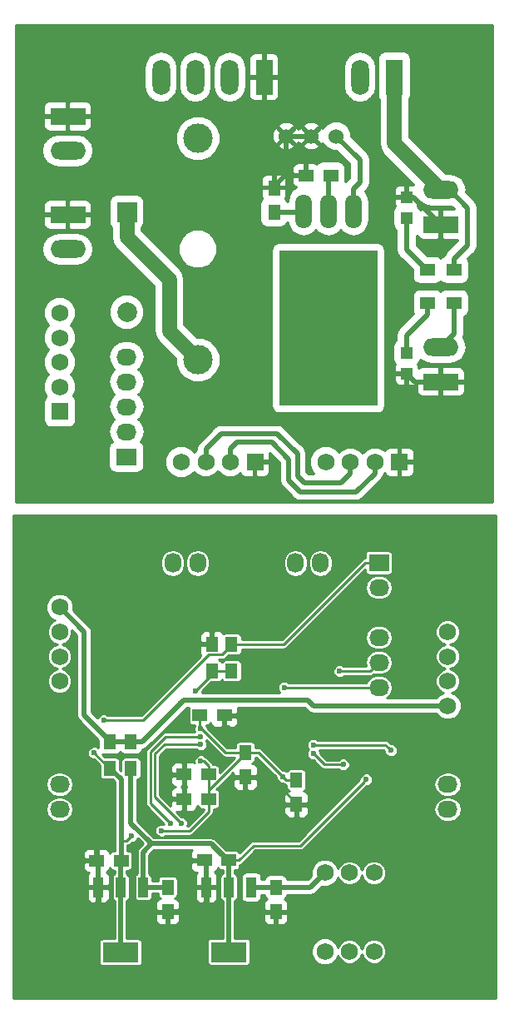
<source format=gbr>
G04 #@! TF.FileFunction,Copper,L2,Bot,Signal*
%FSLAX46Y46*%
G04 Gerber Fmt 4.6, Leading zero omitted, Abs format (unit mm)*
G04 Created by KiCad (PCBNEW 4.0.5) date Thu Feb 16 16:16:09 2017*
%MOMM*%
%LPD*%
G01*
G04 APERTURE LIST*
%ADD10C,0.100000*%
%ADD11R,1.750000X1.750000*%
%ADD12C,1.750000*%
%ADD13C,0.600000*%
%ADD14O,1.699260X3.500120*%
%ADD15R,10.000000X15.750000*%
%ADD16C,1.524000*%
%ADD17R,1.500000X1.300000*%
%ADD18R,1.198880X1.198880*%
%ADD19C,3.000000*%
%ADD20R,3.600000X1.800000*%
%ADD21O,3.600000X1.800000*%
%ADD22R,1.250000X1.500000*%
%ADD23R,1.500000X1.250000*%
%ADD24C,1.998980*%
%ADD25R,1.998980X1.998980*%
%ADD26R,2.032000X1.727200*%
%ADD27O,2.032000X1.727200*%
%ADD28R,1.800000X3.600000*%
%ADD29O,1.800000X3.600000*%
%ADD30C,4.064000*%
%ADD31R,1.727200X2.032000*%
%ADD32O,1.727200X2.032000*%
%ADD33R,1.300000X1.500000*%
%ADD34R,3.657600X2.032000*%
%ADD35R,1.016000X2.032000*%
%ADD36C,0.500000*%
%ADD37C,0.250000*%
%ADD38C,1.500000*%
%ADD39C,0.350000*%
G04 APERTURE END LIST*
D10*
D11*
X125050000Y-95175000D03*
D12*
X122550000Y-95175000D03*
X120050000Y-95175000D03*
X117550000Y-95175000D03*
D13*
X115000000Y-95000000D03*
X110000000Y-95000000D03*
X145000000Y-90000000D03*
X140000000Y-90000000D03*
X125000000Y-90000000D03*
X115000000Y-90000000D03*
X115000000Y-85000000D03*
X140000000Y-80000000D03*
X125000000Y-80000000D03*
X110000000Y-80000000D03*
X140000000Y-75000000D03*
X110000000Y-75000000D03*
X125000000Y-70000000D03*
X120000000Y-70000000D03*
X115000000Y-70000000D03*
X145000000Y-65000000D03*
X125000000Y-65000000D03*
X120000000Y-65000000D03*
X115000000Y-65000000D03*
X130000000Y-60000000D03*
X125000000Y-60000000D03*
X130000000Y-55000000D03*
X110000000Y-55000000D03*
D14*
X132550000Y-69636000D03*
X135090000Y-69636000D03*
X130010000Y-69636000D03*
D15*
X132550000Y-81550000D03*
D16*
X135550000Y-83136000D03*
X135550000Y-81136000D03*
X135550000Y-79136000D03*
X135550000Y-77136000D03*
X135550000Y-75136000D03*
X133550000Y-77136000D03*
X133550000Y-75136000D03*
X133550000Y-79136000D03*
X133550000Y-81136000D03*
X133550000Y-83136000D03*
X131550000Y-75136000D03*
X129550000Y-79136000D03*
X131550000Y-79136000D03*
X131550000Y-77136000D03*
X129550000Y-75136000D03*
X129550000Y-77136000D03*
X129550000Y-81136000D03*
X131550000Y-83136000D03*
X131550000Y-81136000D03*
X129550000Y-83136000D03*
X135550000Y-85136000D03*
X135550000Y-87636000D03*
X129550000Y-85136000D03*
X129550000Y-87636000D03*
D17*
X145350000Y-75600000D03*
X142650000Y-75600000D03*
D18*
X140500000Y-70299020D03*
X140500000Y-68200980D03*
X140500000Y-84050980D03*
X140500000Y-86149020D03*
D17*
X145350000Y-79000000D03*
X142650000Y-79000000D03*
D19*
X119250000Y-84750000D03*
X119250000Y-62250000D03*
D20*
X144000000Y-87000000D03*
D21*
X144000000Y-83500000D03*
D11*
X139775000Y-95175000D03*
D12*
X137275000Y-95175000D03*
X134775000Y-95175000D03*
X132275000Y-95175000D03*
D11*
X105200000Y-90000000D03*
D12*
X105200000Y-87500000D03*
X105200000Y-85000000D03*
X105200000Y-82500000D03*
X105200000Y-80000000D03*
D22*
X127000000Y-69750000D03*
X127000000Y-67250000D03*
D23*
X132750000Y-66000000D03*
X130250000Y-66000000D03*
D24*
X112007620Y-79910000D03*
D25*
X112007620Y-69750000D03*
D26*
X112000000Y-94620000D03*
D27*
X112000000Y-92080000D03*
X112000000Y-89540000D03*
X112000000Y-87000000D03*
X112000000Y-84460000D03*
D16*
X130790000Y-62000000D03*
X128250000Y-62000000D03*
X133330000Y-62000000D03*
D20*
X106000000Y-60000000D03*
D21*
X106000000Y-63500000D03*
D20*
X106000000Y-70000000D03*
D21*
X106000000Y-73500000D03*
D28*
X126000000Y-56000000D03*
D29*
X122500000Y-56000000D03*
X119000000Y-56000000D03*
X115500000Y-56000000D03*
D28*
X139250000Y-56000000D03*
D29*
X135750000Y-56000000D03*
D20*
X144000000Y-71000000D03*
D21*
X144000000Y-67500000D03*
D30*
X104000000Y-96000000D03*
X104000000Y-54000000D03*
X146000000Y-96000000D03*
X146000000Y-54000000D03*
D13*
X130004000Y-112640000D03*
X135004000Y-107640000D03*
X127504000Y-110140000D03*
X132504000Y-110140000D03*
X130004000Y-110140000D03*
X135004000Y-112640000D03*
X135004000Y-110140000D03*
X135004000Y-115140000D03*
X142504000Y-118640000D03*
X135004000Y-120940000D03*
X142504000Y-112640000D03*
X131254000Y-129640000D03*
X137504000Y-127640000D03*
X140004000Y-127640000D03*
X140004000Y-130140000D03*
X142504000Y-130140000D03*
X142504000Y-127640000D03*
X125004000Y-135140000D03*
X127504000Y-135140000D03*
X120004000Y-132640000D03*
X125004000Y-132640000D03*
X127504000Y-132640000D03*
X130004000Y-132640000D03*
X132504000Y-132640000D03*
X135004000Y-127640000D03*
X132504000Y-127640000D03*
X137504000Y-122640000D03*
X140004000Y-125140000D03*
X142504000Y-122640000D03*
X140004000Y-122640000D03*
X133004000Y-122640000D03*
X140004000Y-132640000D03*
X135004000Y-135140000D03*
X106504000Y-116140000D03*
X106504000Y-113640000D03*
X109004000Y-116140000D03*
X109004000Y-113640000D03*
X131004000Y-121140000D03*
X126004000Y-127140000D03*
X128004000Y-116140000D03*
X115504000Y-116140000D03*
X115504000Y-113640000D03*
X132504000Y-107640000D03*
X142504000Y-147640000D03*
X140004000Y-147640000D03*
X137504000Y-147640000D03*
X135004000Y-147640000D03*
X132504000Y-147640000D03*
X130004000Y-147640000D03*
X127504000Y-147640000D03*
X125004000Y-147640000D03*
X122504000Y-147640000D03*
X120004000Y-147640000D03*
X117504000Y-147640000D03*
X115004000Y-147640000D03*
X112504000Y-147640000D03*
X110004000Y-147640000D03*
X107504000Y-147640000D03*
X142504000Y-145140000D03*
X130004000Y-145140000D03*
X127504000Y-145140000D03*
X125004000Y-145140000D03*
X117504000Y-145140000D03*
X115004000Y-145140000D03*
X107504000Y-145140000D03*
X147504000Y-142640000D03*
X145004000Y-142640000D03*
X142504000Y-142640000D03*
X130004000Y-142640000D03*
X127504000Y-142640000D03*
X125004000Y-142640000D03*
X120004000Y-142640000D03*
X117504000Y-142640000D03*
X115004000Y-142640000D03*
X112504000Y-142640000D03*
X110004000Y-142640000D03*
X107504000Y-142640000D03*
X105004000Y-142640000D03*
X102504000Y-142640000D03*
X147504000Y-140140000D03*
X145004000Y-140140000D03*
X142504000Y-140140000D03*
X130004000Y-140140000D03*
X125004000Y-140140000D03*
X120004000Y-140140000D03*
X107504000Y-140140000D03*
X105004000Y-140140000D03*
X102504000Y-140140000D03*
X147504000Y-137640000D03*
X145004000Y-137640000D03*
X142504000Y-137640000D03*
X107504000Y-137640000D03*
X105004000Y-137640000D03*
X102504000Y-137640000D03*
X147504000Y-135140000D03*
X145004000Y-135140000D03*
X142504000Y-135140000D03*
X140004000Y-135140000D03*
X132504000Y-135140000D03*
X130004000Y-135140000D03*
X107504000Y-135140000D03*
X105004000Y-135140000D03*
X102504000Y-135140000D03*
X147504000Y-132640000D03*
X145004000Y-132640000D03*
X142504000Y-132640000D03*
X110004000Y-132640000D03*
X107504000Y-132640000D03*
X105004000Y-132640000D03*
X102504000Y-132640000D03*
X147504000Y-130140000D03*
X102504000Y-130140000D03*
X147504000Y-127640000D03*
X107504000Y-127640000D03*
X102504000Y-127640000D03*
X147504000Y-125140000D03*
X142504000Y-125140000D03*
X107504000Y-125140000D03*
X105004000Y-125140000D03*
X102504000Y-125140000D03*
X147504000Y-122640000D03*
X145004000Y-122640000D03*
X125004000Y-122640000D03*
X107504000Y-122640000D03*
X105004000Y-122640000D03*
X102504000Y-122640000D03*
X147504000Y-120140000D03*
X112504000Y-120140000D03*
X102504000Y-120140000D03*
X147504000Y-117640000D03*
X122504000Y-117640000D03*
X102504000Y-117640000D03*
X147504000Y-115140000D03*
X140004000Y-115140000D03*
X132504000Y-115140000D03*
X102504000Y-115140000D03*
X147504000Y-112640000D03*
X140004000Y-112640000D03*
X102504000Y-112640000D03*
X147504000Y-110140000D03*
X142504000Y-110140000D03*
X140004000Y-110140000D03*
X125004000Y-110140000D03*
X120004000Y-110140000D03*
X117504000Y-110140000D03*
X115004000Y-110140000D03*
X112504000Y-110140000D03*
X110004000Y-110140000D03*
X107504000Y-110140000D03*
X102504000Y-110140000D03*
X147504000Y-107640000D03*
X145004000Y-107640000D03*
X142504000Y-107640000D03*
X140004000Y-107640000D03*
X127504000Y-107640000D03*
X125004000Y-107640000D03*
X122504000Y-107640000D03*
X117504000Y-107640000D03*
X115004000Y-107640000D03*
X112504000Y-107640000D03*
X110004000Y-107640000D03*
X107504000Y-107640000D03*
X105004000Y-107640000D03*
X102504000Y-107640000D03*
X142504000Y-105140000D03*
X140004000Y-105140000D03*
X135004000Y-105140000D03*
X125004000Y-105140000D03*
X122504000Y-105140000D03*
X112504000Y-105140000D03*
X110004000Y-105140000D03*
X107504000Y-105140000D03*
X142504000Y-102640000D03*
X140004000Y-102640000D03*
X137504000Y-102640000D03*
X135004000Y-102640000D03*
X132504000Y-102640000D03*
X130004000Y-102640000D03*
X127504000Y-102640000D03*
X125004000Y-102640000D03*
X122504000Y-102640000D03*
X120004000Y-102640000D03*
X117504000Y-102640000D03*
X115004000Y-102640000D03*
X112504000Y-102640000D03*
X110004000Y-102640000D03*
X107504000Y-102640000D03*
D30*
X146004000Y-104140000D03*
X104004000Y-104140000D03*
X104004000Y-146140000D03*
X146004000Y-146140000D03*
D11*
X139664000Y-136920000D03*
D12*
X137164000Y-136920000D03*
X134664000Y-136920000D03*
X132164000Y-136920000D03*
D22*
X127164000Y-138370000D03*
X127164000Y-140870000D03*
D23*
X122384000Y-135650000D03*
X119884000Y-135650000D03*
D22*
X116164000Y-138370000D03*
X116164000Y-140870000D03*
D23*
X111414000Y-135670000D03*
X108914000Y-135670000D03*
D11*
X105164000Y-119920000D03*
D12*
X105164000Y-117420000D03*
X105164000Y-114920000D03*
X105164000Y-112420000D03*
X105164000Y-109920000D03*
D26*
X105164000Y-125380000D03*
D27*
X105164000Y-127920000D03*
X105164000Y-130460000D03*
D11*
X144664000Y-109920000D03*
D12*
X144664000Y-112420000D03*
X144664000Y-114920000D03*
X144664000Y-117420000D03*
X144664000Y-119920000D03*
D26*
X144664000Y-125380000D03*
D27*
X144664000Y-127920000D03*
X144664000Y-130460000D03*
D26*
X137664000Y-105380000D03*
D27*
X137664000Y-107920000D03*
X137664000Y-110460000D03*
X137664000Y-113000000D03*
X137664000Y-115540000D03*
X137664000Y-118080000D03*
D11*
X139664000Y-144920000D03*
D12*
X137164000Y-144920000D03*
X134664000Y-144920000D03*
X132164000Y-144920000D03*
D31*
X114124000Y-105420000D03*
D32*
X116664000Y-105420000D03*
X119204000Y-105420000D03*
D31*
X126624000Y-105420000D03*
D32*
X129164000Y-105420000D03*
X131704000Y-105420000D03*
D33*
X110260106Y-126277512D03*
X110260106Y-123577512D03*
X112417572Y-126277512D03*
X112417572Y-123577512D03*
X122664000Y-113670000D03*
X122664000Y-116370000D03*
X120664000Y-116370000D03*
X120664000Y-113670000D03*
D34*
X122378000Y-144983112D03*
D35*
X122378000Y-138379112D03*
X124664000Y-138379112D03*
X120092000Y-138379112D03*
D34*
X111374000Y-144991112D03*
D35*
X111374000Y-138387112D03*
X113660000Y-138387112D03*
X109088000Y-138387112D03*
D23*
X120314000Y-126920000D03*
X117814000Y-126920000D03*
X120314000Y-129420000D03*
X117814000Y-129420000D03*
D22*
X124064000Y-124670000D03*
X124064000Y-127170000D03*
D23*
X119414000Y-120920000D03*
X121914000Y-120920000D03*
D22*
X129264000Y-127470000D03*
X129264000Y-129970000D03*
D13*
X116020678Y-126478172D03*
X127512008Y-125145888D03*
X127514000Y-128095000D03*
X122264000Y-122120000D03*
X119536240Y-125566289D03*
X115534472Y-132627168D03*
X112504000Y-133140000D03*
X119520550Y-122262754D03*
X109664000Y-121420000D03*
X108664000Y-124720000D03*
X127864000Y-127120000D03*
X136373941Y-127431929D03*
X133664000Y-116420000D03*
X138894546Y-124480150D03*
X131003998Y-123913183D03*
X134037014Y-125919825D03*
X131004000Y-124782647D03*
X128015882Y-118067110D03*
X117512134Y-131871526D03*
X119526917Y-123862755D03*
X119029010Y-118389990D03*
X116488752Y-131908740D03*
X119514686Y-123062744D03*
D36*
X145350000Y-79000000D02*
X145350000Y-82150000D01*
X145350000Y-82150000D02*
X144000000Y-83500000D01*
X132550000Y-69636000D02*
X132550000Y-66200000D01*
X132550000Y-66200000D02*
X132750000Y-66000000D01*
X127164000Y-138370000D02*
X130714000Y-138370000D01*
X127164000Y-138370000D02*
X124673112Y-138370000D01*
X124673112Y-138370000D02*
X124664000Y-138379112D01*
X124664888Y-138380000D02*
X124664000Y-138379112D01*
X130714000Y-138370000D02*
X132164000Y-136920000D01*
X134775000Y-96293868D02*
X134775000Y-95056432D01*
X127318393Y-92231420D02*
X129400011Y-94313038D01*
X120050000Y-95056432D02*
X120050000Y-93818996D01*
X120050000Y-93818996D02*
X121637576Y-92231420D01*
X121637576Y-92231420D02*
X127318393Y-92231420D01*
X129400011Y-94313038D02*
X129400011Y-96549808D01*
X129400011Y-96549808D02*
X130081635Y-97231432D01*
X130081635Y-97231432D02*
X133837436Y-97231432D01*
X133837436Y-97231432D02*
X134775000Y-96293868D01*
X126765001Y-93131431D02*
X123237565Y-93131431D01*
X137275000Y-96293868D02*
X135337436Y-98231432D01*
X135337436Y-98231432D02*
X129681595Y-98231432D01*
X123237565Y-93131431D02*
X122550000Y-93818996D01*
X137275000Y-95056432D02*
X137275000Y-96293868D01*
X122550000Y-93818996D02*
X122550000Y-95056432D01*
X128500000Y-94866430D02*
X126765001Y-93131431D01*
X129681595Y-98231432D02*
X128500000Y-97049837D01*
X128500000Y-97049837D02*
X128500000Y-94866430D01*
X144000000Y-87000000D02*
X141350980Y-87000000D01*
X141350980Y-87000000D02*
X140500000Y-86149020D01*
X140500000Y-68200980D02*
X141200980Y-68200980D01*
X141200980Y-68200980D02*
X144000000Y-71000000D01*
X127000000Y-67250000D02*
X127000000Y-67125000D01*
X127000000Y-67125000D02*
X128250000Y-65875000D01*
X128250000Y-65875000D02*
X128250000Y-65250000D01*
X130250000Y-66000000D02*
X129000000Y-66000000D01*
X129000000Y-66000000D02*
X128250000Y-65250000D01*
X128250000Y-65250000D02*
X128250000Y-63077630D01*
X128250000Y-63077630D02*
X128250000Y-62000000D01*
X128250000Y-62000000D02*
X130790000Y-62000000D01*
X117869000Y-139040000D02*
X118529888Y-138379112D01*
X117289000Y-140870000D02*
X117869000Y-140290000D01*
X116164000Y-140870000D02*
X117289000Y-140870000D01*
X117869000Y-140290000D02*
X117869000Y-139040000D01*
X118529888Y-138379112D02*
X120092000Y-138379112D01*
D37*
X116320677Y-126778171D02*
X116020678Y-126478172D01*
X116462506Y-126920000D02*
X116320677Y-126778171D01*
X117814000Y-126920000D02*
X116462506Y-126920000D01*
X124486120Y-122120000D02*
X127212009Y-124845889D01*
X122264000Y-122120000D02*
X124486120Y-122120000D01*
X127212009Y-124845889D02*
X127512008Y-125145888D01*
X138569000Y-147140000D02*
X130452086Y-147140000D01*
X130452086Y-147140000D02*
X127164000Y-143851914D01*
X139664000Y-144920000D02*
X139664000Y-146045000D01*
X139664000Y-146045000D02*
X138569000Y-147140000D01*
D36*
X116164000Y-140870000D02*
X116164000Y-142300000D01*
X116164000Y-142300000D02*
X120604000Y-146740000D01*
X127164000Y-143851914D02*
X127164000Y-142120000D01*
X120604000Y-146740000D02*
X124275914Y-146740000D01*
X124275914Y-146740000D02*
X127164000Y-143851914D01*
X127164000Y-142120000D02*
X127164000Y-140870000D01*
D37*
X114124000Y-105420000D02*
X114124000Y-108030000D01*
X114124000Y-108030000D02*
X119764000Y-113670000D01*
X119764000Y-113670000D02*
X120664000Y-113670000D01*
X126589000Y-127170000D02*
X127514000Y-128095000D01*
X127514000Y-128095000D02*
X129264000Y-129845000D01*
X124064000Y-127170000D02*
X126589000Y-127170000D01*
X129264000Y-129845000D02*
X129264000Y-129970000D01*
X117814000Y-129420000D02*
X117814000Y-126920000D01*
X121914000Y-120920000D02*
X121914000Y-121770000D01*
X121914000Y-121770000D02*
X122264000Y-122120000D01*
D36*
X109088000Y-138387112D02*
X109088000Y-139903112D01*
X109088000Y-139903112D02*
X107664000Y-141327112D01*
X107664000Y-141327112D02*
X107664000Y-145295914D01*
X107664000Y-145295914D02*
X109025199Y-146657113D01*
X109025199Y-146657113D02*
X113722801Y-146657113D01*
X113722801Y-146657113D02*
X116164000Y-144215914D01*
X116164000Y-144215914D02*
X116164000Y-142120000D01*
X116164000Y-142120000D02*
X116164000Y-140870000D01*
X109088000Y-138387112D02*
X109088000Y-135844000D01*
X109088000Y-135844000D02*
X108914000Y-135670000D01*
X120092000Y-138379112D02*
X120092000Y-135858000D01*
X120092000Y-135858000D02*
X119884000Y-135650000D01*
D38*
X119250000Y-84750000D02*
X116349999Y-81849999D01*
X116349999Y-81849999D02*
X116349999Y-76591869D01*
X116349999Y-76591869D02*
X112007620Y-72249490D01*
X112007620Y-72249490D02*
X112007620Y-69750000D01*
D36*
X142650000Y-79000000D02*
X142650000Y-80150000D01*
X142650000Y-80150000D02*
X140500000Y-82300000D01*
X140500000Y-82300000D02*
X140500000Y-82951540D01*
X140500000Y-82951540D02*
X140500000Y-84050980D01*
X140650000Y-83800980D02*
X140500000Y-83950980D01*
X142650000Y-75600000D02*
X142550000Y-75600000D01*
X142550000Y-75600000D02*
X140500000Y-73550000D01*
X140500000Y-73550000D02*
X140500000Y-72650000D01*
X140500000Y-72650000D02*
X140500000Y-70299020D01*
X145350000Y-75600000D02*
X145350000Y-74450000D01*
X145350000Y-74450000D02*
X146700001Y-73099999D01*
X146700001Y-73099999D02*
X146700001Y-69300001D01*
X144900000Y-67500000D02*
X144000000Y-67500000D01*
X146700001Y-69300001D02*
X144900000Y-67500000D01*
D38*
X139250000Y-62750000D02*
X144000000Y-67500000D01*
X139250000Y-62750000D02*
X139250000Y-56000000D01*
D36*
X135750000Y-66725940D02*
X135750000Y-64420000D01*
X135750000Y-64420000D02*
X133330000Y-62000000D01*
X135090000Y-69636000D02*
X135090000Y-67385940D01*
X135090000Y-67385940D02*
X135750000Y-66725940D01*
X135104000Y-69650000D02*
X135090000Y-69636000D01*
X135090000Y-69636000D02*
X135090000Y-70536430D01*
X135040000Y-69586000D02*
X135090000Y-69636000D01*
D37*
X135180000Y-69546000D02*
X135090000Y-69636000D01*
D36*
X129896000Y-69750000D02*
X130010000Y-69636000D01*
X127000000Y-69750000D02*
X129896000Y-69750000D01*
X129874000Y-69500000D02*
X130010000Y-69636000D01*
D37*
X130275000Y-69371000D02*
X130010000Y-69636000D01*
X120314000Y-126045000D02*
X119835289Y-125566289D01*
X119835289Y-125566289D02*
X119536240Y-125566289D01*
X120314000Y-126920000D02*
X120314000Y-126045000D01*
X137664000Y-105380000D02*
X136264000Y-105380000D01*
X136264000Y-105380000D02*
X127974000Y-113670000D01*
X127974000Y-113670000D02*
X123564000Y-113670000D01*
X123564000Y-113670000D02*
X122664000Y-113670000D01*
X115534472Y-132627168D02*
X118410836Y-132627168D01*
X120314000Y-130724004D02*
X119004000Y-132034004D01*
X118410836Y-132627168D02*
X119004000Y-132034004D01*
X120314000Y-129420000D02*
X120314000Y-130724004D01*
D36*
X111414000Y-133640000D02*
X111414000Y-131031406D01*
X111414000Y-135670000D02*
X111414000Y-133640000D01*
D37*
X111414000Y-133640000D02*
X112004000Y-133640000D01*
X112004000Y-133640000D02*
X112504000Y-133140000D01*
X110260106Y-126277512D02*
X110260106Y-126177512D01*
X119414000Y-120920000D02*
X119414000Y-122156204D01*
X119414000Y-122156204D02*
X119520550Y-122262754D01*
X122032766Y-124670000D02*
X119625520Y-122262754D01*
X124064000Y-124670000D02*
X122032766Y-124670000D01*
X119625520Y-122262754D02*
X119520550Y-122262754D01*
X109664000Y-121420000D02*
X113664000Y-121420000D01*
X113664000Y-121420000D02*
X120338999Y-114745001D01*
X120338999Y-114745001D02*
X121688999Y-114745001D01*
X121688999Y-114745001D02*
X122664000Y-113770000D01*
X122664000Y-113770000D02*
X122664000Y-113670000D01*
X110260106Y-126277512D02*
X110221512Y-126277512D01*
X110221512Y-126277512D02*
X108664000Y-124720000D01*
D36*
X111414000Y-135670000D02*
X111414000Y-127431406D01*
X111414000Y-127431406D02*
X110260106Y-126277512D01*
D37*
X128214000Y-127470000D02*
X127864000Y-127120000D01*
X129264000Y-127470000D02*
X128214000Y-127470000D01*
X125414000Y-124670000D02*
X127864000Y-127120000D01*
X124064000Y-124670000D02*
X125414000Y-124670000D01*
X124064000Y-124670000D02*
X124064000Y-124795000D01*
X124064000Y-124795000D02*
X120314000Y-128545000D01*
X120314000Y-128545000D02*
X120314000Y-129420000D01*
X120314000Y-128545000D02*
X122864000Y-125995000D01*
X120314000Y-129420000D02*
X120314000Y-126920000D01*
D36*
X111539000Y-135670000D02*
X111414000Y-135670000D01*
X111374000Y-138387112D02*
X111374000Y-144991112D01*
X111374000Y-138387112D02*
X111374000Y-135710000D01*
X111374000Y-135710000D02*
X111414000Y-135670000D01*
X129304000Y-119340000D02*
X117805084Y-119340000D01*
X130004000Y-119340000D02*
X129304000Y-119340000D01*
X144664000Y-119920000D02*
X131004000Y-119920000D01*
X129304000Y-119340000D02*
X130424000Y-119340000D01*
X130424000Y-119340000D02*
X131004000Y-119920000D01*
X113567572Y-123577512D02*
X117305084Y-119840000D01*
X117805084Y-119340000D02*
X117305084Y-119840000D01*
X117305084Y-119840000D02*
X117500085Y-119644999D01*
X112417572Y-123577512D02*
X113567572Y-123577512D01*
X107664000Y-112420000D02*
X107664000Y-119520000D01*
X107664000Y-119520000D02*
X107664000Y-120420000D01*
X110260106Y-123577512D02*
X110260106Y-123477512D01*
X110260106Y-123477512D02*
X107664000Y-120881406D01*
X107664000Y-120881406D02*
X107664000Y-119520000D01*
X110260106Y-123577512D02*
X112417572Y-123577512D01*
X105164000Y-109920000D02*
X107664000Y-112420000D01*
D37*
X136073942Y-127731928D02*
X136373941Y-127431929D01*
X124894000Y-134140000D02*
X129665870Y-134140000D01*
X123384000Y-135650000D02*
X124894000Y-134140000D01*
X122384000Y-135650000D02*
X123384000Y-135650000D01*
X129665870Y-134140000D02*
X136073942Y-127731928D01*
D36*
X114513799Y-133962201D02*
X120571201Y-133962201D01*
X120571201Y-133962201D02*
X122259000Y-135650000D01*
X122259000Y-135650000D02*
X122384000Y-135650000D01*
X120652996Y-134043996D02*
X121529000Y-134920000D01*
X122378000Y-144983112D02*
X122378000Y-138379112D01*
X112417572Y-126277512D02*
X112417572Y-131865974D01*
X112417572Y-131865974D02*
X114513799Y-133962201D01*
X114513799Y-133962201D02*
X113660000Y-134816000D01*
X113660000Y-134816000D02*
X113660000Y-138387112D01*
X122259000Y-135650000D02*
X121529000Y-134920000D01*
X121529000Y-134920000D02*
X120804010Y-134195010D01*
X116164000Y-138370000D02*
X113677112Y-138370000D01*
X113677112Y-138370000D02*
X113660000Y-138387112D01*
X113692888Y-138420000D02*
X113660000Y-138387112D01*
X122378000Y-138379112D02*
X122378000Y-139895112D01*
X122378000Y-138379112D02*
X122378000Y-135656000D01*
D37*
X133664000Y-116420000D02*
X136784000Y-116420000D01*
X136784000Y-116420000D02*
X137664000Y-115540000D01*
X138594547Y-124180151D02*
X138894546Y-124480150D01*
X138327579Y-123913183D02*
X138594547Y-124180151D01*
X131003998Y-123913183D02*
X138327579Y-123913183D01*
X131004000Y-124782647D02*
X132141178Y-125919825D01*
X132141178Y-125919825D02*
X133612750Y-125919825D01*
X133612750Y-125919825D02*
X134037014Y-125919825D01*
X128028772Y-118080000D02*
X128015882Y-118067110D01*
X137664000Y-118080000D02*
X128028772Y-118080000D01*
X144664000Y-127920000D02*
X144511600Y-127920000D01*
X114864000Y-129223392D02*
X117212135Y-131571527D01*
X119526917Y-123862755D02*
X115821245Y-123862755D01*
X115821245Y-123862755D02*
X114864000Y-124820000D01*
X117212135Y-131571527D02*
X117512134Y-131871526D01*
X114864000Y-124820000D02*
X114864000Y-129223392D01*
X120664000Y-116490446D02*
X120664000Y-116755000D01*
X119329009Y-118089991D02*
X119029010Y-118389990D01*
X120664000Y-116755000D02*
X119329009Y-118089991D01*
X120664000Y-116370000D02*
X122664000Y-116370000D01*
X116188753Y-131608741D02*
X116488752Y-131908740D01*
X114413989Y-124633600D02*
X114413989Y-129833977D01*
X115984845Y-123062744D02*
X114413989Y-124633600D01*
X114413989Y-129833977D02*
X116188753Y-131608741D01*
X119514686Y-123062744D02*
X115984845Y-123062744D01*
D39*
G36*
X149242000Y-99242000D02*
X100758000Y-99242000D01*
X100758000Y-89125000D01*
X103483838Y-89125000D01*
X103483838Y-90875000D01*
X103541364Y-91180727D01*
X103722049Y-91461518D01*
X103997741Y-91649890D01*
X104325000Y-91716162D01*
X106075000Y-91716162D01*
X106380727Y-91658636D01*
X106661518Y-91477951D01*
X106849890Y-91202259D01*
X106916162Y-90875000D01*
X106916162Y-89125000D01*
X106858636Y-88819273D01*
X106677951Y-88538482D01*
X106611471Y-88493058D01*
X106640350Y-88464230D01*
X106899704Y-87839634D01*
X106900294Y-87163333D01*
X106642030Y-86538285D01*
X106354164Y-86249916D01*
X106640350Y-85964230D01*
X106899704Y-85339634D01*
X106900294Y-84663333D01*
X106816279Y-84460000D01*
X110122933Y-84460000D01*
X110251470Y-85106199D01*
X110617512Y-85654021D01*
X110731223Y-85730000D01*
X110617512Y-85805979D01*
X110251470Y-86353801D01*
X110122933Y-87000000D01*
X110251470Y-87646199D01*
X110617512Y-88194021D01*
X110731223Y-88270000D01*
X110617512Y-88345979D01*
X110251470Y-88893801D01*
X110122933Y-89540000D01*
X110251470Y-90186199D01*
X110617512Y-90734021D01*
X110731223Y-90810000D01*
X110617512Y-90885979D01*
X110251470Y-91433801D01*
X110122933Y-92080000D01*
X110251470Y-92726199D01*
X110495014Y-93090689D01*
X110397482Y-93153449D01*
X110209110Y-93429141D01*
X110142838Y-93756400D01*
X110142838Y-95483600D01*
X110200364Y-95789327D01*
X110381049Y-96070118D01*
X110656741Y-96258490D01*
X110984000Y-96324762D01*
X113016000Y-96324762D01*
X113321727Y-96267236D01*
X113602518Y-96086551D01*
X113790890Y-95810859D01*
X113851478Y-95511667D01*
X115849706Y-95511667D01*
X116107970Y-96136715D01*
X116585770Y-96615350D01*
X117210366Y-96874704D01*
X117886667Y-96875294D01*
X118511715Y-96617030D01*
X118900581Y-96228843D01*
X119166312Y-96495038D01*
X119738735Y-96732729D01*
X120358546Y-96733270D01*
X120931383Y-96496578D01*
X121300259Y-96128345D01*
X121666312Y-96495038D01*
X122238735Y-96732729D01*
X122858546Y-96733270D01*
X123431383Y-96496578D01*
X123565322Y-96362872D01*
X123595981Y-96436889D01*
X123788112Y-96629019D01*
X124039143Y-96733000D01*
X124800250Y-96733000D01*
X124971000Y-96562250D01*
X124971000Y-95254000D01*
X125129000Y-95254000D01*
X125129000Y-96562250D01*
X125299750Y-96733000D01*
X126060857Y-96733000D01*
X126311888Y-96629019D01*
X126504019Y-96436889D01*
X126608000Y-96185857D01*
X126608000Y-95424750D01*
X126437250Y-95254000D01*
X125129000Y-95254000D01*
X124971000Y-95254000D01*
X124951000Y-95254000D01*
X124951000Y-95096000D01*
X124971000Y-95096000D01*
X124971000Y-95076000D01*
X125129000Y-95076000D01*
X125129000Y-95096000D01*
X126437250Y-95096000D01*
X126608000Y-94925250D01*
X126608000Y-94293892D01*
X127567000Y-95252892D01*
X127567000Y-97049832D01*
X127566999Y-97049837D01*
X127638020Y-97406881D01*
X127840269Y-97709568D01*
X129021862Y-98891160D01*
X129021864Y-98891163D01*
X129324551Y-99093412D01*
X129383789Y-99105195D01*
X129681595Y-99164433D01*
X129681600Y-99164432D01*
X135337431Y-99164432D01*
X135337436Y-99164433D01*
X135694480Y-99093412D01*
X135997167Y-98891163D01*
X137934728Y-96953601D01*
X137934731Y-96953599D01*
X138136980Y-96650912D01*
X138170477Y-96482508D01*
X138290322Y-96362872D01*
X138320981Y-96436889D01*
X138513112Y-96629019D01*
X138764143Y-96733000D01*
X139525250Y-96733000D01*
X139696000Y-96562250D01*
X139696000Y-95254000D01*
X139854000Y-95254000D01*
X139854000Y-96562250D01*
X140024750Y-96733000D01*
X140785857Y-96733000D01*
X141036888Y-96629019D01*
X141229019Y-96436889D01*
X141333000Y-96185857D01*
X141333000Y-95424750D01*
X141162250Y-95254000D01*
X139854000Y-95254000D01*
X139696000Y-95254000D01*
X139676000Y-95254000D01*
X139676000Y-95096000D01*
X139696000Y-95096000D01*
X139696000Y-93787750D01*
X139854000Y-93787750D01*
X139854000Y-95096000D01*
X141162250Y-95096000D01*
X141333000Y-94925250D01*
X141333000Y-94164143D01*
X141229019Y-93913111D01*
X141036888Y-93720981D01*
X140785857Y-93617000D01*
X140024750Y-93617000D01*
X139854000Y-93787750D01*
X139696000Y-93787750D01*
X139525250Y-93617000D01*
X138764143Y-93617000D01*
X138513112Y-93720981D01*
X138320981Y-93913111D01*
X138290410Y-93986915D01*
X138158688Y-93854962D01*
X137586265Y-93617271D01*
X136966454Y-93616730D01*
X136393617Y-93853422D01*
X136024741Y-94221655D01*
X135658688Y-93854962D01*
X135086265Y-93617271D01*
X134466454Y-93616730D01*
X133893617Y-93853422D01*
X133625238Y-94121333D01*
X133239230Y-93734650D01*
X132614634Y-93475296D01*
X131938333Y-93474706D01*
X131313285Y-93732970D01*
X130834650Y-94210770D01*
X130575296Y-94835366D01*
X130574706Y-95511667D01*
X130832970Y-96136715D01*
X130994405Y-96298432D01*
X130468097Y-96298432D01*
X130333011Y-96163346D01*
X130333011Y-94313038D01*
X130261991Y-93955994D01*
X130059742Y-93653307D01*
X130059739Y-93653305D01*
X127978124Y-91571689D01*
X127675437Y-91369440D01*
X127318393Y-91298419D01*
X127318388Y-91298420D01*
X121637581Y-91298420D01*
X121637576Y-91298419D01*
X121339770Y-91357657D01*
X121280532Y-91369440D01*
X120977845Y-91571689D01*
X120977843Y-91571692D01*
X119390269Y-93159265D01*
X119188020Y-93461952D01*
X119116999Y-93818996D01*
X119117000Y-93819001D01*
X119117000Y-93904949D01*
X118900238Y-94121333D01*
X118514230Y-93734650D01*
X117889634Y-93475296D01*
X117213333Y-93474706D01*
X116588285Y-93732970D01*
X116109650Y-94210770D01*
X115850296Y-94835366D01*
X115849706Y-95511667D01*
X113851478Y-95511667D01*
X113857162Y-95483600D01*
X113857162Y-93756400D01*
X113799636Y-93450673D01*
X113618951Y-93169882D01*
X113504379Y-93091598D01*
X113748530Y-92726199D01*
X113877067Y-92080000D01*
X113748530Y-91433801D01*
X113382488Y-90885979D01*
X113268777Y-90810000D01*
X113382488Y-90734021D01*
X113748530Y-90186199D01*
X113877067Y-89540000D01*
X113748530Y-88893801D01*
X113382488Y-88345979D01*
X113268777Y-88270000D01*
X113382488Y-88194021D01*
X113748530Y-87646199D01*
X113877067Y-87000000D01*
X113748530Y-86353801D01*
X113382488Y-85805979D01*
X113268777Y-85730000D01*
X113382488Y-85654021D01*
X113748530Y-85106199D01*
X113877067Y-84460000D01*
X113748530Y-83813801D01*
X113382488Y-83265979D01*
X112834666Y-82899937D01*
X112188467Y-82771400D01*
X111811533Y-82771400D01*
X111165334Y-82899937D01*
X110617512Y-83265979D01*
X110251470Y-83813801D01*
X110122933Y-84460000D01*
X106816279Y-84460000D01*
X106642030Y-84038285D01*
X106354164Y-83749916D01*
X106640350Y-83464230D01*
X106899704Y-82839634D01*
X106900294Y-82163333D01*
X106642030Y-81538285D01*
X106354164Y-81249916D01*
X106640350Y-80964230D01*
X106899704Y-80339634D01*
X106899763Y-80271321D01*
X110182814Y-80271321D01*
X110459991Y-80942140D01*
X110972780Y-81455826D01*
X111643114Y-81734173D01*
X112368941Y-81734806D01*
X113039760Y-81457629D01*
X113553446Y-80944840D01*
X113831793Y-80274506D01*
X113832426Y-79548679D01*
X113555249Y-78877860D01*
X113042460Y-78364174D01*
X112372126Y-78085827D01*
X111646299Y-78085194D01*
X110975480Y-78362371D01*
X110461794Y-78875160D01*
X110183447Y-79545494D01*
X110182814Y-80271321D01*
X106899763Y-80271321D01*
X106900294Y-79663333D01*
X106642030Y-79038285D01*
X106164230Y-78559650D01*
X105539634Y-78300296D01*
X104863333Y-78299706D01*
X104238285Y-78557970D01*
X103759650Y-79035770D01*
X103500296Y-79660366D01*
X103499706Y-80336667D01*
X103757970Y-80961715D01*
X104045836Y-81250084D01*
X103759650Y-81535770D01*
X103500296Y-82160366D01*
X103499706Y-82836667D01*
X103757970Y-83461715D01*
X104045836Y-83750084D01*
X103759650Y-84035770D01*
X103500296Y-84660366D01*
X103499706Y-85336667D01*
X103757970Y-85961715D01*
X104045836Y-86250084D01*
X103759650Y-86535770D01*
X103500296Y-87160366D01*
X103499706Y-87836667D01*
X103757970Y-88461715D01*
X103787020Y-88490816D01*
X103738482Y-88522049D01*
X103550110Y-88797741D01*
X103483838Y-89125000D01*
X100758000Y-89125000D01*
X100758000Y-73500000D01*
X103323573Y-73500000D01*
X103454881Y-74160129D01*
X103828814Y-74719759D01*
X104388444Y-75093692D01*
X105048573Y-75225000D01*
X106951427Y-75225000D01*
X107611556Y-75093692D01*
X108171186Y-74719759D01*
X108545119Y-74160129D01*
X108676427Y-73500000D01*
X108545119Y-72839871D01*
X108171186Y-72280241D01*
X107611556Y-71906308D01*
X106951427Y-71775000D01*
X105048573Y-71775000D01*
X104388444Y-71906308D01*
X103828814Y-72280241D01*
X103454881Y-72839871D01*
X103323573Y-73500000D01*
X100758000Y-73500000D01*
X100758000Y-70249750D01*
X103517000Y-70249750D01*
X103517000Y-71035857D01*
X103620981Y-71286888D01*
X103813111Y-71479019D01*
X104064143Y-71583000D01*
X105750250Y-71583000D01*
X105921000Y-71412250D01*
X105921000Y-70079000D01*
X106079000Y-70079000D01*
X106079000Y-71412250D01*
X106249750Y-71583000D01*
X107935857Y-71583000D01*
X108186889Y-71479019D01*
X108379019Y-71286888D01*
X108483000Y-71035857D01*
X108483000Y-70249750D01*
X108312250Y-70079000D01*
X106079000Y-70079000D01*
X105921000Y-70079000D01*
X103687750Y-70079000D01*
X103517000Y-70249750D01*
X100758000Y-70249750D01*
X100758000Y-68964143D01*
X103517000Y-68964143D01*
X103517000Y-69750250D01*
X103687750Y-69921000D01*
X105921000Y-69921000D01*
X105921000Y-68587750D01*
X106079000Y-68587750D01*
X106079000Y-69921000D01*
X108312250Y-69921000D01*
X108483000Y-69750250D01*
X108483000Y-68964143D01*
X108394510Y-68750510D01*
X110166968Y-68750510D01*
X110166968Y-70749490D01*
X110224494Y-71055217D01*
X110405179Y-71336008D01*
X110432620Y-71354758D01*
X110432620Y-72249490D01*
X110552510Y-72852217D01*
X110893927Y-73363183D01*
X114774999Y-77244255D01*
X114774999Y-81849999D01*
X114894889Y-82452726D01*
X115236306Y-82963692D01*
X116925085Y-84652471D01*
X116924598Y-85210442D01*
X117277812Y-86065286D01*
X117931274Y-86719889D01*
X118785500Y-87074595D01*
X119710442Y-87075402D01*
X120565286Y-86722188D01*
X121219889Y-86068726D01*
X121574595Y-85214500D01*
X121575402Y-84289558D01*
X121222188Y-83434714D01*
X120568726Y-82780111D01*
X119714500Y-82425405D01*
X119152300Y-82424914D01*
X117924999Y-81197613D01*
X117924999Y-76591869D01*
X117805109Y-75989143D01*
X117805109Y-75989142D01*
X117463692Y-75478176D01*
X115888131Y-73902615D01*
X117216648Y-73902615D01*
X117525501Y-74650098D01*
X118096894Y-75222489D01*
X118843837Y-75532647D01*
X119652615Y-75533352D01*
X120400098Y-75224499D01*
X120972489Y-74653106D01*
X121282647Y-73906163D01*
X121282848Y-73675000D01*
X126708838Y-73675000D01*
X126708838Y-89425000D01*
X126766364Y-89730727D01*
X126947049Y-90011518D01*
X127222741Y-90199890D01*
X127550000Y-90266162D01*
X137550000Y-90266162D01*
X137855727Y-90208636D01*
X138136518Y-90027951D01*
X138324890Y-89752259D01*
X138391162Y-89425000D01*
X138391162Y-86398770D01*
X139217560Y-86398770D01*
X139217560Y-86884317D01*
X139321541Y-87135348D01*
X139513671Y-87327479D01*
X139764703Y-87431460D01*
X140250250Y-87431460D01*
X140421000Y-87260710D01*
X140421000Y-86228020D01*
X139388310Y-86228020D01*
X139217560Y-86398770D01*
X138391162Y-86398770D01*
X138391162Y-83451540D01*
X139059398Y-83451540D01*
X139059398Y-84650420D01*
X139116924Y-84956147D01*
X139293459Y-85230488D01*
X139217560Y-85413723D01*
X139217560Y-85899270D01*
X139388310Y-86070020D01*
X140421000Y-86070020D01*
X140421000Y-86050020D01*
X140579000Y-86050020D01*
X140579000Y-86070020D01*
X140599000Y-86070020D01*
X140599000Y-86228020D01*
X140579000Y-86228020D01*
X140579000Y-87260710D01*
X140749750Y-87431460D01*
X141235297Y-87431460D01*
X141486329Y-87327479D01*
X141517000Y-87296808D01*
X141517000Y-88035857D01*
X141620981Y-88286888D01*
X141813111Y-88479019D01*
X142064143Y-88583000D01*
X143750250Y-88583000D01*
X143921000Y-88412250D01*
X143921000Y-87079000D01*
X144079000Y-87079000D01*
X144079000Y-88412250D01*
X144249750Y-88583000D01*
X145935857Y-88583000D01*
X146186889Y-88479019D01*
X146379019Y-88286888D01*
X146483000Y-88035857D01*
X146483000Y-87249750D01*
X146312250Y-87079000D01*
X144079000Y-87079000D01*
X143921000Y-87079000D01*
X143901000Y-87079000D01*
X143901000Y-86921000D01*
X143921000Y-86921000D01*
X143921000Y-85587750D01*
X144079000Y-85587750D01*
X144079000Y-86921000D01*
X146312250Y-86921000D01*
X146483000Y-86750250D01*
X146483000Y-85964143D01*
X146379019Y-85713112D01*
X146186889Y-85520981D01*
X145935857Y-85417000D01*
X144249750Y-85417000D01*
X144079000Y-85587750D01*
X143921000Y-85587750D01*
X143750250Y-85417000D01*
X142064143Y-85417000D01*
X141813111Y-85520981D01*
X141782440Y-85551652D01*
X141782440Y-85413723D01*
X141704674Y-85225980D01*
X141874330Y-84977679D01*
X141914911Y-84777287D01*
X142388444Y-85093692D01*
X143048573Y-85225000D01*
X144951427Y-85225000D01*
X145611556Y-85093692D01*
X146171186Y-84719759D01*
X146545119Y-84160129D01*
X146676427Y-83500000D01*
X146545119Y-82839871D01*
X146346811Y-82543082D01*
X146425000Y-82150000D01*
X146425000Y-80421234D01*
X146686518Y-80252951D01*
X146874890Y-79977259D01*
X146941162Y-79650000D01*
X146941162Y-78350000D01*
X146883636Y-78044273D01*
X146702951Y-77763482D01*
X146427259Y-77575110D01*
X146100000Y-77508838D01*
X144600000Y-77508838D01*
X144294273Y-77566364D01*
X144013482Y-77747049D01*
X144002476Y-77763157D01*
X143727259Y-77575110D01*
X143400000Y-77508838D01*
X141900000Y-77508838D01*
X141594273Y-77566364D01*
X141313482Y-77747049D01*
X141125110Y-78022741D01*
X141058838Y-78350000D01*
X141058838Y-79650000D01*
X141116364Y-79955727D01*
X141197658Y-80082062D01*
X139739860Y-81539860D01*
X139506830Y-81888615D01*
X139425000Y-82300000D01*
X139425000Y-82777189D01*
X139314042Y-82848589D01*
X139125670Y-83124281D01*
X139059398Y-83451540D01*
X138391162Y-83451540D01*
X138391162Y-73675000D01*
X138333636Y-73369273D01*
X138152951Y-73088482D01*
X137877259Y-72900110D01*
X137550000Y-72833838D01*
X127550000Y-72833838D01*
X127244273Y-72891364D01*
X126963482Y-73072049D01*
X126775110Y-73347741D01*
X126708838Y-73675000D01*
X121282848Y-73675000D01*
X121283352Y-73097385D01*
X120974499Y-72349902D01*
X120403106Y-71777511D01*
X119656163Y-71467353D01*
X118847385Y-71466648D01*
X118099902Y-71775501D01*
X117527511Y-72346894D01*
X117217353Y-73093837D01*
X117216648Y-73902615D01*
X115888131Y-73902615D01*
X113582620Y-71597104D01*
X113582620Y-71359524D01*
X113593628Y-71352441D01*
X113782000Y-71076749D01*
X113848272Y-70749490D01*
X113848272Y-69000000D01*
X125533838Y-69000000D01*
X125533838Y-70500000D01*
X125591364Y-70805727D01*
X125772049Y-71086518D01*
X126047741Y-71274890D01*
X126375000Y-71341162D01*
X127625000Y-71341162D01*
X127930727Y-71283636D01*
X128211518Y-71102951D01*
X128386952Y-70846195D01*
X128462844Y-71227731D01*
X128825858Y-71771020D01*
X129369147Y-72134034D01*
X130010000Y-72261508D01*
X130650853Y-72134034D01*
X131194142Y-71771020D01*
X131280000Y-71642524D01*
X131365858Y-71771020D01*
X131909147Y-72134034D01*
X132550000Y-72261508D01*
X133190853Y-72134034D01*
X133734142Y-71771020D01*
X133820000Y-71642524D01*
X133905858Y-71771020D01*
X134449147Y-72134034D01*
X135090000Y-72261508D01*
X135730853Y-72134034D01*
X136274142Y-71771020D01*
X136637156Y-71227731D01*
X136764630Y-70586878D01*
X136764630Y-68685122D01*
X136637156Y-68044269D01*
X136362701Y-67633519D01*
X136510140Y-67486080D01*
X136523768Y-67465683D01*
X139217560Y-67465683D01*
X139217560Y-67951230D01*
X139388310Y-68121980D01*
X140421000Y-68121980D01*
X140421000Y-67089290D01*
X140250250Y-66918540D01*
X139764703Y-66918540D01*
X139513671Y-67022521D01*
X139321541Y-67214652D01*
X139217560Y-67465683D01*
X136523768Y-67465683D01*
X136629129Y-67308000D01*
X136743170Y-67137325D01*
X136825000Y-66725940D01*
X136825000Y-64420000D01*
X136743170Y-64008615D01*
X136510140Y-63659860D01*
X134916943Y-62066663D01*
X134917275Y-61685711D01*
X134676177Y-61102211D01*
X134230137Y-60655392D01*
X133647059Y-60413276D01*
X133015711Y-60412725D01*
X132432211Y-60653823D01*
X131985392Y-61099863D01*
X131951623Y-61181187D01*
X131765214Y-61136509D01*
X130901723Y-62000000D01*
X131765214Y-62863491D01*
X131951230Y-62818908D01*
X131983823Y-62897789D01*
X132429863Y-63344608D01*
X133012941Y-63586724D01*
X133396779Y-63587059D01*
X134675000Y-64865280D01*
X134675000Y-66280660D01*
X134341162Y-66614498D01*
X134341162Y-65375000D01*
X134283636Y-65069273D01*
X134102951Y-64788482D01*
X133827259Y-64600110D01*
X133500000Y-64533838D01*
X132000000Y-64533838D01*
X131694273Y-64591364D01*
X131413482Y-64772049D01*
X131392973Y-64802066D01*
X131386888Y-64795981D01*
X131135857Y-64692000D01*
X130499750Y-64692000D01*
X130329000Y-64862750D01*
X130329000Y-65921000D01*
X130349000Y-65921000D01*
X130349000Y-66079000D01*
X130329000Y-66079000D01*
X130329000Y-66099000D01*
X130171000Y-66099000D01*
X130171000Y-66079000D01*
X128987750Y-66079000D01*
X128817000Y-66249750D01*
X128817000Y-66760857D01*
X128920981Y-67011889D01*
X129113112Y-67204019D01*
X129210141Y-67244210D01*
X128825858Y-67500980D01*
X128462844Y-68044269D01*
X128351280Y-68605139D01*
X128227951Y-68413482D01*
X128197934Y-68392973D01*
X128204019Y-68386888D01*
X128308000Y-68135857D01*
X128308000Y-67499750D01*
X128137250Y-67329000D01*
X127079000Y-67329000D01*
X127079000Y-67349000D01*
X126921000Y-67349000D01*
X126921000Y-67329000D01*
X125862750Y-67329000D01*
X125692000Y-67499750D01*
X125692000Y-68135857D01*
X125795981Y-68386888D01*
X125799227Y-68390134D01*
X125788482Y-68397049D01*
X125600110Y-68672741D01*
X125533838Y-69000000D01*
X113848272Y-69000000D01*
X113848272Y-68750510D01*
X113790746Y-68444783D01*
X113610061Y-68163992D01*
X113334369Y-67975620D01*
X113007110Y-67909348D01*
X111008130Y-67909348D01*
X110702403Y-67966874D01*
X110421612Y-68147559D01*
X110233240Y-68423251D01*
X110166968Y-68750510D01*
X108394510Y-68750510D01*
X108379019Y-68713112D01*
X108186889Y-68520981D01*
X107935857Y-68417000D01*
X106249750Y-68417000D01*
X106079000Y-68587750D01*
X105921000Y-68587750D01*
X105750250Y-68417000D01*
X104064143Y-68417000D01*
X103813111Y-68520981D01*
X103620981Y-68713112D01*
X103517000Y-68964143D01*
X100758000Y-68964143D01*
X100758000Y-66364143D01*
X125692000Y-66364143D01*
X125692000Y-67000250D01*
X125862750Y-67171000D01*
X126921000Y-67171000D01*
X126921000Y-65987750D01*
X127079000Y-65987750D01*
X127079000Y-67171000D01*
X128137250Y-67171000D01*
X128308000Y-67000250D01*
X128308000Y-66364143D01*
X128204019Y-66113112D01*
X128011889Y-65920981D01*
X127760857Y-65817000D01*
X127249750Y-65817000D01*
X127079000Y-65987750D01*
X126921000Y-65987750D01*
X126750250Y-65817000D01*
X126239143Y-65817000D01*
X125988111Y-65920981D01*
X125795981Y-66113112D01*
X125692000Y-66364143D01*
X100758000Y-66364143D01*
X100758000Y-65239143D01*
X128817000Y-65239143D01*
X128817000Y-65750250D01*
X128987750Y-65921000D01*
X130171000Y-65921000D01*
X130171000Y-64862750D01*
X130000250Y-64692000D01*
X129364143Y-64692000D01*
X129113112Y-64795981D01*
X128920981Y-64988111D01*
X128817000Y-65239143D01*
X100758000Y-65239143D01*
X100758000Y-63500000D01*
X103323573Y-63500000D01*
X103454881Y-64160129D01*
X103828814Y-64719759D01*
X104388444Y-65093692D01*
X105048573Y-65225000D01*
X106951427Y-65225000D01*
X107611556Y-65093692D01*
X108171186Y-64719759D01*
X108545119Y-64160129D01*
X108676427Y-63500000D01*
X108545119Y-62839871D01*
X108458638Y-62710442D01*
X116924598Y-62710442D01*
X117277812Y-63565286D01*
X117931274Y-64219889D01*
X118785500Y-64574595D01*
X119710442Y-64575402D01*
X120565286Y-64222188D01*
X121219889Y-63568726D01*
X121466336Y-62975214D01*
X127386509Y-62975214D01*
X127449169Y-63236652D01*
X127983375Y-63448983D01*
X128558172Y-63440718D01*
X129050831Y-63236652D01*
X129113491Y-62975214D01*
X129926509Y-62975214D01*
X129989169Y-63236652D01*
X130523375Y-63448983D01*
X131098172Y-63440718D01*
X131590831Y-63236652D01*
X131653491Y-62975214D01*
X130790000Y-62111723D01*
X129926509Y-62975214D01*
X129113491Y-62975214D01*
X128250000Y-62111723D01*
X127386509Y-62975214D01*
X121466336Y-62975214D01*
X121574595Y-62714500D01*
X121575402Y-61789558D01*
X121552188Y-61733375D01*
X126801017Y-61733375D01*
X126809282Y-62308172D01*
X127013348Y-62800831D01*
X127274786Y-62863491D01*
X128138277Y-62000000D01*
X128361723Y-62000000D01*
X129225214Y-62863491D01*
X129486652Y-62800831D01*
X129519312Y-62718661D01*
X129553348Y-62800831D01*
X129814786Y-62863491D01*
X130678277Y-62000000D01*
X129814786Y-61136509D01*
X129553348Y-61199169D01*
X129520688Y-61281339D01*
X129486652Y-61199169D01*
X129225214Y-61136509D01*
X128361723Y-62000000D01*
X128138277Y-62000000D01*
X127274786Y-61136509D01*
X127013348Y-61199169D01*
X126801017Y-61733375D01*
X121552188Y-61733375D01*
X121259405Y-61024786D01*
X127386509Y-61024786D01*
X128250000Y-61888277D01*
X129113491Y-61024786D01*
X129926509Y-61024786D01*
X130790000Y-61888277D01*
X131653491Y-61024786D01*
X131590831Y-60763348D01*
X131056625Y-60551017D01*
X130481828Y-60559282D01*
X129989169Y-60763348D01*
X129926509Y-61024786D01*
X129113491Y-61024786D01*
X129050831Y-60763348D01*
X128516625Y-60551017D01*
X127941828Y-60559282D01*
X127449169Y-60763348D01*
X127386509Y-61024786D01*
X121259405Y-61024786D01*
X121222188Y-60934714D01*
X120568726Y-60280111D01*
X119714500Y-59925405D01*
X118789558Y-59924598D01*
X117934714Y-60277812D01*
X117280111Y-60931274D01*
X116925405Y-61785500D01*
X116924598Y-62710442D01*
X108458638Y-62710442D01*
X108171186Y-62280241D01*
X107611556Y-61906308D01*
X106951427Y-61775000D01*
X105048573Y-61775000D01*
X104388444Y-61906308D01*
X103828814Y-62280241D01*
X103454881Y-62839871D01*
X103323573Y-63500000D01*
X100758000Y-63500000D01*
X100758000Y-60249750D01*
X103517000Y-60249750D01*
X103517000Y-61035857D01*
X103620981Y-61286888D01*
X103813111Y-61479019D01*
X104064143Y-61583000D01*
X105750250Y-61583000D01*
X105921000Y-61412250D01*
X105921000Y-60079000D01*
X106079000Y-60079000D01*
X106079000Y-61412250D01*
X106249750Y-61583000D01*
X107935857Y-61583000D01*
X108186889Y-61479019D01*
X108379019Y-61286888D01*
X108483000Y-61035857D01*
X108483000Y-60249750D01*
X108312250Y-60079000D01*
X106079000Y-60079000D01*
X105921000Y-60079000D01*
X103687750Y-60079000D01*
X103517000Y-60249750D01*
X100758000Y-60249750D01*
X100758000Y-58964143D01*
X103517000Y-58964143D01*
X103517000Y-59750250D01*
X103687750Y-59921000D01*
X105921000Y-59921000D01*
X105921000Y-58587750D01*
X106079000Y-58587750D01*
X106079000Y-59921000D01*
X108312250Y-59921000D01*
X108483000Y-59750250D01*
X108483000Y-58964143D01*
X108379019Y-58713112D01*
X108186889Y-58520981D01*
X107935857Y-58417000D01*
X106249750Y-58417000D01*
X106079000Y-58587750D01*
X105921000Y-58587750D01*
X105750250Y-58417000D01*
X104064143Y-58417000D01*
X103813111Y-58520981D01*
X103620981Y-58713112D01*
X103517000Y-58964143D01*
X100758000Y-58964143D01*
X100758000Y-55048573D01*
X113775000Y-55048573D01*
X113775000Y-56951427D01*
X113906308Y-57611556D01*
X114280241Y-58171186D01*
X114839871Y-58545119D01*
X115500000Y-58676427D01*
X116160129Y-58545119D01*
X116719759Y-58171186D01*
X117093692Y-57611556D01*
X117225000Y-56951427D01*
X117225000Y-55048573D01*
X117275000Y-55048573D01*
X117275000Y-56951427D01*
X117406308Y-57611556D01*
X117780241Y-58171186D01*
X118339871Y-58545119D01*
X119000000Y-58676427D01*
X119660129Y-58545119D01*
X120219759Y-58171186D01*
X120593692Y-57611556D01*
X120725000Y-56951427D01*
X120725000Y-55048573D01*
X120775000Y-55048573D01*
X120775000Y-56951427D01*
X120906308Y-57611556D01*
X121280241Y-58171186D01*
X121839871Y-58545119D01*
X122500000Y-58676427D01*
X123160129Y-58545119D01*
X123719759Y-58171186D01*
X124093692Y-57611556D01*
X124225000Y-56951427D01*
X124225000Y-56249750D01*
X124417000Y-56249750D01*
X124417000Y-57935857D01*
X124520981Y-58186889D01*
X124713112Y-58379019D01*
X124964143Y-58483000D01*
X125750250Y-58483000D01*
X125921000Y-58312250D01*
X125921000Y-56079000D01*
X126079000Y-56079000D01*
X126079000Y-58312250D01*
X126249750Y-58483000D01*
X127035857Y-58483000D01*
X127286888Y-58379019D01*
X127479019Y-58186889D01*
X127583000Y-57935857D01*
X127583000Y-56249750D01*
X127412250Y-56079000D01*
X126079000Y-56079000D01*
X125921000Y-56079000D01*
X124587750Y-56079000D01*
X124417000Y-56249750D01*
X124225000Y-56249750D01*
X124225000Y-55048573D01*
X124093692Y-54388444D01*
X123877001Y-54064143D01*
X124417000Y-54064143D01*
X124417000Y-55750250D01*
X124587750Y-55921000D01*
X125921000Y-55921000D01*
X125921000Y-53687750D01*
X126079000Y-53687750D01*
X126079000Y-55921000D01*
X127412250Y-55921000D01*
X127583000Y-55750250D01*
X127583000Y-55048573D01*
X134025000Y-55048573D01*
X134025000Y-56951427D01*
X134156308Y-57611556D01*
X134530241Y-58171186D01*
X135089871Y-58545119D01*
X135750000Y-58676427D01*
X136410129Y-58545119D01*
X136969759Y-58171186D01*
X137343692Y-57611556D01*
X137475000Y-56951427D01*
X137475000Y-55048573D01*
X137343692Y-54388444D01*
X137217778Y-54200000D01*
X137508838Y-54200000D01*
X137508838Y-57800000D01*
X137566364Y-58105727D01*
X137675000Y-58274551D01*
X137675000Y-62750000D01*
X137794890Y-63352727D01*
X138136307Y-63863693D01*
X141191154Y-66918540D01*
X140749750Y-66918540D01*
X140579000Y-67089290D01*
X140579000Y-68121980D01*
X140599000Y-68121980D01*
X140599000Y-68279980D01*
X140579000Y-68279980D01*
X140579000Y-68299980D01*
X140421000Y-68299980D01*
X140421000Y-68279980D01*
X139388310Y-68279980D01*
X139217560Y-68450730D01*
X139217560Y-68936277D01*
X139295326Y-69124020D01*
X139125670Y-69372321D01*
X139059398Y-69699580D01*
X139059398Y-70898460D01*
X139116924Y-71204187D01*
X139297609Y-71484978D01*
X139425000Y-71572020D01*
X139425000Y-73550000D01*
X139506830Y-73961385D01*
X139558434Y-74038616D01*
X139739860Y-74310140D01*
X141058838Y-75629118D01*
X141058838Y-76250000D01*
X141116364Y-76555727D01*
X141297049Y-76836518D01*
X141572741Y-77024890D01*
X141900000Y-77091162D01*
X143400000Y-77091162D01*
X143705727Y-77033636D01*
X143986518Y-76852951D01*
X143997524Y-76836843D01*
X144272741Y-77024890D01*
X144600000Y-77091162D01*
X146100000Y-77091162D01*
X146405727Y-77033636D01*
X146686518Y-76852951D01*
X146874890Y-76577259D01*
X146941162Y-76250000D01*
X146941162Y-74950000D01*
X146883636Y-74644273D01*
X146802342Y-74517938D01*
X147460141Y-73860139D01*
X147693172Y-73511383D01*
X147775001Y-73099999D01*
X147775001Y-69300001D01*
X147693171Y-68888616D01*
X147460141Y-68539861D01*
X146633929Y-67713649D01*
X146676427Y-67500000D01*
X146545119Y-66839871D01*
X146171186Y-66280241D01*
X145611556Y-65906308D01*
X144951427Y-65775000D01*
X144502386Y-65775000D01*
X140825000Y-62097614D01*
X140825000Y-58273453D01*
X140924890Y-58127259D01*
X140991162Y-57800000D01*
X140991162Y-54200000D01*
X140933636Y-53894273D01*
X140752951Y-53613482D01*
X140477259Y-53425110D01*
X140150000Y-53358838D01*
X138350000Y-53358838D01*
X138044273Y-53416364D01*
X137763482Y-53597049D01*
X137575110Y-53872741D01*
X137508838Y-54200000D01*
X137217778Y-54200000D01*
X136969759Y-53828814D01*
X136410129Y-53454881D01*
X135750000Y-53323573D01*
X135089871Y-53454881D01*
X134530241Y-53828814D01*
X134156308Y-54388444D01*
X134025000Y-55048573D01*
X127583000Y-55048573D01*
X127583000Y-54064143D01*
X127479019Y-53813111D01*
X127286888Y-53620981D01*
X127035857Y-53517000D01*
X126249750Y-53517000D01*
X126079000Y-53687750D01*
X125921000Y-53687750D01*
X125750250Y-53517000D01*
X124964143Y-53517000D01*
X124713112Y-53620981D01*
X124520981Y-53813111D01*
X124417000Y-54064143D01*
X123877001Y-54064143D01*
X123719759Y-53828814D01*
X123160129Y-53454881D01*
X122500000Y-53323573D01*
X121839871Y-53454881D01*
X121280241Y-53828814D01*
X120906308Y-54388444D01*
X120775000Y-55048573D01*
X120725000Y-55048573D01*
X120593692Y-54388444D01*
X120219759Y-53828814D01*
X119660129Y-53454881D01*
X119000000Y-53323573D01*
X118339871Y-53454881D01*
X117780241Y-53828814D01*
X117406308Y-54388444D01*
X117275000Y-55048573D01*
X117225000Y-55048573D01*
X117093692Y-54388444D01*
X116719759Y-53828814D01*
X116160129Y-53454881D01*
X115500000Y-53323573D01*
X114839871Y-53454881D01*
X114280241Y-53828814D01*
X113906308Y-54388444D01*
X113775000Y-55048573D01*
X100758000Y-55048573D01*
X100758000Y-50758000D01*
X149242000Y-50758000D01*
X149242000Y-99242000D01*
X149242000Y-99242000D01*
G37*
X149242000Y-99242000D02*
X100758000Y-99242000D01*
X100758000Y-89125000D01*
X103483838Y-89125000D01*
X103483838Y-90875000D01*
X103541364Y-91180727D01*
X103722049Y-91461518D01*
X103997741Y-91649890D01*
X104325000Y-91716162D01*
X106075000Y-91716162D01*
X106380727Y-91658636D01*
X106661518Y-91477951D01*
X106849890Y-91202259D01*
X106916162Y-90875000D01*
X106916162Y-89125000D01*
X106858636Y-88819273D01*
X106677951Y-88538482D01*
X106611471Y-88493058D01*
X106640350Y-88464230D01*
X106899704Y-87839634D01*
X106900294Y-87163333D01*
X106642030Y-86538285D01*
X106354164Y-86249916D01*
X106640350Y-85964230D01*
X106899704Y-85339634D01*
X106900294Y-84663333D01*
X106816279Y-84460000D01*
X110122933Y-84460000D01*
X110251470Y-85106199D01*
X110617512Y-85654021D01*
X110731223Y-85730000D01*
X110617512Y-85805979D01*
X110251470Y-86353801D01*
X110122933Y-87000000D01*
X110251470Y-87646199D01*
X110617512Y-88194021D01*
X110731223Y-88270000D01*
X110617512Y-88345979D01*
X110251470Y-88893801D01*
X110122933Y-89540000D01*
X110251470Y-90186199D01*
X110617512Y-90734021D01*
X110731223Y-90810000D01*
X110617512Y-90885979D01*
X110251470Y-91433801D01*
X110122933Y-92080000D01*
X110251470Y-92726199D01*
X110495014Y-93090689D01*
X110397482Y-93153449D01*
X110209110Y-93429141D01*
X110142838Y-93756400D01*
X110142838Y-95483600D01*
X110200364Y-95789327D01*
X110381049Y-96070118D01*
X110656741Y-96258490D01*
X110984000Y-96324762D01*
X113016000Y-96324762D01*
X113321727Y-96267236D01*
X113602518Y-96086551D01*
X113790890Y-95810859D01*
X113851478Y-95511667D01*
X115849706Y-95511667D01*
X116107970Y-96136715D01*
X116585770Y-96615350D01*
X117210366Y-96874704D01*
X117886667Y-96875294D01*
X118511715Y-96617030D01*
X118900581Y-96228843D01*
X119166312Y-96495038D01*
X119738735Y-96732729D01*
X120358546Y-96733270D01*
X120931383Y-96496578D01*
X121300259Y-96128345D01*
X121666312Y-96495038D01*
X122238735Y-96732729D01*
X122858546Y-96733270D01*
X123431383Y-96496578D01*
X123565322Y-96362872D01*
X123595981Y-96436889D01*
X123788112Y-96629019D01*
X124039143Y-96733000D01*
X124800250Y-96733000D01*
X124971000Y-96562250D01*
X124971000Y-95254000D01*
X125129000Y-95254000D01*
X125129000Y-96562250D01*
X125299750Y-96733000D01*
X126060857Y-96733000D01*
X126311888Y-96629019D01*
X126504019Y-96436889D01*
X126608000Y-96185857D01*
X126608000Y-95424750D01*
X126437250Y-95254000D01*
X125129000Y-95254000D01*
X124971000Y-95254000D01*
X124951000Y-95254000D01*
X124951000Y-95096000D01*
X124971000Y-95096000D01*
X124971000Y-95076000D01*
X125129000Y-95076000D01*
X125129000Y-95096000D01*
X126437250Y-95096000D01*
X126608000Y-94925250D01*
X126608000Y-94293892D01*
X127567000Y-95252892D01*
X127567000Y-97049832D01*
X127566999Y-97049837D01*
X127638020Y-97406881D01*
X127840269Y-97709568D01*
X129021862Y-98891160D01*
X129021864Y-98891163D01*
X129324551Y-99093412D01*
X129383789Y-99105195D01*
X129681595Y-99164433D01*
X129681600Y-99164432D01*
X135337431Y-99164432D01*
X135337436Y-99164433D01*
X135694480Y-99093412D01*
X135997167Y-98891163D01*
X137934728Y-96953601D01*
X137934731Y-96953599D01*
X138136980Y-96650912D01*
X138170477Y-96482508D01*
X138290322Y-96362872D01*
X138320981Y-96436889D01*
X138513112Y-96629019D01*
X138764143Y-96733000D01*
X139525250Y-96733000D01*
X139696000Y-96562250D01*
X139696000Y-95254000D01*
X139854000Y-95254000D01*
X139854000Y-96562250D01*
X140024750Y-96733000D01*
X140785857Y-96733000D01*
X141036888Y-96629019D01*
X141229019Y-96436889D01*
X141333000Y-96185857D01*
X141333000Y-95424750D01*
X141162250Y-95254000D01*
X139854000Y-95254000D01*
X139696000Y-95254000D01*
X139676000Y-95254000D01*
X139676000Y-95096000D01*
X139696000Y-95096000D01*
X139696000Y-93787750D01*
X139854000Y-93787750D01*
X139854000Y-95096000D01*
X141162250Y-95096000D01*
X141333000Y-94925250D01*
X141333000Y-94164143D01*
X141229019Y-93913111D01*
X141036888Y-93720981D01*
X140785857Y-93617000D01*
X140024750Y-93617000D01*
X139854000Y-93787750D01*
X139696000Y-93787750D01*
X139525250Y-93617000D01*
X138764143Y-93617000D01*
X138513112Y-93720981D01*
X138320981Y-93913111D01*
X138290410Y-93986915D01*
X138158688Y-93854962D01*
X137586265Y-93617271D01*
X136966454Y-93616730D01*
X136393617Y-93853422D01*
X136024741Y-94221655D01*
X135658688Y-93854962D01*
X135086265Y-93617271D01*
X134466454Y-93616730D01*
X133893617Y-93853422D01*
X133625238Y-94121333D01*
X133239230Y-93734650D01*
X132614634Y-93475296D01*
X131938333Y-93474706D01*
X131313285Y-93732970D01*
X130834650Y-94210770D01*
X130575296Y-94835366D01*
X130574706Y-95511667D01*
X130832970Y-96136715D01*
X130994405Y-96298432D01*
X130468097Y-96298432D01*
X130333011Y-96163346D01*
X130333011Y-94313038D01*
X130261991Y-93955994D01*
X130059742Y-93653307D01*
X130059739Y-93653305D01*
X127978124Y-91571689D01*
X127675437Y-91369440D01*
X127318393Y-91298419D01*
X127318388Y-91298420D01*
X121637581Y-91298420D01*
X121637576Y-91298419D01*
X121339770Y-91357657D01*
X121280532Y-91369440D01*
X120977845Y-91571689D01*
X120977843Y-91571692D01*
X119390269Y-93159265D01*
X119188020Y-93461952D01*
X119116999Y-93818996D01*
X119117000Y-93819001D01*
X119117000Y-93904949D01*
X118900238Y-94121333D01*
X118514230Y-93734650D01*
X117889634Y-93475296D01*
X117213333Y-93474706D01*
X116588285Y-93732970D01*
X116109650Y-94210770D01*
X115850296Y-94835366D01*
X115849706Y-95511667D01*
X113851478Y-95511667D01*
X113857162Y-95483600D01*
X113857162Y-93756400D01*
X113799636Y-93450673D01*
X113618951Y-93169882D01*
X113504379Y-93091598D01*
X113748530Y-92726199D01*
X113877067Y-92080000D01*
X113748530Y-91433801D01*
X113382488Y-90885979D01*
X113268777Y-90810000D01*
X113382488Y-90734021D01*
X113748530Y-90186199D01*
X113877067Y-89540000D01*
X113748530Y-88893801D01*
X113382488Y-88345979D01*
X113268777Y-88270000D01*
X113382488Y-88194021D01*
X113748530Y-87646199D01*
X113877067Y-87000000D01*
X113748530Y-86353801D01*
X113382488Y-85805979D01*
X113268777Y-85730000D01*
X113382488Y-85654021D01*
X113748530Y-85106199D01*
X113877067Y-84460000D01*
X113748530Y-83813801D01*
X113382488Y-83265979D01*
X112834666Y-82899937D01*
X112188467Y-82771400D01*
X111811533Y-82771400D01*
X111165334Y-82899937D01*
X110617512Y-83265979D01*
X110251470Y-83813801D01*
X110122933Y-84460000D01*
X106816279Y-84460000D01*
X106642030Y-84038285D01*
X106354164Y-83749916D01*
X106640350Y-83464230D01*
X106899704Y-82839634D01*
X106900294Y-82163333D01*
X106642030Y-81538285D01*
X106354164Y-81249916D01*
X106640350Y-80964230D01*
X106899704Y-80339634D01*
X106899763Y-80271321D01*
X110182814Y-80271321D01*
X110459991Y-80942140D01*
X110972780Y-81455826D01*
X111643114Y-81734173D01*
X112368941Y-81734806D01*
X113039760Y-81457629D01*
X113553446Y-80944840D01*
X113831793Y-80274506D01*
X113832426Y-79548679D01*
X113555249Y-78877860D01*
X113042460Y-78364174D01*
X112372126Y-78085827D01*
X111646299Y-78085194D01*
X110975480Y-78362371D01*
X110461794Y-78875160D01*
X110183447Y-79545494D01*
X110182814Y-80271321D01*
X106899763Y-80271321D01*
X106900294Y-79663333D01*
X106642030Y-79038285D01*
X106164230Y-78559650D01*
X105539634Y-78300296D01*
X104863333Y-78299706D01*
X104238285Y-78557970D01*
X103759650Y-79035770D01*
X103500296Y-79660366D01*
X103499706Y-80336667D01*
X103757970Y-80961715D01*
X104045836Y-81250084D01*
X103759650Y-81535770D01*
X103500296Y-82160366D01*
X103499706Y-82836667D01*
X103757970Y-83461715D01*
X104045836Y-83750084D01*
X103759650Y-84035770D01*
X103500296Y-84660366D01*
X103499706Y-85336667D01*
X103757970Y-85961715D01*
X104045836Y-86250084D01*
X103759650Y-86535770D01*
X103500296Y-87160366D01*
X103499706Y-87836667D01*
X103757970Y-88461715D01*
X103787020Y-88490816D01*
X103738482Y-88522049D01*
X103550110Y-88797741D01*
X103483838Y-89125000D01*
X100758000Y-89125000D01*
X100758000Y-73500000D01*
X103323573Y-73500000D01*
X103454881Y-74160129D01*
X103828814Y-74719759D01*
X104388444Y-75093692D01*
X105048573Y-75225000D01*
X106951427Y-75225000D01*
X107611556Y-75093692D01*
X108171186Y-74719759D01*
X108545119Y-74160129D01*
X108676427Y-73500000D01*
X108545119Y-72839871D01*
X108171186Y-72280241D01*
X107611556Y-71906308D01*
X106951427Y-71775000D01*
X105048573Y-71775000D01*
X104388444Y-71906308D01*
X103828814Y-72280241D01*
X103454881Y-72839871D01*
X103323573Y-73500000D01*
X100758000Y-73500000D01*
X100758000Y-70249750D01*
X103517000Y-70249750D01*
X103517000Y-71035857D01*
X103620981Y-71286888D01*
X103813111Y-71479019D01*
X104064143Y-71583000D01*
X105750250Y-71583000D01*
X105921000Y-71412250D01*
X105921000Y-70079000D01*
X106079000Y-70079000D01*
X106079000Y-71412250D01*
X106249750Y-71583000D01*
X107935857Y-71583000D01*
X108186889Y-71479019D01*
X108379019Y-71286888D01*
X108483000Y-71035857D01*
X108483000Y-70249750D01*
X108312250Y-70079000D01*
X106079000Y-70079000D01*
X105921000Y-70079000D01*
X103687750Y-70079000D01*
X103517000Y-70249750D01*
X100758000Y-70249750D01*
X100758000Y-68964143D01*
X103517000Y-68964143D01*
X103517000Y-69750250D01*
X103687750Y-69921000D01*
X105921000Y-69921000D01*
X105921000Y-68587750D01*
X106079000Y-68587750D01*
X106079000Y-69921000D01*
X108312250Y-69921000D01*
X108483000Y-69750250D01*
X108483000Y-68964143D01*
X108394510Y-68750510D01*
X110166968Y-68750510D01*
X110166968Y-70749490D01*
X110224494Y-71055217D01*
X110405179Y-71336008D01*
X110432620Y-71354758D01*
X110432620Y-72249490D01*
X110552510Y-72852217D01*
X110893927Y-73363183D01*
X114774999Y-77244255D01*
X114774999Y-81849999D01*
X114894889Y-82452726D01*
X115236306Y-82963692D01*
X116925085Y-84652471D01*
X116924598Y-85210442D01*
X117277812Y-86065286D01*
X117931274Y-86719889D01*
X118785500Y-87074595D01*
X119710442Y-87075402D01*
X120565286Y-86722188D01*
X121219889Y-86068726D01*
X121574595Y-85214500D01*
X121575402Y-84289558D01*
X121222188Y-83434714D01*
X120568726Y-82780111D01*
X119714500Y-82425405D01*
X119152300Y-82424914D01*
X117924999Y-81197613D01*
X117924999Y-76591869D01*
X117805109Y-75989143D01*
X117805109Y-75989142D01*
X117463692Y-75478176D01*
X115888131Y-73902615D01*
X117216648Y-73902615D01*
X117525501Y-74650098D01*
X118096894Y-75222489D01*
X118843837Y-75532647D01*
X119652615Y-75533352D01*
X120400098Y-75224499D01*
X120972489Y-74653106D01*
X121282647Y-73906163D01*
X121282848Y-73675000D01*
X126708838Y-73675000D01*
X126708838Y-89425000D01*
X126766364Y-89730727D01*
X126947049Y-90011518D01*
X127222741Y-90199890D01*
X127550000Y-90266162D01*
X137550000Y-90266162D01*
X137855727Y-90208636D01*
X138136518Y-90027951D01*
X138324890Y-89752259D01*
X138391162Y-89425000D01*
X138391162Y-86398770D01*
X139217560Y-86398770D01*
X139217560Y-86884317D01*
X139321541Y-87135348D01*
X139513671Y-87327479D01*
X139764703Y-87431460D01*
X140250250Y-87431460D01*
X140421000Y-87260710D01*
X140421000Y-86228020D01*
X139388310Y-86228020D01*
X139217560Y-86398770D01*
X138391162Y-86398770D01*
X138391162Y-83451540D01*
X139059398Y-83451540D01*
X139059398Y-84650420D01*
X139116924Y-84956147D01*
X139293459Y-85230488D01*
X139217560Y-85413723D01*
X139217560Y-85899270D01*
X139388310Y-86070020D01*
X140421000Y-86070020D01*
X140421000Y-86050020D01*
X140579000Y-86050020D01*
X140579000Y-86070020D01*
X140599000Y-86070020D01*
X140599000Y-86228020D01*
X140579000Y-86228020D01*
X140579000Y-87260710D01*
X140749750Y-87431460D01*
X141235297Y-87431460D01*
X141486329Y-87327479D01*
X141517000Y-87296808D01*
X141517000Y-88035857D01*
X141620981Y-88286888D01*
X141813111Y-88479019D01*
X142064143Y-88583000D01*
X143750250Y-88583000D01*
X143921000Y-88412250D01*
X143921000Y-87079000D01*
X144079000Y-87079000D01*
X144079000Y-88412250D01*
X144249750Y-88583000D01*
X145935857Y-88583000D01*
X146186889Y-88479019D01*
X146379019Y-88286888D01*
X146483000Y-88035857D01*
X146483000Y-87249750D01*
X146312250Y-87079000D01*
X144079000Y-87079000D01*
X143921000Y-87079000D01*
X143901000Y-87079000D01*
X143901000Y-86921000D01*
X143921000Y-86921000D01*
X143921000Y-85587750D01*
X144079000Y-85587750D01*
X144079000Y-86921000D01*
X146312250Y-86921000D01*
X146483000Y-86750250D01*
X146483000Y-85964143D01*
X146379019Y-85713112D01*
X146186889Y-85520981D01*
X145935857Y-85417000D01*
X144249750Y-85417000D01*
X144079000Y-85587750D01*
X143921000Y-85587750D01*
X143750250Y-85417000D01*
X142064143Y-85417000D01*
X141813111Y-85520981D01*
X141782440Y-85551652D01*
X141782440Y-85413723D01*
X141704674Y-85225980D01*
X141874330Y-84977679D01*
X141914911Y-84777287D01*
X142388444Y-85093692D01*
X143048573Y-85225000D01*
X144951427Y-85225000D01*
X145611556Y-85093692D01*
X146171186Y-84719759D01*
X146545119Y-84160129D01*
X146676427Y-83500000D01*
X146545119Y-82839871D01*
X146346811Y-82543082D01*
X146425000Y-82150000D01*
X146425000Y-80421234D01*
X146686518Y-80252951D01*
X146874890Y-79977259D01*
X146941162Y-79650000D01*
X146941162Y-78350000D01*
X146883636Y-78044273D01*
X146702951Y-77763482D01*
X146427259Y-77575110D01*
X146100000Y-77508838D01*
X144600000Y-77508838D01*
X144294273Y-77566364D01*
X144013482Y-77747049D01*
X144002476Y-77763157D01*
X143727259Y-77575110D01*
X143400000Y-77508838D01*
X141900000Y-77508838D01*
X141594273Y-77566364D01*
X141313482Y-77747049D01*
X141125110Y-78022741D01*
X141058838Y-78350000D01*
X141058838Y-79650000D01*
X141116364Y-79955727D01*
X141197658Y-80082062D01*
X139739860Y-81539860D01*
X139506830Y-81888615D01*
X139425000Y-82300000D01*
X139425000Y-82777189D01*
X139314042Y-82848589D01*
X139125670Y-83124281D01*
X139059398Y-83451540D01*
X138391162Y-83451540D01*
X138391162Y-73675000D01*
X138333636Y-73369273D01*
X138152951Y-73088482D01*
X137877259Y-72900110D01*
X137550000Y-72833838D01*
X127550000Y-72833838D01*
X127244273Y-72891364D01*
X126963482Y-73072049D01*
X126775110Y-73347741D01*
X126708838Y-73675000D01*
X121282848Y-73675000D01*
X121283352Y-73097385D01*
X120974499Y-72349902D01*
X120403106Y-71777511D01*
X119656163Y-71467353D01*
X118847385Y-71466648D01*
X118099902Y-71775501D01*
X117527511Y-72346894D01*
X117217353Y-73093837D01*
X117216648Y-73902615D01*
X115888131Y-73902615D01*
X113582620Y-71597104D01*
X113582620Y-71359524D01*
X113593628Y-71352441D01*
X113782000Y-71076749D01*
X113848272Y-70749490D01*
X113848272Y-69000000D01*
X125533838Y-69000000D01*
X125533838Y-70500000D01*
X125591364Y-70805727D01*
X125772049Y-71086518D01*
X126047741Y-71274890D01*
X126375000Y-71341162D01*
X127625000Y-71341162D01*
X127930727Y-71283636D01*
X128211518Y-71102951D01*
X128386952Y-70846195D01*
X128462844Y-71227731D01*
X128825858Y-71771020D01*
X129369147Y-72134034D01*
X130010000Y-72261508D01*
X130650853Y-72134034D01*
X131194142Y-71771020D01*
X131280000Y-71642524D01*
X131365858Y-71771020D01*
X131909147Y-72134034D01*
X132550000Y-72261508D01*
X133190853Y-72134034D01*
X133734142Y-71771020D01*
X133820000Y-71642524D01*
X133905858Y-71771020D01*
X134449147Y-72134034D01*
X135090000Y-72261508D01*
X135730853Y-72134034D01*
X136274142Y-71771020D01*
X136637156Y-71227731D01*
X136764630Y-70586878D01*
X136764630Y-68685122D01*
X136637156Y-68044269D01*
X136362701Y-67633519D01*
X136510140Y-67486080D01*
X136523768Y-67465683D01*
X139217560Y-67465683D01*
X139217560Y-67951230D01*
X139388310Y-68121980D01*
X140421000Y-68121980D01*
X140421000Y-67089290D01*
X140250250Y-66918540D01*
X139764703Y-66918540D01*
X139513671Y-67022521D01*
X139321541Y-67214652D01*
X139217560Y-67465683D01*
X136523768Y-67465683D01*
X136629129Y-67308000D01*
X136743170Y-67137325D01*
X136825000Y-66725940D01*
X136825000Y-64420000D01*
X136743170Y-64008615D01*
X136510140Y-63659860D01*
X134916943Y-62066663D01*
X134917275Y-61685711D01*
X134676177Y-61102211D01*
X134230137Y-60655392D01*
X133647059Y-60413276D01*
X133015711Y-60412725D01*
X132432211Y-60653823D01*
X131985392Y-61099863D01*
X131951623Y-61181187D01*
X131765214Y-61136509D01*
X130901723Y-62000000D01*
X131765214Y-62863491D01*
X131951230Y-62818908D01*
X131983823Y-62897789D01*
X132429863Y-63344608D01*
X133012941Y-63586724D01*
X133396779Y-63587059D01*
X134675000Y-64865280D01*
X134675000Y-66280660D01*
X134341162Y-66614498D01*
X134341162Y-65375000D01*
X134283636Y-65069273D01*
X134102951Y-64788482D01*
X133827259Y-64600110D01*
X133500000Y-64533838D01*
X132000000Y-64533838D01*
X131694273Y-64591364D01*
X131413482Y-64772049D01*
X131392973Y-64802066D01*
X131386888Y-64795981D01*
X131135857Y-64692000D01*
X130499750Y-64692000D01*
X130329000Y-64862750D01*
X130329000Y-65921000D01*
X130349000Y-65921000D01*
X130349000Y-66079000D01*
X130329000Y-66079000D01*
X130329000Y-66099000D01*
X130171000Y-66099000D01*
X130171000Y-66079000D01*
X128987750Y-66079000D01*
X128817000Y-66249750D01*
X128817000Y-66760857D01*
X128920981Y-67011889D01*
X129113112Y-67204019D01*
X129210141Y-67244210D01*
X128825858Y-67500980D01*
X128462844Y-68044269D01*
X128351280Y-68605139D01*
X128227951Y-68413482D01*
X128197934Y-68392973D01*
X128204019Y-68386888D01*
X128308000Y-68135857D01*
X128308000Y-67499750D01*
X128137250Y-67329000D01*
X127079000Y-67329000D01*
X127079000Y-67349000D01*
X126921000Y-67349000D01*
X126921000Y-67329000D01*
X125862750Y-67329000D01*
X125692000Y-67499750D01*
X125692000Y-68135857D01*
X125795981Y-68386888D01*
X125799227Y-68390134D01*
X125788482Y-68397049D01*
X125600110Y-68672741D01*
X125533838Y-69000000D01*
X113848272Y-69000000D01*
X113848272Y-68750510D01*
X113790746Y-68444783D01*
X113610061Y-68163992D01*
X113334369Y-67975620D01*
X113007110Y-67909348D01*
X111008130Y-67909348D01*
X110702403Y-67966874D01*
X110421612Y-68147559D01*
X110233240Y-68423251D01*
X110166968Y-68750510D01*
X108394510Y-68750510D01*
X108379019Y-68713112D01*
X108186889Y-68520981D01*
X107935857Y-68417000D01*
X106249750Y-68417000D01*
X106079000Y-68587750D01*
X105921000Y-68587750D01*
X105750250Y-68417000D01*
X104064143Y-68417000D01*
X103813111Y-68520981D01*
X103620981Y-68713112D01*
X103517000Y-68964143D01*
X100758000Y-68964143D01*
X100758000Y-66364143D01*
X125692000Y-66364143D01*
X125692000Y-67000250D01*
X125862750Y-67171000D01*
X126921000Y-67171000D01*
X126921000Y-65987750D01*
X127079000Y-65987750D01*
X127079000Y-67171000D01*
X128137250Y-67171000D01*
X128308000Y-67000250D01*
X128308000Y-66364143D01*
X128204019Y-66113112D01*
X128011889Y-65920981D01*
X127760857Y-65817000D01*
X127249750Y-65817000D01*
X127079000Y-65987750D01*
X126921000Y-65987750D01*
X126750250Y-65817000D01*
X126239143Y-65817000D01*
X125988111Y-65920981D01*
X125795981Y-66113112D01*
X125692000Y-66364143D01*
X100758000Y-66364143D01*
X100758000Y-65239143D01*
X128817000Y-65239143D01*
X128817000Y-65750250D01*
X128987750Y-65921000D01*
X130171000Y-65921000D01*
X130171000Y-64862750D01*
X130000250Y-64692000D01*
X129364143Y-64692000D01*
X129113112Y-64795981D01*
X128920981Y-64988111D01*
X128817000Y-65239143D01*
X100758000Y-65239143D01*
X100758000Y-63500000D01*
X103323573Y-63500000D01*
X103454881Y-64160129D01*
X103828814Y-64719759D01*
X104388444Y-65093692D01*
X105048573Y-65225000D01*
X106951427Y-65225000D01*
X107611556Y-65093692D01*
X108171186Y-64719759D01*
X108545119Y-64160129D01*
X108676427Y-63500000D01*
X108545119Y-62839871D01*
X108458638Y-62710442D01*
X116924598Y-62710442D01*
X117277812Y-63565286D01*
X117931274Y-64219889D01*
X118785500Y-64574595D01*
X119710442Y-64575402D01*
X120565286Y-64222188D01*
X121219889Y-63568726D01*
X121466336Y-62975214D01*
X127386509Y-62975214D01*
X127449169Y-63236652D01*
X127983375Y-63448983D01*
X128558172Y-63440718D01*
X129050831Y-63236652D01*
X129113491Y-62975214D01*
X129926509Y-62975214D01*
X129989169Y-63236652D01*
X130523375Y-63448983D01*
X131098172Y-63440718D01*
X131590831Y-63236652D01*
X131653491Y-62975214D01*
X130790000Y-62111723D01*
X129926509Y-62975214D01*
X129113491Y-62975214D01*
X128250000Y-62111723D01*
X127386509Y-62975214D01*
X121466336Y-62975214D01*
X121574595Y-62714500D01*
X121575402Y-61789558D01*
X121552188Y-61733375D01*
X126801017Y-61733375D01*
X126809282Y-62308172D01*
X127013348Y-62800831D01*
X127274786Y-62863491D01*
X128138277Y-62000000D01*
X128361723Y-62000000D01*
X129225214Y-62863491D01*
X129486652Y-62800831D01*
X129519312Y-62718661D01*
X129553348Y-62800831D01*
X129814786Y-62863491D01*
X130678277Y-62000000D01*
X129814786Y-61136509D01*
X129553348Y-61199169D01*
X129520688Y-61281339D01*
X129486652Y-61199169D01*
X129225214Y-61136509D01*
X128361723Y-62000000D01*
X128138277Y-62000000D01*
X127274786Y-61136509D01*
X127013348Y-61199169D01*
X126801017Y-61733375D01*
X121552188Y-61733375D01*
X121259405Y-61024786D01*
X127386509Y-61024786D01*
X128250000Y-61888277D01*
X129113491Y-61024786D01*
X129926509Y-61024786D01*
X130790000Y-61888277D01*
X131653491Y-61024786D01*
X131590831Y-60763348D01*
X131056625Y-60551017D01*
X130481828Y-60559282D01*
X129989169Y-60763348D01*
X129926509Y-61024786D01*
X129113491Y-61024786D01*
X129050831Y-60763348D01*
X128516625Y-60551017D01*
X127941828Y-60559282D01*
X127449169Y-60763348D01*
X127386509Y-61024786D01*
X121259405Y-61024786D01*
X121222188Y-60934714D01*
X120568726Y-60280111D01*
X119714500Y-59925405D01*
X118789558Y-59924598D01*
X117934714Y-60277812D01*
X117280111Y-60931274D01*
X116925405Y-61785500D01*
X116924598Y-62710442D01*
X108458638Y-62710442D01*
X108171186Y-62280241D01*
X107611556Y-61906308D01*
X106951427Y-61775000D01*
X105048573Y-61775000D01*
X104388444Y-61906308D01*
X103828814Y-62280241D01*
X103454881Y-62839871D01*
X103323573Y-63500000D01*
X100758000Y-63500000D01*
X100758000Y-60249750D01*
X103517000Y-60249750D01*
X103517000Y-61035857D01*
X103620981Y-61286888D01*
X103813111Y-61479019D01*
X104064143Y-61583000D01*
X105750250Y-61583000D01*
X105921000Y-61412250D01*
X105921000Y-60079000D01*
X106079000Y-60079000D01*
X106079000Y-61412250D01*
X106249750Y-61583000D01*
X107935857Y-61583000D01*
X108186889Y-61479019D01*
X108379019Y-61286888D01*
X108483000Y-61035857D01*
X108483000Y-60249750D01*
X108312250Y-60079000D01*
X106079000Y-60079000D01*
X105921000Y-60079000D01*
X103687750Y-60079000D01*
X103517000Y-60249750D01*
X100758000Y-60249750D01*
X100758000Y-58964143D01*
X103517000Y-58964143D01*
X103517000Y-59750250D01*
X103687750Y-59921000D01*
X105921000Y-59921000D01*
X105921000Y-58587750D01*
X106079000Y-58587750D01*
X106079000Y-59921000D01*
X108312250Y-59921000D01*
X108483000Y-59750250D01*
X108483000Y-58964143D01*
X108379019Y-58713112D01*
X108186889Y-58520981D01*
X107935857Y-58417000D01*
X106249750Y-58417000D01*
X106079000Y-58587750D01*
X105921000Y-58587750D01*
X105750250Y-58417000D01*
X104064143Y-58417000D01*
X103813111Y-58520981D01*
X103620981Y-58713112D01*
X103517000Y-58964143D01*
X100758000Y-58964143D01*
X100758000Y-55048573D01*
X113775000Y-55048573D01*
X113775000Y-56951427D01*
X113906308Y-57611556D01*
X114280241Y-58171186D01*
X114839871Y-58545119D01*
X115500000Y-58676427D01*
X116160129Y-58545119D01*
X116719759Y-58171186D01*
X117093692Y-57611556D01*
X117225000Y-56951427D01*
X117225000Y-55048573D01*
X117275000Y-55048573D01*
X117275000Y-56951427D01*
X117406308Y-57611556D01*
X117780241Y-58171186D01*
X118339871Y-58545119D01*
X119000000Y-58676427D01*
X119660129Y-58545119D01*
X120219759Y-58171186D01*
X120593692Y-57611556D01*
X120725000Y-56951427D01*
X120725000Y-55048573D01*
X120775000Y-55048573D01*
X120775000Y-56951427D01*
X120906308Y-57611556D01*
X121280241Y-58171186D01*
X121839871Y-58545119D01*
X122500000Y-58676427D01*
X123160129Y-58545119D01*
X123719759Y-58171186D01*
X124093692Y-57611556D01*
X124225000Y-56951427D01*
X124225000Y-56249750D01*
X124417000Y-56249750D01*
X124417000Y-57935857D01*
X124520981Y-58186889D01*
X124713112Y-58379019D01*
X124964143Y-58483000D01*
X125750250Y-58483000D01*
X125921000Y-58312250D01*
X125921000Y-56079000D01*
X126079000Y-56079000D01*
X126079000Y-58312250D01*
X126249750Y-58483000D01*
X127035857Y-58483000D01*
X127286888Y-58379019D01*
X127479019Y-58186889D01*
X127583000Y-57935857D01*
X127583000Y-56249750D01*
X127412250Y-56079000D01*
X126079000Y-56079000D01*
X125921000Y-56079000D01*
X124587750Y-56079000D01*
X124417000Y-56249750D01*
X124225000Y-56249750D01*
X124225000Y-55048573D01*
X124093692Y-54388444D01*
X123877001Y-54064143D01*
X124417000Y-54064143D01*
X124417000Y-55750250D01*
X124587750Y-55921000D01*
X125921000Y-55921000D01*
X125921000Y-53687750D01*
X126079000Y-53687750D01*
X126079000Y-55921000D01*
X127412250Y-55921000D01*
X127583000Y-55750250D01*
X127583000Y-55048573D01*
X134025000Y-55048573D01*
X134025000Y-56951427D01*
X134156308Y-57611556D01*
X134530241Y-58171186D01*
X135089871Y-58545119D01*
X135750000Y-58676427D01*
X136410129Y-58545119D01*
X136969759Y-58171186D01*
X137343692Y-57611556D01*
X137475000Y-56951427D01*
X137475000Y-55048573D01*
X137343692Y-54388444D01*
X137217778Y-54200000D01*
X137508838Y-54200000D01*
X137508838Y-57800000D01*
X137566364Y-58105727D01*
X137675000Y-58274551D01*
X137675000Y-62750000D01*
X137794890Y-63352727D01*
X138136307Y-63863693D01*
X141191154Y-66918540D01*
X140749750Y-66918540D01*
X140579000Y-67089290D01*
X140579000Y-68121980D01*
X140599000Y-68121980D01*
X140599000Y-68279980D01*
X140579000Y-68279980D01*
X140579000Y-68299980D01*
X140421000Y-68299980D01*
X140421000Y-68279980D01*
X139388310Y-68279980D01*
X139217560Y-68450730D01*
X139217560Y-68936277D01*
X139295326Y-69124020D01*
X139125670Y-69372321D01*
X139059398Y-69699580D01*
X139059398Y-70898460D01*
X139116924Y-71204187D01*
X139297609Y-71484978D01*
X139425000Y-71572020D01*
X139425000Y-73550000D01*
X139506830Y-73961385D01*
X139558434Y-74038616D01*
X139739860Y-74310140D01*
X141058838Y-75629118D01*
X141058838Y-76250000D01*
X141116364Y-76555727D01*
X141297049Y-76836518D01*
X141572741Y-77024890D01*
X141900000Y-77091162D01*
X143400000Y-77091162D01*
X143705727Y-77033636D01*
X143986518Y-76852951D01*
X143997524Y-76836843D01*
X144272741Y-77024890D01*
X144600000Y-77091162D01*
X146100000Y-77091162D01*
X146405727Y-77033636D01*
X146686518Y-76852951D01*
X146874890Y-76577259D01*
X146941162Y-76250000D01*
X146941162Y-74950000D01*
X146883636Y-74644273D01*
X146802342Y-74517938D01*
X147460141Y-73860139D01*
X147693172Y-73511383D01*
X147775001Y-73099999D01*
X147775001Y-69300001D01*
X147693171Y-68888616D01*
X147460141Y-68539861D01*
X146633929Y-67713649D01*
X146676427Y-67500000D01*
X146545119Y-66839871D01*
X146171186Y-66280241D01*
X145611556Y-65906308D01*
X144951427Y-65775000D01*
X144502386Y-65775000D01*
X140825000Y-62097614D01*
X140825000Y-58273453D01*
X140924890Y-58127259D01*
X140991162Y-57800000D01*
X140991162Y-54200000D01*
X140933636Y-53894273D01*
X140752951Y-53613482D01*
X140477259Y-53425110D01*
X140150000Y-53358838D01*
X138350000Y-53358838D01*
X138044273Y-53416364D01*
X137763482Y-53597049D01*
X137575110Y-53872741D01*
X137508838Y-54200000D01*
X137217778Y-54200000D01*
X136969759Y-53828814D01*
X136410129Y-53454881D01*
X135750000Y-53323573D01*
X135089871Y-53454881D01*
X134530241Y-53828814D01*
X134156308Y-54388444D01*
X134025000Y-55048573D01*
X127583000Y-55048573D01*
X127583000Y-54064143D01*
X127479019Y-53813111D01*
X127286888Y-53620981D01*
X127035857Y-53517000D01*
X126249750Y-53517000D01*
X126079000Y-53687750D01*
X125921000Y-53687750D01*
X125750250Y-53517000D01*
X124964143Y-53517000D01*
X124713112Y-53620981D01*
X124520981Y-53813111D01*
X124417000Y-54064143D01*
X123877001Y-54064143D01*
X123719759Y-53828814D01*
X123160129Y-53454881D01*
X122500000Y-53323573D01*
X121839871Y-53454881D01*
X121280241Y-53828814D01*
X120906308Y-54388444D01*
X120775000Y-55048573D01*
X120725000Y-55048573D01*
X120593692Y-54388444D01*
X120219759Y-53828814D01*
X119660129Y-53454881D01*
X119000000Y-53323573D01*
X118339871Y-53454881D01*
X117780241Y-53828814D01*
X117406308Y-54388444D01*
X117275000Y-55048573D01*
X117225000Y-55048573D01*
X117093692Y-54388444D01*
X116719759Y-53828814D01*
X116160129Y-53454881D01*
X115500000Y-53323573D01*
X114839871Y-53454881D01*
X114280241Y-53828814D01*
X113906308Y-54388444D01*
X113775000Y-55048573D01*
X100758000Y-55048573D01*
X100758000Y-50758000D01*
X149242000Y-50758000D01*
X149242000Y-99242000D01*
G36*
X141828814Y-68719759D02*
X142388444Y-69093692D01*
X143048573Y-69225000D01*
X144951427Y-69225000D01*
X145079287Y-69199567D01*
X145296720Y-69417000D01*
X144249750Y-69417000D01*
X144079000Y-69587750D01*
X144079000Y-70921000D01*
X144099000Y-70921000D01*
X144099000Y-71079000D01*
X144079000Y-71079000D01*
X144079000Y-72412250D01*
X144249750Y-72583000D01*
X145625001Y-72583000D01*
X145625001Y-72654719D01*
X144589860Y-73689860D01*
X144356830Y-74038615D01*
X144332863Y-74159103D01*
X144294273Y-74166364D01*
X144013482Y-74347049D01*
X144002476Y-74363157D01*
X143727259Y-74175110D01*
X143400000Y-74108838D01*
X142579118Y-74108838D01*
X141575000Y-73104720D01*
X141575000Y-72175881D01*
X141620981Y-72286888D01*
X141813111Y-72479019D01*
X142064143Y-72583000D01*
X143750250Y-72583000D01*
X143921000Y-72412250D01*
X143921000Y-71079000D01*
X143901000Y-71079000D01*
X143901000Y-70921000D01*
X143921000Y-70921000D01*
X143921000Y-69587750D01*
X143750250Y-69417000D01*
X142064143Y-69417000D01*
X141900208Y-69484904D01*
X141883076Y-69393853D01*
X141706541Y-69119512D01*
X141782440Y-68936277D01*
X141782440Y-68650355D01*
X141828814Y-68719759D01*
X141828814Y-68719759D01*
G37*
X141828814Y-68719759D02*
X142388444Y-69093692D01*
X143048573Y-69225000D01*
X144951427Y-69225000D01*
X145079287Y-69199567D01*
X145296720Y-69417000D01*
X144249750Y-69417000D01*
X144079000Y-69587750D01*
X144079000Y-70921000D01*
X144099000Y-70921000D01*
X144099000Y-71079000D01*
X144079000Y-71079000D01*
X144079000Y-72412250D01*
X144249750Y-72583000D01*
X145625001Y-72583000D01*
X145625001Y-72654719D01*
X144589860Y-73689860D01*
X144356830Y-74038615D01*
X144332863Y-74159103D01*
X144294273Y-74166364D01*
X144013482Y-74347049D01*
X144002476Y-74363157D01*
X143727259Y-74175110D01*
X143400000Y-74108838D01*
X142579118Y-74108838D01*
X141575000Y-73104720D01*
X141575000Y-72175881D01*
X141620981Y-72286888D01*
X141813111Y-72479019D01*
X142064143Y-72583000D01*
X143750250Y-72583000D01*
X143921000Y-72412250D01*
X143921000Y-71079000D01*
X143901000Y-71079000D01*
X143901000Y-70921000D01*
X143921000Y-70921000D01*
X143921000Y-69587750D01*
X143750250Y-69417000D01*
X142064143Y-69417000D01*
X141900208Y-69484904D01*
X141883076Y-69393853D01*
X141706541Y-69119512D01*
X141782440Y-68936277D01*
X141782440Y-68650355D01*
X141828814Y-68719759D01*
D37*
G36*
X149554000Y-149690000D02*
X100454000Y-149690000D01*
X100454000Y-138674362D01*
X107947000Y-138674362D01*
X107947000Y-139529024D01*
X108043369Y-139761678D01*
X108221435Y-139939744D01*
X108454089Y-140036112D01*
X108800750Y-140036112D01*
X108959000Y-139877862D01*
X108959000Y-138516112D01*
X109217000Y-138516112D01*
X109217000Y-139877862D01*
X109375250Y-140036112D01*
X109721911Y-140036112D01*
X109954565Y-139939744D01*
X110132631Y-139761678D01*
X110229000Y-139529024D01*
X110229000Y-138674362D01*
X110070750Y-138516112D01*
X109217000Y-138516112D01*
X108959000Y-138516112D01*
X108105250Y-138516112D01*
X107947000Y-138674362D01*
X100454000Y-138674362D01*
X100454000Y-134919088D01*
X107531000Y-134919088D01*
X107531000Y-135382750D01*
X107689250Y-135541000D01*
X108785000Y-135541000D01*
X108785000Y-134570250D01*
X108626750Y-134412000D01*
X108038089Y-134412000D01*
X107805435Y-134508368D01*
X107627369Y-134686434D01*
X107531000Y-134919088D01*
X100454000Y-134919088D01*
X100454000Y-130460000D01*
X103745749Y-130460000D01*
X103840032Y-130933992D01*
X104108527Y-131335822D01*
X104510357Y-131604317D01*
X104984349Y-131698600D01*
X105343651Y-131698600D01*
X105817643Y-131604317D01*
X106219473Y-131335822D01*
X106487968Y-130933992D01*
X106582251Y-130460000D01*
X106487968Y-129986008D01*
X106219473Y-129584178D01*
X105817643Y-129315683D01*
X105343651Y-129221400D01*
X104984349Y-129221400D01*
X104510357Y-129315683D01*
X104108527Y-129584178D01*
X103840032Y-129986008D01*
X103745749Y-130460000D01*
X100454000Y-130460000D01*
X100454000Y-127920000D01*
X103745749Y-127920000D01*
X103840032Y-128393992D01*
X104108527Y-128795822D01*
X104510357Y-129064317D01*
X104984349Y-129158600D01*
X105343651Y-129158600D01*
X105817643Y-129064317D01*
X106219473Y-128795822D01*
X106487968Y-128393992D01*
X106582251Y-127920000D01*
X106487968Y-127446008D01*
X106219473Y-127044178D01*
X105817643Y-126775683D01*
X105343651Y-126681400D01*
X104984349Y-126681400D01*
X104510357Y-126775683D01*
X104108527Y-127044178D01*
X103840032Y-127446008D01*
X103745749Y-127920000D01*
X100454000Y-127920000D01*
X100454000Y-110197256D01*
X103763757Y-110197256D01*
X103976445Y-110712000D01*
X104369928Y-111106170D01*
X104719302Y-111251243D01*
X104456857Y-111359684D01*
X104104919Y-111711007D01*
X103914217Y-112170269D01*
X103913783Y-112667550D01*
X104103684Y-113127143D01*
X104455007Y-113479081D01*
X104914269Y-113669783D01*
X104916445Y-113669785D01*
X104456857Y-113859684D01*
X104104919Y-114211007D01*
X103914217Y-114670269D01*
X103913783Y-115167550D01*
X104103684Y-115627143D01*
X104455007Y-115979081D01*
X104914269Y-116169783D01*
X104916445Y-116169785D01*
X104456857Y-116359684D01*
X104104919Y-116711007D01*
X103914217Y-117170269D01*
X103913783Y-117667550D01*
X104103684Y-118127143D01*
X104455007Y-118479081D01*
X104914269Y-118669783D01*
X105411550Y-118670217D01*
X105871143Y-118480316D01*
X106223081Y-118128993D01*
X106413783Y-117669731D01*
X106414217Y-117172450D01*
X106224316Y-116712857D01*
X105872993Y-116360919D01*
X105413731Y-116170217D01*
X105411555Y-116170215D01*
X105871143Y-115980316D01*
X106223081Y-115628993D01*
X106413783Y-115169731D01*
X106414217Y-114672450D01*
X106224316Y-114212857D01*
X105872993Y-113860919D01*
X105413731Y-113670217D01*
X105411555Y-113670215D01*
X105871143Y-113480316D01*
X106223081Y-113128993D01*
X106413783Y-112669731D01*
X106414135Y-112266151D01*
X106889000Y-112741016D01*
X106889000Y-120881406D01*
X106947993Y-121177986D01*
X107115992Y-121429414D01*
X109074821Y-123388243D01*
X109074821Y-124176111D01*
X109046856Y-124148097D01*
X108798855Y-124045117D01*
X108530323Y-124044883D01*
X108282143Y-124147429D01*
X108092097Y-124337144D01*
X107989117Y-124585145D01*
X107988883Y-124853677D01*
X108091429Y-125101857D01*
X108281144Y-125291903D01*
X108529145Y-125394883D01*
X108631866Y-125394973D01*
X109227760Y-125990867D01*
X109227760Y-127027512D01*
X109253908Y-127166478D01*
X109336037Y-127294111D01*
X109461352Y-127379735D01*
X109610106Y-127409858D01*
X110508569Y-127409858D01*
X110789000Y-127690289D01*
X110789000Y-134662654D01*
X110664000Y-134662654D01*
X110525034Y-134688802D01*
X110397401Y-134770931D01*
X110311777Y-134896246D01*
X110297000Y-134969218D01*
X110297000Y-134919088D01*
X110200631Y-134686434D01*
X110022565Y-134508368D01*
X109789911Y-134412000D01*
X109201250Y-134412000D01*
X109043000Y-134570250D01*
X109043000Y-135541000D01*
X109063000Y-135541000D01*
X109063000Y-135799000D01*
X109043000Y-135799000D01*
X109043000Y-135819000D01*
X108785000Y-135819000D01*
X108785000Y-135799000D01*
X107689250Y-135799000D01*
X107531000Y-135957250D01*
X107531000Y-136420912D01*
X107627369Y-136653566D01*
X107805435Y-136831632D01*
X108038089Y-136928000D01*
X108127915Y-136928000D01*
X108043369Y-137012546D01*
X107947000Y-137245200D01*
X107947000Y-138099862D01*
X108105250Y-138258112D01*
X108959000Y-138258112D01*
X108959000Y-138238112D01*
X109217000Y-138238112D01*
X109217000Y-138258112D01*
X110070750Y-138258112D01*
X110229000Y-138099862D01*
X110229000Y-137245200D01*
X110132631Y-137012546D01*
X109972468Y-136852383D01*
X110022565Y-136831632D01*
X110200631Y-136653566D01*
X110297000Y-136420912D01*
X110297000Y-136376558D01*
X110307802Y-136433966D01*
X110389931Y-136561599D01*
X110515246Y-136647223D01*
X110664000Y-136677346D01*
X110749000Y-136677346D01*
X110749000Y-137010781D01*
X110727034Y-137014914D01*
X110599401Y-137097043D01*
X110513777Y-137222358D01*
X110483654Y-137371112D01*
X110483654Y-139403112D01*
X110509802Y-139542078D01*
X110591931Y-139669711D01*
X110717246Y-139755335D01*
X110749000Y-139761765D01*
X110749000Y-143592766D01*
X109545200Y-143592766D01*
X109406234Y-143618914D01*
X109278601Y-143701043D01*
X109192977Y-143826358D01*
X109162854Y-143975112D01*
X109162854Y-146007112D01*
X109189002Y-146146078D01*
X109271131Y-146273711D01*
X109396446Y-146359335D01*
X109545200Y-146389458D01*
X113202800Y-146389458D01*
X113341766Y-146363310D01*
X113469399Y-146281181D01*
X113555023Y-146155866D01*
X113585146Y-146007112D01*
X113585146Y-143975112D01*
X113558998Y-143836146D01*
X113476869Y-143708513D01*
X113351554Y-143622889D01*
X113202800Y-143592766D01*
X111999000Y-143592766D01*
X111999000Y-141157250D01*
X114906000Y-141157250D01*
X114906000Y-141745911D01*
X115002368Y-141978565D01*
X115180434Y-142156631D01*
X115413088Y-142253000D01*
X115876750Y-142253000D01*
X116035000Y-142094750D01*
X116035000Y-140999000D01*
X116293000Y-140999000D01*
X116293000Y-142094750D01*
X116451250Y-142253000D01*
X116914912Y-142253000D01*
X117147566Y-142156631D01*
X117325632Y-141978565D01*
X117422000Y-141745911D01*
X117422000Y-141157250D01*
X117263750Y-140999000D01*
X116293000Y-140999000D01*
X116035000Y-140999000D01*
X115064250Y-140999000D01*
X114906000Y-141157250D01*
X111999000Y-141157250D01*
X111999000Y-139763443D01*
X112020966Y-139759310D01*
X112148599Y-139677181D01*
X112234223Y-139551866D01*
X112264346Y-139403112D01*
X112264346Y-137371112D01*
X112238198Y-137232146D01*
X112156069Y-137104513D01*
X112030754Y-137018889D01*
X111999000Y-137012459D01*
X111999000Y-136677346D01*
X112164000Y-136677346D01*
X112302966Y-136651198D01*
X112430599Y-136569069D01*
X112516223Y-136443754D01*
X112546346Y-136295000D01*
X112546346Y-135045000D01*
X112520198Y-134906034D01*
X112438069Y-134778401D01*
X112312754Y-134692777D01*
X112164000Y-134662654D01*
X112039000Y-134662654D01*
X112039000Y-134133038D01*
X112195342Y-134101940D01*
X112357553Y-133993553D01*
X112536078Y-133815028D01*
X112637677Y-133815117D01*
X112885857Y-133712571D01*
X113075903Y-133522856D01*
X113109547Y-133441833D01*
X113629915Y-133962201D01*
X113218058Y-134374058D01*
X113082575Y-134576823D01*
X113035000Y-134816000D01*
X113035000Y-137010781D01*
X113013034Y-137014914D01*
X112885401Y-137097043D01*
X112799777Y-137222358D01*
X112769654Y-137371112D01*
X112769654Y-139403112D01*
X112795802Y-139542078D01*
X112877931Y-139669711D01*
X113003246Y-139755335D01*
X113152000Y-139785458D01*
X114168000Y-139785458D01*
X114306966Y-139759310D01*
X114434599Y-139677181D01*
X114520223Y-139551866D01*
X114550346Y-139403112D01*
X114550346Y-138995000D01*
X115156654Y-138995000D01*
X115156654Y-139120000D01*
X115182802Y-139258966D01*
X115264931Y-139386599D01*
X115390246Y-139472223D01*
X115463218Y-139487000D01*
X115413088Y-139487000D01*
X115180434Y-139583369D01*
X115002368Y-139761435D01*
X114906000Y-139994089D01*
X114906000Y-140582750D01*
X115064250Y-140741000D01*
X116035000Y-140741000D01*
X116035000Y-140721000D01*
X116293000Y-140721000D01*
X116293000Y-140741000D01*
X117263750Y-140741000D01*
X117422000Y-140582750D01*
X117422000Y-139994089D01*
X117325632Y-139761435D01*
X117147566Y-139583369D01*
X116914912Y-139487000D01*
X116870558Y-139487000D01*
X116927966Y-139476198D01*
X117055599Y-139394069D01*
X117141223Y-139268754D01*
X117171346Y-139120000D01*
X117171346Y-138666362D01*
X118951000Y-138666362D01*
X118951000Y-139521024D01*
X119047369Y-139753678D01*
X119225435Y-139931744D01*
X119458089Y-140028112D01*
X119804750Y-140028112D01*
X119963000Y-139869862D01*
X119963000Y-138508112D01*
X120221000Y-138508112D01*
X120221000Y-139869862D01*
X120379250Y-140028112D01*
X120725911Y-140028112D01*
X120958565Y-139931744D01*
X121136631Y-139753678D01*
X121233000Y-139521024D01*
X121233000Y-138666362D01*
X121074750Y-138508112D01*
X120221000Y-138508112D01*
X119963000Y-138508112D01*
X119109250Y-138508112D01*
X118951000Y-138666362D01*
X117171346Y-138666362D01*
X117171346Y-137620000D01*
X117145198Y-137481034D01*
X117063069Y-137353401D01*
X116937754Y-137267777D01*
X116789000Y-137237654D01*
X115539000Y-137237654D01*
X115400034Y-137263802D01*
X115272401Y-137345931D01*
X115186777Y-137471246D01*
X115156654Y-137620000D01*
X115156654Y-137745000D01*
X114550346Y-137745000D01*
X114550346Y-137371112D01*
X114524198Y-137232146D01*
X114442069Y-137104513D01*
X114316754Y-137018889D01*
X114285000Y-137012459D01*
X114285000Y-135074884D01*
X114772683Y-134587201D01*
X118676602Y-134587201D01*
X118597369Y-134666434D01*
X118501000Y-134899088D01*
X118501000Y-135362750D01*
X118659250Y-135521000D01*
X119755000Y-135521000D01*
X119755000Y-135501000D01*
X120013000Y-135501000D01*
X120013000Y-135521000D01*
X120033000Y-135521000D01*
X120033000Y-135779000D01*
X120013000Y-135779000D01*
X120013000Y-135799000D01*
X119755000Y-135799000D01*
X119755000Y-135779000D01*
X118659250Y-135779000D01*
X118501000Y-135937250D01*
X118501000Y-136400912D01*
X118597369Y-136633566D01*
X118775435Y-136811632D01*
X119008089Y-136908000D01*
X119143915Y-136908000D01*
X119047369Y-137004546D01*
X118951000Y-137237200D01*
X118951000Y-138091862D01*
X119109250Y-138250112D01*
X119963000Y-138250112D01*
X119963000Y-138230112D01*
X120221000Y-138230112D01*
X120221000Y-138250112D01*
X121074750Y-138250112D01*
X121233000Y-138091862D01*
X121233000Y-137237200D01*
X121136631Y-137004546D01*
X120958565Y-136826480D01*
X120957642Y-136826098D01*
X120992565Y-136811632D01*
X121170631Y-136633566D01*
X121267000Y-136400912D01*
X121267000Y-136356558D01*
X121277802Y-136413966D01*
X121359931Y-136541599D01*
X121485246Y-136627223D01*
X121634000Y-136657346D01*
X121753000Y-136657346D01*
X121753000Y-137002781D01*
X121731034Y-137006914D01*
X121603401Y-137089043D01*
X121517777Y-137214358D01*
X121487654Y-137363112D01*
X121487654Y-139395112D01*
X121513802Y-139534078D01*
X121595931Y-139661711D01*
X121721246Y-139747335D01*
X121753000Y-139753765D01*
X121753000Y-143584766D01*
X120549200Y-143584766D01*
X120410234Y-143610914D01*
X120282601Y-143693043D01*
X120196977Y-143818358D01*
X120166854Y-143967112D01*
X120166854Y-145999112D01*
X120193002Y-146138078D01*
X120275131Y-146265711D01*
X120400446Y-146351335D01*
X120549200Y-146381458D01*
X124206800Y-146381458D01*
X124345766Y-146355310D01*
X124473399Y-146273181D01*
X124559023Y-146147866D01*
X124589146Y-145999112D01*
X124589146Y-145197256D01*
X130763757Y-145197256D01*
X130976445Y-145712000D01*
X131369928Y-146106170D01*
X131884301Y-146319757D01*
X132441256Y-146320243D01*
X132956000Y-146107555D01*
X133350170Y-145714072D01*
X133495243Y-145364698D01*
X133603684Y-145627143D01*
X133955007Y-145979081D01*
X134414269Y-146169783D01*
X134911550Y-146170217D01*
X135371143Y-145980316D01*
X135723081Y-145628993D01*
X135913783Y-145169731D01*
X135913785Y-145167555D01*
X136103684Y-145627143D01*
X136455007Y-145979081D01*
X136914269Y-146169783D01*
X137411550Y-146170217D01*
X137871143Y-145980316D01*
X138223081Y-145628993D01*
X138413783Y-145169731D01*
X138414217Y-144672450D01*
X138224316Y-144212857D01*
X137872993Y-143860919D01*
X137413731Y-143670217D01*
X136916450Y-143669783D01*
X136456857Y-143859684D01*
X136104919Y-144211007D01*
X135914217Y-144670269D01*
X135914215Y-144672445D01*
X135724316Y-144212857D01*
X135372993Y-143860919D01*
X134913731Y-143670217D01*
X134416450Y-143669783D01*
X133956857Y-143859684D01*
X133604919Y-144211007D01*
X133495116Y-144475443D01*
X133351555Y-144128000D01*
X132958072Y-143733830D01*
X132443699Y-143520243D01*
X131886744Y-143519757D01*
X131372000Y-143732445D01*
X130977830Y-144125928D01*
X130764243Y-144640301D01*
X130763757Y-145197256D01*
X124589146Y-145197256D01*
X124589146Y-143967112D01*
X124562998Y-143828146D01*
X124480869Y-143700513D01*
X124355554Y-143614889D01*
X124206800Y-143584766D01*
X123003000Y-143584766D01*
X123003000Y-141157250D01*
X125906000Y-141157250D01*
X125906000Y-141745911D01*
X126002368Y-141978565D01*
X126180434Y-142156631D01*
X126413088Y-142253000D01*
X126876750Y-142253000D01*
X127035000Y-142094750D01*
X127035000Y-140999000D01*
X127293000Y-140999000D01*
X127293000Y-142094750D01*
X127451250Y-142253000D01*
X127914912Y-142253000D01*
X128147566Y-142156631D01*
X128325632Y-141978565D01*
X128422000Y-141745911D01*
X128422000Y-141157250D01*
X128263750Y-140999000D01*
X127293000Y-140999000D01*
X127035000Y-140999000D01*
X126064250Y-140999000D01*
X125906000Y-141157250D01*
X123003000Y-141157250D01*
X123003000Y-139755443D01*
X123024966Y-139751310D01*
X123152599Y-139669181D01*
X123238223Y-139543866D01*
X123268346Y-139395112D01*
X123268346Y-137363112D01*
X123620715Y-137363112D01*
X123620715Y-139395112D01*
X123657323Y-139589665D01*
X123772304Y-139768351D01*
X123947744Y-139888224D01*
X124156000Y-139930397D01*
X125172000Y-139930397D01*
X125366553Y-139893789D01*
X125545239Y-139778808D01*
X125665112Y-139603368D01*
X125707285Y-139395112D01*
X125707285Y-139145000D01*
X126008419Y-139145000D01*
X126040323Y-139314553D01*
X126155304Y-139493239D01*
X126246913Y-139555832D01*
X126180434Y-139583369D01*
X126002368Y-139761435D01*
X125906000Y-139994089D01*
X125906000Y-140582750D01*
X126064250Y-140741000D01*
X127035000Y-140741000D01*
X127035000Y-140721000D01*
X127293000Y-140721000D01*
X127293000Y-140741000D01*
X128263750Y-140741000D01*
X128422000Y-140582750D01*
X128422000Y-139994089D01*
X128325632Y-139761435D01*
X128147566Y-139583369D01*
X128081166Y-139555865D01*
X128162239Y-139503696D01*
X128282112Y-139328256D01*
X128319222Y-139145000D01*
X130714000Y-139145000D01*
X131010580Y-139086007D01*
X131262008Y-138918008D01*
X131867313Y-138312703D01*
X131884301Y-138319757D01*
X132441256Y-138320243D01*
X132956000Y-138107555D01*
X133350170Y-137714072D01*
X133495243Y-137364698D01*
X133603684Y-137627143D01*
X133955007Y-137979081D01*
X134414269Y-138169783D01*
X134911550Y-138170217D01*
X135371143Y-137980316D01*
X135723081Y-137628993D01*
X135913783Y-137169731D01*
X135913785Y-137167555D01*
X136103684Y-137627143D01*
X136455007Y-137979081D01*
X136914269Y-138169783D01*
X137411550Y-138170217D01*
X137871143Y-137980316D01*
X138223081Y-137628993D01*
X138413783Y-137169731D01*
X138414217Y-136672450D01*
X138224316Y-136212857D01*
X137872993Y-135860919D01*
X137413731Y-135670217D01*
X136916450Y-135669783D01*
X136456857Y-135859684D01*
X136104919Y-136211007D01*
X135914217Y-136670269D01*
X135914215Y-136672445D01*
X135724316Y-136212857D01*
X135372993Y-135860919D01*
X134913731Y-135670217D01*
X134416450Y-135669783D01*
X133956857Y-135859684D01*
X133604919Y-136211007D01*
X133495116Y-136475443D01*
X133351555Y-136128000D01*
X132958072Y-135733830D01*
X132443699Y-135520243D01*
X131886744Y-135519757D01*
X131372000Y-135732445D01*
X130977830Y-136125928D01*
X130764243Y-136640301D01*
X130763757Y-137197256D01*
X130771643Y-137216341D01*
X130392984Y-137595000D01*
X128319581Y-137595000D01*
X128287677Y-137425447D01*
X128172696Y-137246761D01*
X127997256Y-137126888D01*
X127789000Y-137084715D01*
X126539000Y-137084715D01*
X126344447Y-137121323D01*
X126165761Y-137236304D01*
X126045888Y-137411744D01*
X126008778Y-137595000D01*
X125707285Y-137595000D01*
X125707285Y-137363112D01*
X125670677Y-137168559D01*
X125555696Y-136989873D01*
X125380256Y-136870000D01*
X125172000Y-136827827D01*
X124156000Y-136827827D01*
X123961447Y-136864435D01*
X123782761Y-136979416D01*
X123662888Y-137154856D01*
X123620715Y-137363112D01*
X123268346Y-137363112D01*
X123242198Y-137224146D01*
X123160069Y-137096513D01*
X123034754Y-137010889D01*
X123003000Y-137004459D01*
X123003000Y-136657346D01*
X123134000Y-136657346D01*
X123272966Y-136631198D01*
X123400599Y-136549069D01*
X123486223Y-136423754D01*
X123516346Y-136275000D01*
X123516346Y-136123675D01*
X123575342Y-136111940D01*
X123737553Y-136003553D01*
X125101107Y-134640000D01*
X129665870Y-134640000D01*
X129857212Y-134601940D01*
X130019423Y-134493553D01*
X134052976Y-130460000D01*
X143245749Y-130460000D01*
X143340032Y-130933992D01*
X143608527Y-131335822D01*
X144010357Y-131604317D01*
X144484349Y-131698600D01*
X144843651Y-131698600D01*
X145317643Y-131604317D01*
X145719473Y-131335822D01*
X145987968Y-130933992D01*
X146082251Y-130460000D01*
X145987968Y-129986008D01*
X145719473Y-129584178D01*
X145317643Y-129315683D01*
X144843651Y-129221400D01*
X144484349Y-129221400D01*
X144010357Y-129315683D01*
X143608527Y-129584178D01*
X143340032Y-129986008D01*
X143245749Y-130460000D01*
X134052976Y-130460000D01*
X136406020Y-128106957D01*
X136507618Y-128107046D01*
X136755798Y-128004500D01*
X136840445Y-127920000D01*
X143245749Y-127920000D01*
X143340032Y-128393992D01*
X143608527Y-128795822D01*
X144010357Y-129064317D01*
X144484349Y-129158600D01*
X144843651Y-129158600D01*
X145317643Y-129064317D01*
X145719473Y-128795822D01*
X145987968Y-128393992D01*
X146082251Y-127920000D01*
X145987968Y-127446008D01*
X145719473Y-127044178D01*
X145317643Y-126775683D01*
X144843651Y-126681400D01*
X144484349Y-126681400D01*
X144010357Y-126775683D01*
X143608527Y-127044178D01*
X143340032Y-127446008D01*
X143245749Y-127920000D01*
X136840445Y-127920000D01*
X136945844Y-127814785D01*
X137048824Y-127566784D01*
X137049058Y-127298252D01*
X136946512Y-127050072D01*
X136756797Y-126860026D01*
X136508796Y-126757046D01*
X136240264Y-126756812D01*
X135992084Y-126859358D01*
X135802038Y-127049073D01*
X135699058Y-127297074D01*
X135698968Y-127399795D01*
X129458764Y-133640000D01*
X124894000Y-133640000D01*
X124702658Y-133678060D01*
X124540446Y-133786447D01*
X123470880Y-134856013D01*
X123408069Y-134758401D01*
X123282754Y-134672777D01*
X123134000Y-134642654D01*
X122135538Y-134642654D01*
X121013143Y-133520259D01*
X120810378Y-133384776D01*
X120571201Y-133337201D01*
X114772682Y-133337201D01*
X113042572Y-131607090D01*
X113042572Y-127409858D01*
X113067572Y-127409858D01*
X113206538Y-127383710D01*
X113334171Y-127301581D01*
X113419795Y-127176266D01*
X113449918Y-127027512D01*
X113449918Y-125527512D01*
X113423770Y-125388546D01*
X113341641Y-125260913D01*
X113216326Y-125175289D01*
X113067572Y-125145166D01*
X111767572Y-125145166D01*
X111628606Y-125171314D01*
X111500973Y-125253443D01*
X111415349Y-125378758D01*
X111385226Y-125527512D01*
X111385226Y-126518749D01*
X111292452Y-126425975D01*
X111292452Y-125527512D01*
X111266304Y-125388546D01*
X111184175Y-125260913D01*
X111058860Y-125175289D01*
X110910106Y-125145166D01*
X109796272Y-125145166D01*
X109489475Y-124838369D01*
X109610106Y-124862797D01*
X110910106Y-124862797D01*
X111104659Y-124826189D01*
X111283345Y-124711208D01*
X111338583Y-124630364D01*
X111383876Y-124700751D01*
X111559316Y-124820624D01*
X111767572Y-124862797D01*
X113067572Y-124862797D01*
X113262125Y-124826189D01*
X113440811Y-124711208D01*
X113560684Y-124535768D01*
X113599063Y-124346248D01*
X113864152Y-124293519D01*
X114115580Y-124125520D01*
X118126100Y-120115000D01*
X118333126Y-120115000D01*
X118311777Y-120146246D01*
X118281654Y-120295000D01*
X118281654Y-121545000D01*
X118307802Y-121683966D01*
X118389931Y-121811599D01*
X118515246Y-121897223D01*
X118664000Y-121927346D01*
X118914000Y-121927346D01*
X118914000Y-121963336D01*
X118845667Y-122127899D01*
X118845433Y-122396431D01*
X118914152Y-122562744D01*
X115984845Y-122562744D01*
X115793503Y-122600804D01*
X115631292Y-122709191D01*
X114060436Y-124280047D01*
X113952049Y-124442258D01*
X113913989Y-124633600D01*
X113913989Y-129833977D01*
X113931100Y-129920000D01*
X113952049Y-130025319D01*
X114060436Y-130187530D01*
X115813724Y-131940819D01*
X115813661Y-132012218D01*
X115669327Y-131952285D01*
X115400795Y-131952051D01*
X115152615Y-132054597D01*
X114962569Y-132244312D01*
X114859589Y-132492313D01*
X114859355Y-132760845D01*
X114961901Y-133009025D01*
X115151616Y-133199071D01*
X115399617Y-133302051D01*
X115668149Y-133302285D01*
X115916329Y-133199739D01*
X115989027Y-133127168D01*
X118410836Y-133127168D01*
X118602178Y-133089108D01*
X118764389Y-132980721D01*
X119357554Y-132387557D01*
X119357556Y-132387554D01*
X120667554Y-131077557D01*
X120775940Y-130915346D01*
X120814000Y-130724004D01*
X120814000Y-130427346D01*
X121064000Y-130427346D01*
X121202966Y-130401198D01*
X121330599Y-130319069D01*
X121372838Y-130257250D01*
X128006000Y-130257250D01*
X128006000Y-130845911D01*
X128102368Y-131078565D01*
X128280434Y-131256631D01*
X128513088Y-131353000D01*
X128976750Y-131353000D01*
X129135000Y-131194750D01*
X129135000Y-130099000D01*
X129393000Y-130099000D01*
X129393000Y-131194750D01*
X129551250Y-131353000D01*
X130014912Y-131353000D01*
X130247566Y-131256631D01*
X130425632Y-131078565D01*
X130522000Y-130845911D01*
X130522000Y-130257250D01*
X130363750Y-130099000D01*
X129393000Y-130099000D01*
X129135000Y-130099000D01*
X128164250Y-130099000D01*
X128006000Y-130257250D01*
X121372838Y-130257250D01*
X121416223Y-130193754D01*
X121446346Y-130045000D01*
X121446346Y-128795000D01*
X121420198Y-128656034D01*
X121338069Y-128528401D01*
X121212754Y-128442777D01*
X121138388Y-128427718D01*
X122108856Y-127457250D01*
X122806000Y-127457250D01*
X122806000Y-128045911D01*
X122902368Y-128278565D01*
X123080434Y-128456631D01*
X123313088Y-128553000D01*
X123776750Y-128553000D01*
X123935000Y-128394750D01*
X123935000Y-127299000D01*
X124193000Y-127299000D01*
X124193000Y-128394750D01*
X124351250Y-128553000D01*
X124814912Y-128553000D01*
X125047566Y-128456631D01*
X125225632Y-128278565D01*
X125322000Y-128045911D01*
X125322000Y-127457250D01*
X125163750Y-127299000D01*
X124193000Y-127299000D01*
X123935000Y-127299000D01*
X122964250Y-127299000D01*
X122806000Y-127457250D01*
X122108856Y-127457250D01*
X122806000Y-126760107D01*
X122806000Y-126882750D01*
X122964250Y-127041000D01*
X123935000Y-127041000D01*
X123935000Y-127021000D01*
X124193000Y-127021000D01*
X124193000Y-127041000D01*
X125163750Y-127041000D01*
X125322000Y-126882750D01*
X125322000Y-126294089D01*
X125225632Y-126061435D01*
X125047566Y-125883369D01*
X124814912Y-125787000D01*
X124770558Y-125787000D01*
X124827966Y-125776198D01*
X124955599Y-125694069D01*
X125041223Y-125568754D01*
X125071346Y-125420000D01*
X125071346Y-125170000D01*
X125206894Y-125170000D01*
X127188972Y-127152078D01*
X127188883Y-127253677D01*
X127291429Y-127501857D01*
X127481144Y-127691903D01*
X127729145Y-127794883D01*
X127831866Y-127794973D01*
X127860447Y-127823554D01*
X128022658Y-127931940D01*
X128214000Y-127970000D01*
X128256654Y-127970000D01*
X128256654Y-128220000D01*
X128282802Y-128358966D01*
X128364931Y-128486599D01*
X128490246Y-128572223D01*
X128563218Y-128587000D01*
X128513088Y-128587000D01*
X128280434Y-128683369D01*
X128102368Y-128861435D01*
X128006000Y-129094089D01*
X128006000Y-129682750D01*
X128164250Y-129841000D01*
X129135000Y-129841000D01*
X129135000Y-129821000D01*
X129393000Y-129821000D01*
X129393000Y-129841000D01*
X130363750Y-129841000D01*
X130522000Y-129682750D01*
X130522000Y-129094089D01*
X130425632Y-128861435D01*
X130247566Y-128683369D01*
X130014912Y-128587000D01*
X129970558Y-128587000D01*
X130027966Y-128576198D01*
X130155599Y-128494069D01*
X130241223Y-128368754D01*
X130271346Y-128220000D01*
X130271346Y-126720000D01*
X130245198Y-126581034D01*
X130163069Y-126453401D01*
X130037754Y-126367777D01*
X129889000Y-126337654D01*
X128639000Y-126337654D01*
X128500034Y-126363802D01*
X128372401Y-126445931D01*
X128286777Y-126571246D01*
X128283942Y-126585247D01*
X128246856Y-126548097D01*
X127998855Y-126445117D01*
X127896134Y-126445027D01*
X125767553Y-124316447D01*
X125605342Y-124208060D01*
X125414000Y-124170000D01*
X125071346Y-124170000D01*
X125071346Y-124046860D01*
X130328881Y-124046860D01*
X130431427Y-124295040D01*
X130484137Y-124347842D01*
X130432097Y-124399791D01*
X130329117Y-124647792D01*
X130328883Y-124916324D01*
X130431429Y-125164504D01*
X130621144Y-125354550D01*
X130869145Y-125457530D01*
X130971866Y-125457620D01*
X131787625Y-126273379D01*
X131883820Y-126337654D01*
X131949836Y-126381765D01*
X132141178Y-126419825D01*
X133582380Y-126419825D01*
X133654158Y-126491728D01*
X133902159Y-126594708D01*
X134170691Y-126594942D01*
X134418871Y-126492396D01*
X134608917Y-126302681D01*
X134711897Y-126054680D01*
X134712131Y-125786148D01*
X134609585Y-125537968D01*
X134419870Y-125347922D01*
X134171869Y-125244942D01*
X133903337Y-125244708D01*
X133655157Y-125347254D01*
X133582459Y-125419825D01*
X132348285Y-125419825D01*
X131679028Y-124750569D01*
X131679117Y-124648970D01*
X131581692Y-124413183D01*
X138120472Y-124413183D01*
X138219518Y-124512228D01*
X138219429Y-124613827D01*
X138321975Y-124862007D01*
X138511690Y-125052053D01*
X138759691Y-125155033D01*
X139028223Y-125155267D01*
X139276403Y-125052721D01*
X139466449Y-124863006D01*
X139569429Y-124615005D01*
X139569663Y-124346473D01*
X139467117Y-124098293D01*
X139277402Y-123908247D01*
X139029401Y-123805267D01*
X138926680Y-123805177D01*
X138681132Y-123559630D01*
X138518921Y-123451243D01*
X138327579Y-123413183D01*
X131458632Y-123413183D01*
X131386854Y-123341280D01*
X131138853Y-123238300D01*
X130870321Y-123238066D01*
X130622141Y-123340612D01*
X130432095Y-123530327D01*
X130329115Y-123778328D01*
X130328881Y-124046860D01*
X125071346Y-124046860D01*
X125071346Y-123920000D01*
X125045198Y-123781034D01*
X124963069Y-123653401D01*
X124837754Y-123567777D01*
X124689000Y-123537654D01*
X123439000Y-123537654D01*
X123300034Y-123563802D01*
X123172401Y-123645931D01*
X123086777Y-123771246D01*
X123056654Y-123920000D01*
X123056654Y-124170000D01*
X122239872Y-124170000D01*
X120193356Y-122123484D01*
X120112313Y-121927346D01*
X120164000Y-121927346D01*
X120302966Y-121901198D01*
X120430599Y-121819069D01*
X120516223Y-121693754D01*
X120531000Y-121620782D01*
X120531000Y-121670912D01*
X120627369Y-121903566D01*
X120805435Y-122081632D01*
X121038089Y-122178000D01*
X121626750Y-122178000D01*
X121785000Y-122019750D01*
X121785000Y-121049000D01*
X122043000Y-121049000D01*
X122043000Y-122019750D01*
X122201250Y-122178000D01*
X122789911Y-122178000D01*
X123022565Y-122081632D01*
X123200631Y-121903566D01*
X123297000Y-121670912D01*
X123297000Y-121207250D01*
X123138750Y-121049000D01*
X122043000Y-121049000D01*
X121785000Y-121049000D01*
X121765000Y-121049000D01*
X121765000Y-120791000D01*
X121785000Y-120791000D01*
X121785000Y-120771000D01*
X122043000Y-120771000D01*
X122043000Y-120791000D01*
X123138750Y-120791000D01*
X123297000Y-120632750D01*
X123297000Y-120169088D01*
X123274596Y-120115000D01*
X130102984Y-120115000D01*
X130455992Y-120468008D01*
X130707420Y-120636007D01*
X131004000Y-120695000D01*
X143469421Y-120695000D01*
X143476445Y-120712000D01*
X143869928Y-121106170D01*
X144384301Y-121319757D01*
X144941256Y-121320243D01*
X145456000Y-121107555D01*
X145850170Y-120714072D01*
X146063757Y-120199699D01*
X146064243Y-119642744D01*
X145851555Y-119128000D01*
X145458072Y-118733830D01*
X145108698Y-118588757D01*
X145371143Y-118480316D01*
X145723081Y-118128993D01*
X145913783Y-117669731D01*
X145914217Y-117172450D01*
X145724316Y-116712857D01*
X145372993Y-116360919D01*
X144913731Y-116170217D01*
X144911555Y-116170215D01*
X145371143Y-115980316D01*
X145723081Y-115628993D01*
X145913783Y-115169731D01*
X145914217Y-114672450D01*
X145724316Y-114212857D01*
X145372993Y-113860919D01*
X144913731Y-113670217D01*
X144911555Y-113670215D01*
X145371143Y-113480316D01*
X145723081Y-113128993D01*
X145913783Y-112669731D01*
X145914217Y-112172450D01*
X145724316Y-111712857D01*
X145372993Y-111360919D01*
X144913731Y-111170217D01*
X144416450Y-111169783D01*
X143956857Y-111359684D01*
X143604919Y-111711007D01*
X143414217Y-112170269D01*
X143413783Y-112667550D01*
X143603684Y-113127143D01*
X143955007Y-113479081D01*
X144414269Y-113669783D01*
X144416445Y-113669785D01*
X143956857Y-113859684D01*
X143604919Y-114211007D01*
X143414217Y-114670269D01*
X143413783Y-115167550D01*
X143603684Y-115627143D01*
X143955007Y-115979081D01*
X144414269Y-116169783D01*
X144416445Y-116169785D01*
X143956857Y-116359684D01*
X143604919Y-116711007D01*
X143414217Y-117170269D01*
X143413783Y-117667550D01*
X143603684Y-118127143D01*
X143955007Y-118479081D01*
X144219443Y-118588884D01*
X143872000Y-118732445D01*
X143477830Y-119125928D01*
X143469911Y-119145000D01*
X138436349Y-119145000D01*
X138719473Y-118955822D01*
X138987968Y-118553992D01*
X139082251Y-118080000D01*
X138987968Y-117606008D01*
X138719473Y-117204178D01*
X138317643Y-116935683D01*
X137843651Y-116841400D01*
X137484349Y-116841400D01*
X137010357Y-116935683D01*
X136608527Y-117204178D01*
X136357410Y-117580000D01*
X128483383Y-117580000D01*
X128398738Y-117495207D01*
X128150737Y-117392227D01*
X127882205Y-117391993D01*
X127634025Y-117494539D01*
X127443979Y-117684254D01*
X127340999Y-117932255D01*
X127340765Y-118200787D01*
X127443311Y-118448967D01*
X127559142Y-118565000D01*
X119687219Y-118565000D01*
X119703893Y-118524845D01*
X119703983Y-118422124D01*
X120623761Y-117502346D01*
X121314000Y-117502346D01*
X121452966Y-117476198D01*
X121580599Y-117394069D01*
X121665130Y-117270354D01*
X121739931Y-117386599D01*
X121865246Y-117472223D01*
X122014000Y-117502346D01*
X123314000Y-117502346D01*
X123452966Y-117476198D01*
X123580599Y-117394069D01*
X123666223Y-117268754D01*
X123696346Y-117120000D01*
X123696346Y-116553677D01*
X132988883Y-116553677D01*
X133091429Y-116801857D01*
X133281144Y-116991903D01*
X133529145Y-117094883D01*
X133797677Y-117095117D01*
X134045857Y-116992571D01*
X134118555Y-116920000D01*
X136784000Y-116920000D01*
X136975342Y-116881940D01*
X137137553Y-116773553D01*
X137190881Y-116720225D01*
X137484349Y-116778600D01*
X137843651Y-116778600D01*
X138317643Y-116684317D01*
X138719473Y-116415822D01*
X138987968Y-116013992D01*
X139082251Y-115540000D01*
X138987968Y-115066008D01*
X138719473Y-114664178D01*
X138317643Y-114395683D01*
X137843651Y-114301400D01*
X137484349Y-114301400D01*
X137010357Y-114395683D01*
X136608527Y-114664178D01*
X136340032Y-115066008D01*
X136245749Y-115540000D01*
X136321336Y-115920000D01*
X134118634Y-115920000D01*
X134046856Y-115848097D01*
X133798855Y-115745117D01*
X133530323Y-115744883D01*
X133282143Y-115847429D01*
X133092097Y-116037144D01*
X132989117Y-116285145D01*
X132988883Y-116553677D01*
X123696346Y-116553677D01*
X123696346Y-115620000D01*
X123670198Y-115481034D01*
X123588069Y-115353401D01*
X123462754Y-115267777D01*
X123314000Y-115237654D01*
X122014000Y-115237654D01*
X121875034Y-115263802D01*
X121747401Y-115345931D01*
X121662870Y-115469646D01*
X121588069Y-115353401D01*
X121462754Y-115267777D01*
X121350281Y-115245001D01*
X121688999Y-115245001D01*
X121880341Y-115206941D01*
X122042552Y-115098554D01*
X122338760Y-114802346D01*
X123314000Y-114802346D01*
X123452966Y-114776198D01*
X123580599Y-114694069D01*
X123666223Y-114568754D01*
X123696346Y-114420000D01*
X123696346Y-114170000D01*
X127974000Y-114170000D01*
X128165342Y-114131940D01*
X128327553Y-114023553D01*
X129351106Y-113000000D01*
X136245749Y-113000000D01*
X136340032Y-113473992D01*
X136608527Y-113875822D01*
X137010357Y-114144317D01*
X137484349Y-114238600D01*
X137843651Y-114238600D01*
X138317643Y-114144317D01*
X138719473Y-113875822D01*
X138987968Y-113473992D01*
X139082251Y-113000000D01*
X138987968Y-112526008D01*
X138719473Y-112124178D01*
X138317643Y-111855683D01*
X137843651Y-111761400D01*
X137484349Y-111761400D01*
X137010357Y-111855683D01*
X136608527Y-112124178D01*
X136340032Y-112526008D01*
X136245749Y-113000000D01*
X129351106Y-113000000D01*
X134431106Y-107920000D01*
X136245749Y-107920000D01*
X136340032Y-108393992D01*
X136608527Y-108795822D01*
X137010357Y-109064317D01*
X137484349Y-109158600D01*
X137843651Y-109158600D01*
X138317643Y-109064317D01*
X138719473Y-108795822D01*
X138987968Y-108393992D01*
X139082251Y-107920000D01*
X138987968Y-107446008D01*
X138719473Y-107044178D01*
X138317643Y-106775683D01*
X137843651Y-106681400D01*
X137484349Y-106681400D01*
X137010357Y-106775683D01*
X136608527Y-107044178D01*
X136340032Y-107446008D01*
X136245749Y-107920000D01*
X134431106Y-107920000D01*
X136265654Y-106085453D01*
X136265654Y-106243600D01*
X136291802Y-106382566D01*
X136373931Y-106510199D01*
X136499246Y-106595823D01*
X136648000Y-106625946D01*
X138680000Y-106625946D01*
X138818966Y-106599798D01*
X138946599Y-106517669D01*
X139032223Y-106392354D01*
X139062346Y-106243600D01*
X139062346Y-104516400D01*
X139036198Y-104377434D01*
X138954069Y-104249801D01*
X138828754Y-104164177D01*
X138680000Y-104134054D01*
X136648000Y-104134054D01*
X136509034Y-104160202D01*
X136381401Y-104242331D01*
X136295777Y-104367646D01*
X136265654Y-104516400D01*
X136265654Y-104880000D01*
X136264000Y-104880000D01*
X136072658Y-104918060D01*
X135910446Y-105026447D01*
X127766894Y-113170000D01*
X123696346Y-113170000D01*
X123696346Y-112920000D01*
X123670198Y-112781034D01*
X123588069Y-112653401D01*
X123462754Y-112567777D01*
X123314000Y-112537654D01*
X122014000Y-112537654D01*
X121875034Y-112563802D01*
X121856541Y-112575702D01*
X121850632Y-112561435D01*
X121672566Y-112383369D01*
X121439912Y-112287000D01*
X120951250Y-112287000D01*
X120793000Y-112445250D01*
X120793000Y-113541000D01*
X120813000Y-113541000D01*
X120813000Y-113799000D01*
X120793000Y-113799000D01*
X120793000Y-113819000D01*
X120535000Y-113819000D01*
X120535000Y-113799000D01*
X119539250Y-113799000D01*
X119381000Y-113957250D01*
X119381000Y-114545911D01*
X119477368Y-114778565D01*
X119537849Y-114839046D01*
X113456894Y-120920000D01*
X110118634Y-120920000D01*
X110046856Y-120848097D01*
X109798855Y-120745117D01*
X109530323Y-120744883D01*
X109282143Y-120847429D01*
X109092097Y-121037144D01*
X109040357Y-121161747D01*
X108439000Y-120560390D01*
X108439000Y-112794089D01*
X119381000Y-112794089D01*
X119381000Y-113382750D01*
X119539250Y-113541000D01*
X120535000Y-113541000D01*
X120535000Y-112445250D01*
X120376750Y-112287000D01*
X119888088Y-112287000D01*
X119655434Y-112383369D01*
X119477368Y-112561435D01*
X119381000Y-112794089D01*
X108439000Y-112794089D01*
X108439000Y-112420000D01*
X108380007Y-112123420D01*
X108212008Y-111871992D01*
X106556703Y-110216687D01*
X106563757Y-110199699D01*
X106564243Y-109642744D01*
X106351555Y-109128000D01*
X105958072Y-108733830D01*
X105443699Y-108520243D01*
X104886744Y-108519757D01*
X104372000Y-108732445D01*
X103977830Y-109125928D01*
X103764243Y-109640301D01*
X103763757Y-110197256D01*
X100454000Y-110197256D01*
X100454000Y-105240349D01*
X115425400Y-105240349D01*
X115425400Y-105599651D01*
X115519683Y-106073643D01*
X115788178Y-106475473D01*
X116190008Y-106743968D01*
X116664000Y-106838251D01*
X117137992Y-106743968D01*
X117539822Y-106475473D01*
X117808317Y-106073643D01*
X117902600Y-105599651D01*
X117902600Y-105240349D01*
X117965400Y-105240349D01*
X117965400Y-105599651D01*
X118059683Y-106073643D01*
X118328178Y-106475473D01*
X118730008Y-106743968D01*
X119204000Y-106838251D01*
X119677992Y-106743968D01*
X120079822Y-106475473D01*
X120348317Y-106073643D01*
X120442600Y-105599651D01*
X120442600Y-105240349D01*
X127925400Y-105240349D01*
X127925400Y-105599651D01*
X128019683Y-106073643D01*
X128288178Y-106475473D01*
X128690008Y-106743968D01*
X129164000Y-106838251D01*
X129637992Y-106743968D01*
X130039822Y-106475473D01*
X130308317Y-106073643D01*
X130402600Y-105599651D01*
X130402600Y-105240349D01*
X130465400Y-105240349D01*
X130465400Y-105599651D01*
X130559683Y-106073643D01*
X130828178Y-106475473D01*
X131230008Y-106743968D01*
X131704000Y-106838251D01*
X132177992Y-106743968D01*
X132579822Y-106475473D01*
X132848317Y-106073643D01*
X132942600Y-105599651D01*
X132942600Y-105240349D01*
X132848317Y-104766357D01*
X132579822Y-104364527D01*
X132177992Y-104096032D01*
X131704000Y-104001749D01*
X131230008Y-104096032D01*
X130828178Y-104364527D01*
X130559683Y-104766357D01*
X130465400Y-105240349D01*
X130402600Y-105240349D01*
X130308317Y-104766357D01*
X130039822Y-104364527D01*
X129637992Y-104096032D01*
X129164000Y-104001749D01*
X128690008Y-104096032D01*
X128288178Y-104364527D01*
X128019683Y-104766357D01*
X127925400Y-105240349D01*
X120442600Y-105240349D01*
X120348317Y-104766357D01*
X120079822Y-104364527D01*
X119677992Y-104096032D01*
X119204000Y-104001749D01*
X118730008Y-104096032D01*
X118328178Y-104364527D01*
X118059683Y-104766357D01*
X117965400Y-105240349D01*
X117902600Y-105240349D01*
X117808317Y-104766357D01*
X117539822Y-104364527D01*
X117137992Y-104096032D01*
X116664000Y-104001749D01*
X116190008Y-104096032D01*
X115788178Y-104364527D01*
X115519683Y-104766357D01*
X115425400Y-105240349D01*
X100454000Y-105240349D01*
X100454000Y-100590000D01*
X149554000Y-100590000D01*
X149554000Y-149690000D01*
X149554000Y-149690000D01*
G37*
X149554000Y-149690000D02*
X100454000Y-149690000D01*
X100454000Y-138674362D01*
X107947000Y-138674362D01*
X107947000Y-139529024D01*
X108043369Y-139761678D01*
X108221435Y-139939744D01*
X108454089Y-140036112D01*
X108800750Y-140036112D01*
X108959000Y-139877862D01*
X108959000Y-138516112D01*
X109217000Y-138516112D01*
X109217000Y-139877862D01*
X109375250Y-140036112D01*
X109721911Y-140036112D01*
X109954565Y-139939744D01*
X110132631Y-139761678D01*
X110229000Y-139529024D01*
X110229000Y-138674362D01*
X110070750Y-138516112D01*
X109217000Y-138516112D01*
X108959000Y-138516112D01*
X108105250Y-138516112D01*
X107947000Y-138674362D01*
X100454000Y-138674362D01*
X100454000Y-134919088D01*
X107531000Y-134919088D01*
X107531000Y-135382750D01*
X107689250Y-135541000D01*
X108785000Y-135541000D01*
X108785000Y-134570250D01*
X108626750Y-134412000D01*
X108038089Y-134412000D01*
X107805435Y-134508368D01*
X107627369Y-134686434D01*
X107531000Y-134919088D01*
X100454000Y-134919088D01*
X100454000Y-130460000D01*
X103745749Y-130460000D01*
X103840032Y-130933992D01*
X104108527Y-131335822D01*
X104510357Y-131604317D01*
X104984349Y-131698600D01*
X105343651Y-131698600D01*
X105817643Y-131604317D01*
X106219473Y-131335822D01*
X106487968Y-130933992D01*
X106582251Y-130460000D01*
X106487968Y-129986008D01*
X106219473Y-129584178D01*
X105817643Y-129315683D01*
X105343651Y-129221400D01*
X104984349Y-129221400D01*
X104510357Y-129315683D01*
X104108527Y-129584178D01*
X103840032Y-129986008D01*
X103745749Y-130460000D01*
X100454000Y-130460000D01*
X100454000Y-127920000D01*
X103745749Y-127920000D01*
X103840032Y-128393992D01*
X104108527Y-128795822D01*
X104510357Y-129064317D01*
X104984349Y-129158600D01*
X105343651Y-129158600D01*
X105817643Y-129064317D01*
X106219473Y-128795822D01*
X106487968Y-128393992D01*
X106582251Y-127920000D01*
X106487968Y-127446008D01*
X106219473Y-127044178D01*
X105817643Y-126775683D01*
X105343651Y-126681400D01*
X104984349Y-126681400D01*
X104510357Y-126775683D01*
X104108527Y-127044178D01*
X103840032Y-127446008D01*
X103745749Y-127920000D01*
X100454000Y-127920000D01*
X100454000Y-110197256D01*
X103763757Y-110197256D01*
X103976445Y-110712000D01*
X104369928Y-111106170D01*
X104719302Y-111251243D01*
X104456857Y-111359684D01*
X104104919Y-111711007D01*
X103914217Y-112170269D01*
X103913783Y-112667550D01*
X104103684Y-113127143D01*
X104455007Y-113479081D01*
X104914269Y-113669783D01*
X104916445Y-113669785D01*
X104456857Y-113859684D01*
X104104919Y-114211007D01*
X103914217Y-114670269D01*
X103913783Y-115167550D01*
X104103684Y-115627143D01*
X104455007Y-115979081D01*
X104914269Y-116169783D01*
X104916445Y-116169785D01*
X104456857Y-116359684D01*
X104104919Y-116711007D01*
X103914217Y-117170269D01*
X103913783Y-117667550D01*
X104103684Y-118127143D01*
X104455007Y-118479081D01*
X104914269Y-118669783D01*
X105411550Y-118670217D01*
X105871143Y-118480316D01*
X106223081Y-118128993D01*
X106413783Y-117669731D01*
X106414217Y-117172450D01*
X106224316Y-116712857D01*
X105872993Y-116360919D01*
X105413731Y-116170217D01*
X105411555Y-116170215D01*
X105871143Y-115980316D01*
X106223081Y-115628993D01*
X106413783Y-115169731D01*
X106414217Y-114672450D01*
X106224316Y-114212857D01*
X105872993Y-113860919D01*
X105413731Y-113670217D01*
X105411555Y-113670215D01*
X105871143Y-113480316D01*
X106223081Y-113128993D01*
X106413783Y-112669731D01*
X106414135Y-112266151D01*
X106889000Y-112741016D01*
X106889000Y-120881406D01*
X106947993Y-121177986D01*
X107115992Y-121429414D01*
X109074821Y-123388243D01*
X109074821Y-124176111D01*
X109046856Y-124148097D01*
X108798855Y-124045117D01*
X108530323Y-124044883D01*
X108282143Y-124147429D01*
X108092097Y-124337144D01*
X107989117Y-124585145D01*
X107988883Y-124853677D01*
X108091429Y-125101857D01*
X108281144Y-125291903D01*
X108529145Y-125394883D01*
X108631866Y-125394973D01*
X109227760Y-125990867D01*
X109227760Y-127027512D01*
X109253908Y-127166478D01*
X109336037Y-127294111D01*
X109461352Y-127379735D01*
X109610106Y-127409858D01*
X110508569Y-127409858D01*
X110789000Y-127690289D01*
X110789000Y-134662654D01*
X110664000Y-134662654D01*
X110525034Y-134688802D01*
X110397401Y-134770931D01*
X110311777Y-134896246D01*
X110297000Y-134969218D01*
X110297000Y-134919088D01*
X110200631Y-134686434D01*
X110022565Y-134508368D01*
X109789911Y-134412000D01*
X109201250Y-134412000D01*
X109043000Y-134570250D01*
X109043000Y-135541000D01*
X109063000Y-135541000D01*
X109063000Y-135799000D01*
X109043000Y-135799000D01*
X109043000Y-135819000D01*
X108785000Y-135819000D01*
X108785000Y-135799000D01*
X107689250Y-135799000D01*
X107531000Y-135957250D01*
X107531000Y-136420912D01*
X107627369Y-136653566D01*
X107805435Y-136831632D01*
X108038089Y-136928000D01*
X108127915Y-136928000D01*
X108043369Y-137012546D01*
X107947000Y-137245200D01*
X107947000Y-138099862D01*
X108105250Y-138258112D01*
X108959000Y-138258112D01*
X108959000Y-138238112D01*
X109217000Y-138238112D01*
X109217000Y-138258112D01*
X110070750Y-138258112D01*
X110229000Y-138099862D01*
X110229000Y-137245200D01*
X110132631Y-137012546D01*
X109972468Y-136852383D01*
X110022565Y-136831632D01*
X110200631Y-136653566D01*
X110297000Y-136420912D01*
X110297000Y-136376558D01*
X110307802Y-136433966D01*
X110389931Y-136561599D01*
X110515246Y-136647223D01*
X110664000Y-136677346D01*
X110749000Y-136677346D01*
X110749000Y-137010781D01*
X110727034Y-137014914D01*
X110599401Y-137097043D01*
X110513777Y-137222358D01*
X110483654Y-137371112D01*
X110483654Y-139403112D01*
X110509802Y-139542078D01*
X110591931Y-139669711D01*
X110717246Y-139755335D01*
X110749000Y-139761765D01*
X110749000Y-143592766D01*
X109545200Y-143592766D01*
X109406234Y-143618914D01*
X109278601Y-143701043D01*
X109192977Y-143826358D01*
X109162854Y-143975112D01*
X109162854Y-146007112D01*
X109189002Y-146146078D01*
X109271131Y-146273711D01*
X109396446Y-146359335D01*
X109545200Y-146389458D01*
X113202800Y-146389458D01*
X113341766Y-146363310D01*
X113469399Y-146281181D01*
X113555023Y-146155866D01*
X113585146Y-146007112D01*
X113585146Y-143975112D01*
X113558998Y-143836146D01*
X113476869Y-143708513D01*
X113351554Y-143622889D01*
X113202800Y-143592766D01*
X111999000Y-143592766D01*
X111999000Y-141157250D01*
X114906000Y-141157250D01*
X114906000Y-141745911D01*
X115002368Y-141978565D01*
X115180434Y-142156631D01*
X115413088Y-142253000D01*
X115876750Y-142253000D01*
X116035000Y-142094750D01*
X116035000Y-140999000D01*
X116293000Y-140999000D01*
X116293000Y-142094750D01*
X116451250Y-142253000D01*
X116914912Y-142253000D01*
X117147566Y-142156631D01*
X117325632Y-141978565D01*
X117422000Y-141745911D01*
X117422000Y-141157250D01*
X117263750Y-140999000D01*
X116293000Y-140999000D01*
X116035000Y-140999000D01*
X115064250Y-140999000D01*
X114906000Y-141157250D01*
X111999000Y-141157250D01*
X111999000Y-139763443D01*
X112020966Y-139759310D01*
X112148599Y-139677181D01*
X112234223Y-139551866D01*
X112264346Y-139403112D01*
X112264346Y-137371112D01*
X112238198Y-137232146D01*
X112156069Y-137104513D01*
X112030754Y-137018889D01*
X111999000Y-137012459D01*
X111999000Y-136677346D01*
X112164000Y-136677346D01*
X112302966Y-136651198D01*
X112430599Y-136569069D01*
X112516223Y-136443754D01*
X112546346Y-136295000D01*
X112546346Y-135045000D01*
X112520198Y-134906034D01*
X112438069Y-134778401D01*
X112312754Y-134692777D01*
X112164000Y-134662654D01*
X112039000Y-134662654D01*
X112039000Y-134133038D01*
X112195342Y-134101940D01*
X112357553Y-133993553D01*
X112536078Y-133815028D01*
X112637677Y-133815117D01*
X112885857Y-133712571D01*
X113075903Y-133522856D01*
X113109547Y-133441833D01*
X113629915Y-133962201D01*
X113218058Y-134374058D01*
X113082575Y-134576823D01*
X113035000Y-134816000D01*
X113035000Y-137010781D01*
X113013034Y-137014914D01*
X112885401Y-137097043D01*
X112799777Y-137222358D01*
X112769654Y-137371112D01*
X112769654Y-139403112D01*
X112795802Y-139542078D01*
X112877931Y-139669711D01*
X113003246Y-139755335D01*
X113152000Y-139785458D01*
X114168000Y-139785458D01*
X114306966Y-139759310D01*
X114434599Y-139677181D01*
X114520223Y-139551866D01*
X114550346Y-139403112D01*
X114550346Y-138995000D01*
X115156654Y-138995000D01*
X115156654Y-139120000D01*
X115182802Y-139258966D01*
X115264931Y-139386599D01*
X115390246Y-139472223D01*
X115463218Y-139487000D01*
X115413088Y-139487000D01*
X115180434Y-139583369D01*
X115002368Y-139761435D01*
X114906000Y-139994089D01*
X114906000Y-140582750D01*
X115064250Y-140741000D01*
X116035000Y-140741000D01*
X116035000Y-140721000D01*
X116293000Y-140721000D01*
X116293000Y-140741000D01*
X117263750Y-140741000D01*
X117422000Y-140582750D01*
X117422000Y-139994089D01*
X117325632Y-139761435D01*
X117147566Y-139583369D01*
X116914912Y-139487000D01*
X116870558Y-139487000D01*
X116927966Y-139476198D01*
X117055599Y-139394069D01*
X117141223Y-139268754D01*
X117171346Y-139120000D01*
X117171346Y-138666362D01*
X118951000Y-138666362D01*
X118951000Y-139521024D01*
X119047369Y-139753678D01*
X119225435Y-139931744D01*
X119458089Y-140028112D01*
X119804750Y-140028112D01*
X119963000Y-139869862D01*
X119963000Y-138508112D01*
X120221000Y-138508112D01*
X120221000Y-139869862D01*
X120379250Y-140028112D01*
X120725911Y-140028112D01*
X120958565Y-139931744D01*
X121136631Y-139753678D01*
X121233000Y-139521024D01*
X121233000Y-138666362D01*
X121074750Y-138508112D01*
X120221000Y-138508112D01*
X119963000Y-138508112D01*
X119109250Y-138508112D01*
X118951000Y-138666362D01*
X117171346Y-138666362D01*
X117171346Y-137620000D01*
X117145198Y-137481034D01*
X117063069Y-137353401D01*
X116937754Y-137267777D01*
X116789000Y-137237654D01*
X115539000Y-137237654D01*
X115400034Y-137263802D01*
X115272401Y-137345931D01*
X115186777Y-137471246D01*
X115156654Y-137620000D01*
X115156654Y-137745000D01*
X114550346Y-137745000D01*
X114550346Y-137371112D01*
X114524198Y-137232146D01*
X114442069Y-137104513D01*
X114316754Y-137018889D01*
X114285000Y-137012459D01*
X114285000Y-135074884D01*
X114772683Y-134587201D01*
X118676602Y-134587201D01*
X118597369Y-134666434D01*
X118501000Y-134899088D01*
X118501000Y-135362750D01*
X118659250Y-135521000D01*
X119755000Y-135521000D01*
X119755000Y-135501000D01*
X120013000Y-135501000D01*
X120013000Y-135521000D01*
X120033000Y-135521000D01*
X120033000Y-135779000D01*
X120013000Y-135779000D01*
X120013000Y-135799000D01*
X119755000Y-135799000D01*
X119755000Y-135779000D01*
X118659250Y-135779000D01*
X118501000Y-135937250D01*
X118501000Y-136400912D01*
X118597369Y-136633566D01*
X118775435Y-136811632D01*
X119008089Y-136908000D01*
X119143915Y-136908000D01*
X119047369Y-137004546D01*
X118951000Y-137237200D01*
X118951000Y-138091862D01*
X119109250Y-138250112D01*
X119963000Y-138250112D01*
X119963000Y-138230112D01*
X120221000Y-138230112D01*
X120221000Y-138250112D01*
X121074750Y-138250112D01*
X121233000Y-138091862D01*
X121233000Y-137237200D01*
X121136631Y-137004546D01*
X120958565Y-136826480D01*
X120957642Y-136826098D01*
X120992565Y-136811632D01*
X121170631Y-136633566D01*
X121267000Y-136400912D01*
X121267000Y-136356558D01*
X121277802Y-136413966D01*
X121359931Y-136541599D01*
X121485246Y-136627223D01*
X121634000Y-136657346D01*
X121753000Y-136657346D01*
X121753000Y-137002781D01*
X121731034Y-137006914D01*
X121603401Y-137089043D01*
X121517777Y-137214358D01*
X121487654Y-137363112D01*
X121487654Y-139395112D01*
X121513802Y-139534078D01*
X121595931Y-139661711D01*
X121721246Y-139747335D01*
X121753000Y-139753765D01*
X121753000Y-143584766D01*
X120549200Y-143584766D01*
X120410234Y-143610914D01*
X120282601Y-143693043D01*
X120196977Y-143818358D01*
X120166854Y-143967112D01*
X120166854Y-145999112D01*
X120193002Y-146138078D01*
X120275131Y-146265711D01*
X120400446Y-146351335D01*
X120549200Y-146381458D01*
X124206800Y-146381458D01*
X124345766Y-146355310D01*
X124473399Y-146273181D01*
X124559023Y-146147866D01*
X124589146Y-145999112D01*
X124589146Y-145197256D01*
X130763757Y-145197256D01*
X130976445Y-145712000D01*
X131369928Y-146106170D01*
X131884301Y-146319757D01*
X132441256Y-146320243D01*
X132956000Y-146107555D01*
X133350170Y-145714072D01*
X133495243Y-145364698D01*
X133603684Y-145627143D01*
X133955007Y-145979081D01*
X134414269Y-146169783D01*
X134911550Y-146170217D01*
X135371143Y-145980316D01*
X135723081Y-145628993D01*
X135913783Y-145169731D01*
X135913785Y-145167555D01*
X136103684Y-145627143D01*
X136455007Y-145979081D01*
X136914269Y-146169783D01*
X137411550Y-146170217D01*
X137871143Y-145980316D01*
X138223081Y-145628993D01*
X138413783Y-145169731D01*
X138414217Y-144672450D01*
X138224316Y-144212857D01*
X137872993Y-143860919D01*
X137413731Y-143670217D01*
X136916450Y-143669783D01*
X136456857Y-143859684D01*
X136104919Y-144211007D01*
X135914217Y-144670269D01*
X135914215Y-144672445D01*
X135724316Y-144212857D01*
X135372993Y-143860919D01*
X134913731Y-143670217D01*
X134416450Y-143669783D01*
X133956857Y-143859684D01*
X133604919Y-144211007D01*
X133495116Y-144475443D01*
X133351555Y-144128000D01*
X132958072Y-143733830D01*
X132443699Y-143520243D01*
X131886744Y-143519757D01*
X131372000Y-143732445D01*
X130977830Y-144125928D01*
X130764243Y-144640301D01*
X130763757Y-145197256D01*
X124589146Y-145197256D01*
X124589146Y-143967112D01*
X124562998Y-143828146D01*
X124480869Y-143700513D01*
X124355554Y-143614889D01*
X124206800Y-143584766D01*
X123003000Y-143584766D01*
X123003000Y-141157250D01*
X125906000Y-141157250D01*
X125906000Y-141745911D01*
X126002368Y-141978565D01*
X126180434Y-142156631D01*
X126413088Y-142253000D01*
X126876750Y-142253000D01*
X127035000Y-142094750D01*
X127035000Y-140999000D01*
X127293000Y-140999000D01*
X127293000Y-142094750D01*
X127451250Y-142253000D01*
X127914912Y-142253000D01*
X128147566Y-142156631D01*
X128325632Y-141978565D01*
X128422000Y-141745911D01*
X128422000Y-141157250D01*
X128263750Y-140999000D01*
X127293000Y-140999000D01*
X127035000Y-140999000D01*
X126064250Y-140999000D01*
X125906000Y-141157250D01*
X123003000Y-141157250D01*
X123003000Y-139755443D01*
X123024966Y-139751310D01*
X123152599Y-139669181D01*
X123238223Y-139543866D01*
X123268346Y-139395112D01*
X123268346Y-137363112D01*
X123620715Y-137363112D01*
X123620715Y-139395112D01*
X123657323Y-139589665D01*
X123772304Y-139768351D01*
X123947744Y-139888224D01*
X124156000Y-139930397D01*
X125172000Y-139930397D01*
X125366553Y-139893789D01*
X125545239Y-139778808D01*
X125665112Y-139603368D01*
X125707285Y-139395112D01*
X125707285Y-139145000D01*
X126008419Y-139145000D01*
X126040323Y-139314553D01*
X126155304Y-139493239D01*
X126246913Y-139555832D01*
X126180434Y-139583369D01*
X126002368Y-139761435D01*
X125906000Y-139994089D01*
X125906000Y-140582750D01*
X126064250Y-140741000D01*
X127035000Y-140741000D01*
X127035000Y-140721000D01*
X127293000Y-140721000D01*
X127293000Y-140741000D01*
X128263750Y-140741000D01*
X128422000Y-140582750D01*
X128422000Y-139994089D01*
X128325632Y-139761435D01*
X128147566Y-139583369D01*
X128081166Y-139555865D01*
X128162239Y-139503696D01*
X128282112Y-139328256D01*
X128319222Y-139145000D01*
X130714000Y-139145000D01*
X131010580Y-139086007D01*
X131262008Y-138918008D01*
X131867313Y-138312703D01*
X131884301Y-138319757D01*
X132441256Y-138320243D01*
X132956000Y-138107555D01*
X133350170Y-137714072D01*
X133495243Y-137364698D01*
X133603684Y-137627143D01*
X133955007Y-137979081D01*
X134414269Y-138169783D01*
X134911550Y-138170217D01*
X135371143Y-137980316D01*
X135723081Y-137628993D01*
X135913783Y-137169731D01*
X135913785Y-137167555D01*
X136103684Y-137627143D01*
X136455007Y-137979081D01*
X136914269Y-138169783D01*
X137411550Y-138170217D01*
X137871143Y-137980316D01*
X138223081Y-137628993D01*
X138413783Y-137169731D01*
X138414217Y-136672450D01*
X138224316Y-136212857D01*
X137872993Y-135860919D01*
X137413731Y-135670217D01*
X136916450Y-135669783D01*
X136456857Y-135859684D01*
X136104919Y-136211007D01*
X135914217Y-136670269D01*
X135914215Y-136672445D01*
X135724316Y-136212857D01*
X135372993Y-135860919D01*
X134913731Y-135670217D01*
X134416450Y-135669783D01*
X133956857Y-135859684D01*
X133604919Y-136211007D01*
X133495116Y-136475443D01*
X133351555Y-136128000D01*
X132958072Y-135733830D01*
X132443699Y-135520243D01*
X131886744Y-135519757D01*
X131372000Y-135732445D01*
X130977830Y-136125928D01*
X130764243Y-136640301D01*
X130763757Y-137197256D01*
X130771643Y-137216341D01*
X130392984Y-137595000D01*
X128319581Y-137595000D01*
X128287677Y-137425447D01*
X128172696Y-137246761D01*
X127997256Y-137126888D01*
X127789000Y-137084715D01*
X126539000Y-137084715D01*
X126344447Y-137121323D01*
X126165761Y-137236304D01*
X126045888Y-137411744D01*
X126008778Y-137595000D01*
X125707285Y-137595000D01*
X125707285Y-137363112D01*
X125670677Y-137168559D01*
X125555696Y-136989873D01*
X125380256Y-136870000D01*
X125172000Y-136827827D01*
X124156000Y-136827827D01*
X123961447Y-136864435D01*
X123782761Y-136979416D01*
X123662888Y-137154856D01*
X123620715Y-137363112D01*
X123268346Y-137363112D01*
X123242198Y-137224146D01*
X123160069Y-137096513D01*
X123034754Y-137010889D01*
X123003000Y-137004459D01*
X123003000Y-136657346D01*
X123134000Y-136657346D01*
X123272966Y-136631198D01*
X123400599Y-136549069D01*
X123486223Y-136423754D01*
X123516346Y-136275000D01*
X123516346Y-136123675D01*
X123575342Y-136111940D01*
X123737553Y-136003553D01*
X125101107Y-134640000D01*
X129665870Y-134640000D01*
X129857212Y-134601940D01*
X130019423Y-134493553D01*
X134052976Y-130460000D01*
X143245749Y-130460000D01*
X143340032Y-130933992D01*
X143608527Y-131335822D01*
X144010357Y-131604317D01*
X144484349Y-131698600D01*
X144843651Y-131698600D01*
X145317643Y-131604317D01*
X145719473Y-131335822D01*
X145987968Y-130933992D01*
X146082251Y-130460000D01*
X145987968Y-129986008D01*
X145719473Y-129584178D01*
X145317643Y-129315683D01*
X144843651Y-129221400D01*
X144484349Y-129221400D01*
X144010357Y-129315683D01*
X143608527Y-129584178D01*
X143340032Y-129986008D01*
X143245749Y-130460000D01*
X134052976Y-130460000D01*
X136406020Y-128106957D01*
X136507618Y-128107046D01*
X136755798Y-128004500D01*
X136840445Y-127920000D01*
X143245749Y-127920000D01*
X143340032Y-128393992D01*
X143608527Y-128795822D01*
X144010357Y-129064317D01*
X144484349Y-129158600D01*
X144843651Y-129158600D01*
X145317643Y-129064317D01*
X145719473Y-128795822D01*
X145987968Y-128393992D01*
X146082251Y-127920000D01*
X145987968Y-127446008D01*
X145719473Y-127044178D01*
X145317643Y-126775683D01*
X144843651Y-126681400D01*
X144484349Y-126681400D01*
X144010357Y-126775683D01*
X143608527Y-127044178D01*
X143340032Y-127446008D01*
X143245749Y-127920000D01*
X136840445Y-127920000D01*
X136945844Y-127814785D01*
X137048824Y-127566784D01*
X137049058Y-127298252D01*
X136946512Y-127050072D01*
X136756797Y-126860026D01*
X136508796Y-126757046D01*
X136240264Y-126756812D01*
X135992084Y-126859358D01*
X135802038Y-127049073D01*
X135699058Y-127297074D01*
X135698968Y-127399795D01*
X129458764Y-133640000D01*
X124894000Y-133640000D01*
X124702658Y-133678060D01*
X124540446Y-133786447D01*
X123470880Y-134856013D01*
X123408069Y-134758401D01*
X123282754Y-134672777D01*
X123134000Y-134642654D01*
X122135538Y-134642654D01*
X121013143Y-133520259D01*
X120810378Y-133384776D01*
X120571201Y-133337201D01*
X114772682Y-133337201D01*
X113042572Y-131607090D01*
X113042572Y-127409858D01*
X113067572Y-127409858D01*
X113206538Y-127383710D01*
X113334171Y-127301581D01*
X113419795Y-127176266D01*
X113449918Y-127027512D01*
X113449918Y-125527512D01*
X113423770Y-125388546D01*
X113341641Y-125260913D01*
X113216326Y-125175289D01*
X113067572Y-125145166D01*
X111767572Y-125145166D01*
X111628606Y-125171314D01*
X111500973Y-125253443D01*
X111415349Y-125378758D01*
X111385226Y-125527512D01*
X111385226Y-126518749D01*
X111292452Y-126425975D01*
X111292452Y-125527512D01*
X111266304Y-125388546D01*
X111184175Y-125260913D01*
X111058860Y-125175289D01*
X110910106Y-125145166D01*
X109796272Y-125145166D01*
X109489475Y-124838369D01*
X109610106Y-124862797D01*
X110910106Y-124862797D01*
X111104659Y-124826189D01*
X111283345Y-124711208D01*
X111338583Y-124630364D01*
X111383876Y-124700751D01*
X111559316Y-124820624D01*
X111767572Y-124862797D01*
X113067572Y-124862797D01*
X113262125Y-124826189D01*
X113440811Y-124711208D01*
X113560684Y-124535768D01*
X113599063Y-124346248D01*
X113864152Y-124293519D01*
X114115580Y-124125520D01*
X118126100Y-120115000D01*
X118333126Y-120115000D01*
X118311777Y-120146246D01*
X118281654Y-120295000D01*
X118281654Y-121545000D01*
X118307802Y-121683966D01*
X118389931Y-121811599D01*
X118515246Y-121897223D01*
X118664000Y-121927346D01*
X118914000Y-121927346D01*
X118914000Y-121963336D01*
X118845667Y-122127899D01*
X118845433Y-122396431D01*
X118914152Y-122562744D01*
X115984845Y-122562744D01*
X115793503Y-122600804D01*
X115631292Y-122709191D01*
X114060436Y-124280047D01*
X113952049Y-124442258D01*
X113913989Y-124633600D01*
X113913989Y-129833977D01*
X113931100Y-129920000D01*
X113952049Y-130025319D01*
X114060436Y-130187530D01*
X115813724Y-131940819D01*
X115813661Y-132012218D01*
X115669327Y-131952285D01*
X115400795Y-131952051D01*
X115152615Y-132054597D01*
X114962569Y-132244312D01*
X114859589Y-132492313D01*
X114859355Y-132760845D01*
X114961901Y-133009025D01*
X115151616Y-133199071D01*
X115399617Y-133302051D01*
X115668149Y-133302285D01*
X115916329Y-133199739D01*
X115989027Y-133127168D01*
X118410836Y-133127168D01*
X118602178Y-133089108D01*
X118764389Y-132980721D01*
X119357554Y-132387557D01*
X119357556Y-132387554D01*
X120667554Y-131077557D01*
X120775940Y-130915346D01*
X120814000Y-130724004D01*
X120814000Y-130427346D01*
X121064000Y-130427346D01*
X121202966Y-130401198D01*
X121330599Y-130319069D01*
X121372838Y-130257250D01*
X128006000Y-130257250D01*
X128006000Y-130845911D01*
X128102368Y-131078565D01*
X128280434Y-131256631D01*
X128513088Y-131353000D01*
X128976750Y-131353000D01*
X129135000Y-131194750D01*
X129135000Y-130099000D01*
X129393000Y-130099000D01*
X129393000Y-131194750D01*
X129551250Y-131353000D01*
X130014912Y-131353000D01*
X130247566Y-131256631D01*
X130425632Y-131078565D01*
X130522000Y-130845911D01*
X130522000Y-130257250D01*
X130363750Y-130099000D01*
X129393000Y-130099000D01*
X129135000Y-130099000D01*
X128164250Y-130099000D01*
X128006000Y-130257250D01*
X121372838Y-130257250D01*
X121416223Y-130193754D01*
X121446346Y-130045000D01*
X121446346Y-128795000D01*
X121420198Y-128656034D01*
X121338069Y-128528401D01*
X121212754Y-128442777D01*
X121138388Y-128427718D01*
X122108856Y-127457250D01*
X122806000Y-127457250D01*
X122806000Y-128045911D01*
X122902368Y-128278565D01*
X123080434Y-128456631D01*
X123313088Y-128553000D01*
X123776750Y-128553000D01*
X123935000Y-128394750D01*
X123935000Y-127299000D01*
X124193000Y-127299000D01*
X124193000Y-128394750D01*
X124351250Y-128553000D01*
X124814912Y-128553000D01*
X125047566Y-128456631D01*
X125225632Y-128278565D01*
X125322000Y-128045911D01*
X125322000Y-127457250D01*
X125163750Y-127299000D01*
X124193000Y-127299000D01*
X123935000Y-127299000D01*
X122964250Y-127299000D01*
X122806000Y-127457250D01*
X122108856Y-127457250D01*
X122806000Y-126760107D01*
X122806000Y-126882750D01*
X122964250Y-127041000D01*
X123935000Y-127041000D01*
X123935000Y-127021000D01*
X124193000Y-127021000D01*
X124193000Y-127041000D01*
X125163750Y-127041000D01*
X125322000Y-126882750D01*
X125322000Y-126294089D01*
X125225632Y-126061435D01*
X125047566Y-125883369D01*
X124814912Y-125787000D01*
X124770558Y-125787000D01*
X124827966Y-125776198D01*
X124955599Y-125694069D01*
X125041223Y-125568754D01*
X125071346Y-125420000D01*
X125071346Y-125170000D01*
X125206894Y-125170000D01*
X127188972Y-127152078D01*
X127188883Y-127253677D01*
X127291429Y-127501857D01*
X127481144Y-127691903D01*
X127729145Y-127794883D01*
X127831866Y-127794973D01*
X127860447Y-127823554D01*
X128022658Y-127931940D01*
X128214000Y-127970000D01*
X128256654Y-127970000D01*
X128256654Y-128220000D01*
X128282802Y-128358966D01*
X128364931Y-128486599D01*
X128490246Y-128572223D01*
X128563218Y-128587000D01*
X128513088Y-128587000D01*
X128280434Y-128683369D01*
X128102368Y-128861435D01*
X128006000Y-129094089D01*
X128006000Y-129682750D01*
X128164250Y-129841000D01*
X129135000Y-129841000D01*
X129135000Y-129821000D01*
X129393000Y-129821000D01*
X129393000Y-129841000D01*
X130363750Y-129841000D01*
X130522000Y-129682750D01*
X130522000Y-129094089D01*
X130425632Y-128861435D01*
X130247566Y-128683369D01*
X130014912Y-128587000D01*
X129970558Y-128587000D01*
X130027966Y-128576198D01*
X130155599Y-128494069D01*
X130241223Y-128368754D01*
X130271346Y-128220000D01*
X130271346Y-126720000D01*
X130245198Y-126581034D01*
X130163069Y-126453401D01*
X130037754Y-126367777D01*
X129889000Y-126337654D01*
X128639000Y-126337654D01*
X128500034Y-126363802D01*
X128372401Y-126445931D01*
X128286777Y-126571246D01*
X128283942Y-126585247D01*
X128246856Y-126548097D01*
X127998855Y-126445117D01*
X127896134Y-126445027D01*
X125767553Y-124316447D01*
X125605342Y-124208060D01*
X125414000Y-124170000D01*
X125071346Y-124170000D01*
X125071346Y-124046860D01*
X130328881Y-124046860D01*
X130431427Y-124295040D01*
X130484137Y-124347842D01*
X130432097Y-124399791D01*
X130329117Y-124647792D01*
X130328883Y-124916324D01*
X130431429Y-125164504D01*
X130621144Y-125354550D01*
X130869145Y-125457530D01*
X130971866Y-125457620D01*
X131787625Y-126273379D01*
X131883820Y-126337654D01*
X131949836Y-126381765D01*
X132141178Y-126419825D01*
X133582380Y-126419825D01*
X133654158Y-126491728D01*
X133902159Y-126594708D01*
X134170691Y-126594942D01*
X134418871Y-126492396D01*
X134608917Y-126302681D01*
X134711897Y-126054680D01*
X134712131Y-125786148D01*
X134609585Y-125537968D01*
X134419870Y-125347922D01*
X134171869Y-125244942D01*
X133903337Y-125244708D01*
X133655157Y-125347254D01*
X133582459Y-125419825D01*
X132348285Y-125419825D01*
X131679028Y-124750569D01*
X131679117Y-124648970D01*
X131581692Y-124413183D01*
X138120472Y-124413183D01*
X138219518Y-124512228D01*
X138219429Y-124613827D01*
X138321975Y-124862007D01*
X138511690Y-125052053D01*
X138759691Y-125155033D01*
X139028223Y-125155267D01*
X139276403Y-125052721D01*
X139466449Y-124863006D01*
X139569429Y-124615005D01*
X139569663Y-124346473D01*
X139467117Y-124098293D01*
X139277402Y-123908247D01*
X139029401Y-123805267D01*
X138926680Y-123805177D01*
X138681132Y-123559630D01*
X138518921Y-123451243D01*
X138327579Y-123413183D01*
X131458632Y-123413183D01*
X131386854Y-123341280D01*
X131138853Y-123238300D01*
X130870321Y-123238066D01*
X130622141Y-123340612D01*
X130432095Y-123530327D01*
X130329115Y-123778328D01*
X130328881Y-124046860D01*
X125071346Y-124046860D01*
X125071346Y-123920000D01*
X125045198Y-123781034D01*
X124963069Y-123653401D01*
X124837754Y-123567777D01*
X124689000Y-123537654D01*
X123439000Y-123537654D01*
X123300034Y-123563802D01*
X123172401Y-123645931D01*
X123086777Y-123771246D01*
X123056654Y-123920000D01*
X123056654Y-124170000D01*
X122239872Y-124170000D01*
X120193356Y-122123484D01*
X120112313Y-121927346D01*
X120164000Y-121927346D01*
X120302966Y-121901198D01*
X120430599Y-121819069D01*
X120516223Y-121693754D01*
X120531000Y-121620782D01*
X120531000Y-121670912D01*
X120627369Y-121903566D01*
X120805435Y-122081632D01*
X121038089Y-122178000D01*
X121626750Y-122178000D01*
X121785000Y-122019750D01*
X121785000Y-121049000D01*
X122043000Y-121049000D01*
X122043000Y-122019750D01*
X122201250Y-122178000D01*
X122789911Y-122178000D01*
X123022565Y-122081632D01*
X123200631Y-121903566D01*
X123297000Y-121670912D01*
X123297000Y-121207250D01*
X123138750Y-121049000D01*
X122043000Y-121049000D01*
X121785000Y-121049000D01*
X121765000Y-121049000D01*
X121765000Y-120791000D01*
X121785000Y-120791000D01*
X121785000Y-120771000D01*
X122043000Y-120771000D01*
X122043000Y-120791000D01*
X123138750Y-120791000D01*
X123297000Y-120632750D01*
X123297000Y-120169088D01*
X123274596Y-120115000D01*
X130102984Y-120115000D01*
X130455992Y-120468008D01*
X130707420Y-120636007D01*
X131004000Y-120695000D01*
X143469421Y-120695000D01*
X143476445Y-120712000D01*
X143869928Y-121106170D01*
X144384301Y-121319757D01*
X144941256Y-121320243D01*
X145456000Y-121107555D01*
X145850170Y-120714072D01*
X146063757Y-120199699D01*
X146064243Y-119642744D01*
X145851555Y-119128000D01*
X145458072Y-118733830D01*
X145108698Y-118588757D01*
X145371143Y-118480316D01*
X145723081Y-118128993D01*
X145913783Y-117669731D01*
X145914217Y-117172450D01*
X145724316Y-116712857D01*
X145372993Y-116360919D01*
X144913731Y-116170217D01*
X144911555Y-116170215D01*
X145371143Y-115980316D01*
X145723081Y-115628993D01*
X145913783Y-115169731D01*
X145914217Y-114672450D01*
X145724316Y-114212857D01*
X145372993Y-113860919D01*
X144913731Y-113670217D01*
X144911555Y-113670215D01*
X145371143Y-113480316D01*
X145723081Y-113128993D01*
X145913783Y-112669731D01*
X145914217Y-112172450D01*
X145724316Y-111712857D01*
X145372993Y-111360919D01*
X144913731Y-111170217D01*
X144416450Y-111169783D01*
X143956857Y-111359684D01*
X143604919Y-111711007D01*
X143414217Y-112170269D01*
X143413783Y-112667550D01*
X143603684Y-113127143D01*
X143955007Y-113479081D01*
X144414269Y-113669783D01*
X144416445Y-113669785D01*
X143956857Y-113859684D01*
X143604919Y-114211007D01*
X143414217Y-114670269D01*
X143413783Y-115167550D01*
X143603684Y-115627143D01*
X143955007Y-115979081D01*
X144414269Y-116169783D01*
X144416445Y-116169785D01*
X143956857Y-116359684D01*
X143604919Y-116711007D01*
X143414217Y-117170269D01*
X143413783Y-117667550D01*
X143603684Y-118127143D01*
X143955007Y-118479081D01*
X144219443Y-118588884D01*
X143872000Y-118732445D01*
X143477830Y-119125928D01*
X143469911Y-119145000D01*
X138436349Y-119145000D01*
X138719473Y-118955822D01*
X138987968Y-118553992D01*
X139082251Y-118080000D01*
X138987968Y-117606008D01*
X138719473Y-117204178D01*
X138317643Y-116935683D01*
X137843651Y-116841400D01*
X137484349Y-116841400D01*
X137010357Y-116935683D01*
X136608527Y-117204178D01*
X136357410Y-117580000D01*
X128483383Y-117580000D01*
X128398738Y-117495207D01*
X128150737Y-117392227D01*
X127882205Y-117391993D01*
X127634025Y-117494539D01*
X127443979Y-117684254D01*
X127340999Y-117932255D01*
X127340765Y-118200787D01*
X127443311Y-118448967D01*
X127559142Y-118565000D01*
X119687219Y-118565000D01*
X119703893Y-118524845D01*
X119703983Y-118422124D01*
X120623761Y-117502346D01*
X121314000Y-117502346D01*
X121452966Y-117476198D01*
X121580599Y-117394069D01*
X121665130Y-117270354D01*
X121739931Y-117386599D01*
X121865246Y-117472223D01*
X122014000Y-117502346D01*
X123314000Y-117502346D01*
X123452966Y-117476198D01*
X123580599Y-117394069D01*
X123666223Y-117268754D01*
X123696346Y-117120000D01*
X123696346Y-116553677D01*
X132988883Y-116553677D01*
X133091429Y-116801857D01*
X133281144Y-116991903D01*
X133529145Y-117094883D01*
X133797677Y-117095117D01*
X134045857Y-116992571D01*
X134118555Y-116920000D01*
X136784000Y-116920000D01*
X136975342Y-116881940D01*
X137137553Y-116773553D01*
X137190881Y-116720225D01*
X137484349Y-116778600D01*
X137843651Y-116778600D01*
X138317643Y-116684317D01*
X138719473Y-116415822D01*
X138987968Y-116013992D01*
X139082251Y-115540000D01*
X138987968Y-115066008D01*
X138719473Y-114664178D01*
X138317643Y-114395683D01*
X137843651Y-114301400D01*
X137484349Y-114301400D01*
X137010357Y-114395683D01*
X136608527Y-114664178D01*
X136340032Y-115066008D01*
X136245749Y-115540000D01*
X136321336Y-115920000D01*
X134118634Y-115920000D01*
X134046856Y-115848097D01*
X133798855Y-115745117D01*
X133530323Y-115744883D01*
X133282143Y-115847429D01*
X133092097Y-116037144D01*
X132989117Y-116285145D01*
X132988883Y-116553677D01*
X123696346Y-116553677D01*
X123696346Y-115620000D01*
X123670198Y-115481034D01*
X123588069Y-115353401D01*
X123462754Y-115267777D01*
X123314000Y-115237654D01*
X122014000Y-115237654D01*
X121875034Y-115263802D01*
X121747401Y-115345931D01*
X121662870Y-115469646D01*
X121588069Y-115353401D01*
X121462754Y-115267777D01*
X121350281Y-115245001D01*
X121688999Y-115245001D01*
X121880341Y-115206941D01*
X122042552Y-115098554D01*
X122338760Y-114802346D01*
X123314000Y-114802346D01*
X123452966Y-114776198D01*
X123580599Y-114694069D01*
X123666223Y-114568754D01*
X123696346Y-114420000D01*
X123696346Y-114170000D01*
X127974000Y-114170000D01*
X128165342Y-114131940D01*
X128327553Y-114023553D01*
X129351106Y-113000000D01*
X136245749Y-113000000D01*
X136340032Y-113473992D01*
X136608527Y-113875822D01*
X137010357Y-114144317D01*
X137484349Y-114238600D01*
X137843651Y-114238600D01*
X138317643Y-114144317D01*
X138719473Y-113875822D01*
X138987968Y-113473992D01*
X139082251Y-113000000D01*
X138987968Y-112526008D01*
X138719473Y-112124178D01*
X138317643Y-111855683D01*
X137843651Y-111761400D01*
X137484349Y-111761400D01*
X137010357Y-111855683D01*
X136608527Y-112124178D01*
X136340032Y-112526008D01*
X136245749Y-113000000D01*
X129351106Y-113000000D01*
X134431106Y-107920000D01*
X136245749Y-107920000D01*
X136340032Y-108393992D01*
X136608527Y-108795822D01*
X137010357Y-109064317D01*
X137484349Y-109158600D01*
X137843651Y-109158600D01*
X138317643Y-109064317D01*
X138719473Y-108795822D01*
X138987968Y-108393992D01*
X139082251Y-107920000D01*
X138987968Y-107446008D01*
X138719473Y-107044178D01*
X138317643Y-106775683D01*
X137843651Y-106681400D01*
X137484349Y-106681400D01*
X137010357Y-106775683D01*
X136608527Y-107044178D01*
X136340032Y-107446008D01*
X136245749Y-107920000D01*
X134431106Y-107920000D01*
X136265654Y-106085453D01*
X136265654Y-106243600D01*
X136291802Y-106382566D01*
X136373931Y-106510199D01*
X136499246Y-106595823D01*
X136648000Y-106625946D01*
X138680000Y-106625946D01*
X138818966Y-106599798D01*
X138946599Y-106517669D01*
X139032223Y-106392354D01*
X139062346Y-106243600D01*
X139062346Y-104516400D01*
X139036198Y-104377434D01*
X138954069Y-104249801D01*
X138828754Y-104164177D01*
X138680000Y-104134054D01*
X136648000Y-104134054D01*
X136509034Y-104160202D01*
X136381401Y-104242331D01*
X136295777Y-104367646D01*
X136265654Y-104516400D01*
X136265654Y-104880000D01*
X136264000Y-104880000D01*
X136072658Y-104918060D01*
X135910446Y-105026447D01*
X127766894Y-113170000D01*
X123696346Y-113170000D01*
X123696346Y-112920000D01*
X123670198Y-112781034D01*
X123588069Y-112653401D01*
X123462754Y-112567777D01*
X123314000Y-112537654D01*
X122014000Y-112537654D01*
X121875034Y-112563802D01*
X121856541Y-112575702D01*
X121850632Y-112561435D01*
X121672566Y-112383369D01*
X121439912Y-112287000D01*
X120951250Y-112287000D01*
X120793000Y-112445250D01*
X120793000Y-113541000D01*
X120813000Y-113541000D01*
X120813000Y-113799000D01*
X120793000Y-113799000D01*
X120793000Y-113819000D01*
X120535000Y-113819000D01*
X120535000Y-113799000D01*
X119539250Y-113799000D01*
X119381000Y-113957250D01*
X119381000Y-114545911D01*
X119477368Y-114778565D01*
X119537849Y-114839046D01*
X113456894Y-120920000D01*
X110118634Y-120920000D01*
X110046856Y-120848097D01*
X109798855Y-120745117D01*
X109530323Y-120744883D01*
X109282143Y-120847429D01*
X109092097Y-121037144D01*
X109040357Y-121161747D01*
X108439000Y-120560390D01*
X108439000Y-112794089D01*
X119381000Y-112794089D01*
X119381000Y-113382750D01*
X119539250Y-113541000D01*
X120535000Y-113541000D01*
X120535000Y-112445250D01*
X120376750Y-112287000D01*
X119888088Y-112287000D01*
X119655434Y-112383369D01*
X119477368Y-112561435D01*
X119381000Y-112794089D01*
X108439000Y-112794089D01*
X108439000Y-112420000D01*
X108380007Y-112123420D01*
X108212008Y-111871992D01*
X106556703Y-110216687D01*
X106563757Y-110199699D01*
X106564243Y-109642744D01*
X106351555Y-109128000D01*
X105958072Y-108733830D01*
X105443699Y-108520243D01*
X104886744Y-108519757D01*
X104372000Y-108732445D01*
X103977830Y-109125928D01*
X103764243Y-109640301D01*
X103763757Y-110197256D01*
X100454000Y-110197256D01*
X100454000Y-105240349D01*
X115425400Y-105240349D01*
X115425400Y-105599651D01*
X115519683Y-106073643D01*
X115788178Y-106475473D01*
X116190008Y-106743968D01*
X116664000Y-106838251D01*
X117137992Y-106743968D01*
X117539822Y-106475473D01*
X117808317Y-106073643D01*
X117902600Y-105599651D01*
X117902600Y-105240349D01*
X117965400Y-105240349D01*
X117965400Y-105599651D01*
X118059683Y-106073643D01*
X118328178Y-106475473D01*
X118730008Y-106743968D01*
X119204000Y-106838251D01*
X119677992Y-106743968D01*
X120079822Y-106475473D01*
X120348317Y-106073643D01*
X120442600Y-105599651D01*
X120442600Y-105240349D01*
X127925400Y-105240349D01*
X127925400Y-105599651D01*
X128019683Y-106073643D01*
X128288178Y-106475473D01*
X128690008Y-106743968D01*
X129164000Y-106838251D01*
X129637992Y-106743968D01*
X130039822Y-106475473D01*
X130308317Y-106073643D01*
X130402600Y-105599651D01*
X130402600Y-105240349D01*
X130465400Y-105240349D01*
X130465400Y-105599651D01*
X130559683Y-106073643D01*
X130828178Y-106475473D01*
X131230008Y-106743968D01*
X131704000Y-106838251D01*
X132177992Y-106743968D01*
X132579822Y-106475473D01*
X132848317Y-106073643D01*
X132942600Y-105599651D01*
X132942600Y-105240349D01*
X132848317Y-104766357D01*
X132579822Y-104364527D01*
X132177992Y-104096032D01*
X131704000Y-104001749D01*
X131230008Y-104096032D01*
X130828178Y-104364527D01*
X130559683Y-104766357D01*
X130465400Y-105240349D01*
X130402600Y-105240349D01*
X130308317Y-104766357D01*
X130039822Y-104364527D01*
X129637992Y-104096032D01*
X129164000Y-104001749D01*
X128690008Y-104096032D01*
X128288178Y-104364527D01*
X128019683Y-104766357D01*
X127925400Y-105240349D01*
X120442600Y-105240349D01*
X120348317Y-104766357D01*
X120079822Y-104364527D01*
X119677992Y-104096032D01*
X119204000Y-104001749D01*
X118730008Y-104096032D01*
X118328178Y-104364527D01*
X118059683Y-104766357D01*
X117965400Y-105240349D01*
X117902600Y-105240349D01*
X117808317Y-104766357D01*
X117539822Y-104364527D01*
X117137992Y-104096032D01*
X116664000Y-104001749D01*
X116190008Y-104096032D01*
X115788178Y-104364527D01*
X115519683Y-104766357D01*
X115425400Y-105240349D01*
X100454000Y-105240349D01*
X100454000Y-100590000D01*
X149554000Y-100590000D01*
X149554000Y-149690000D01*
G36*
X121679213Y-125023553D02*
X121841424Y-125131940D01*
X122032766Y-125170000D01*
X122981894Y-125170000D01*
X122510450Y-125641444D01*
X122510447Y-125641446D01*
X121446346Y-126705547D01*
X121446346Y-126295000D01*
X121420198Y-126156034D01*
X121338069Y-126028401D01*
X121212754Y-125942777D01*
X121064000Y-125912654D01*
X120787675Y-125912654D01*
X120775940Y-125853658D01*
X120724182Y-125776198D01*
X120667554Y-125691447D01*
X120188842Y-125212736D01*
X120033348Y-125108837D01*
X119919096Y-124994386D01*
X119671095Y-124891406D01*
X119402563Y-124891172D01*
X119154383Y-124993718D01*
X118964337Y-125183433D01*
X118861357Y-125431434D01*
X118861123Y-125699966D01*
X118877550Y-125739722D01*
X118689911Y-125662000D01*
X118101250Y-125662000D01*
X117943000Y-125820250D01*
X117943000Y-126791000D01*
X117963000Y-126791000D01*
X117963000Y-127049000D01*
X117943000Y-127049000D01*
X117943000Y-128019750D01*
X118093250Y-128170000D01*
X117943000Y-128320250D01*
X117943000Y-129291000D01*
X117963000Y-129291000D01*
X117963000Y-129549000D01*
X117943000Y-129549000D01*
X117943000Y-130519750D01*
X118101250Y-130678000D01*
X118689911Y-130678000D01*
X118922565Y-130581632D01*
X119100631Y-130403566D01*
X119197000Y-130170912D01*
X119197000Y-130126558D01*
X119207802Y-130183966D01*
X119289931Y-130311599D01*
X119415246Y-130397223D01*
X119564000Y-130427346D01*
X119814000Y-130427346D01*
X119814000Y-130516897D01*
X118650450Y-131680448D01*
X118650447Y-131680450D01*
X118203730Y-132127168D01*
X118136861Y-132127168D01*
X118187017Y-132006381D01*
X118187251Y-131737849D01*
X118084705Y-131489669D01*
X117894990Y-131299623D01*
X117646989Y-131196643D01*
X117544268Y-131196553D01*
X117025715Y-130678000D01*
X117526750Y-130678000D01*
X117685000Y-130519750D01*
X117685000Y-129549000D01*
X116589250Y-129549000D01*
X116431000Y-129707250D01*
X116431000Y-130083285D01*
X115364000Y-129016286D01*
X115364000Y-127207250D01*
X116431000Y-127207250D01*
X116431000Y-127670912D01*
X116527369Y-127903566D01*
X116705435Y-128081632D01*
X116918775Y-128170000D01*
X116705435Y-128258368D01*
X116527369Y-128436434D01*
X116431000Y-128669088D01*
X116431000Y-129132750D01*
X116589250Y-129291000D01*
X117685000Y-129291000D01*
X117685000Y-128320250D01*
X117534750Y-128170000D01*
X117685000Y-128019750D01*
X117685000Y-127049000D01*
X116589250Y-127049000D01*
X116431000Y-127207250D01*
X115364000Y-127207250D01*
X115364000Y-126169088D01*
X116431000Y-126169088D01*
X116431000Y-126632750D01*
X116589250Y-126791000D01*
X117685000Y-126791000D01*
X117685000Y-125820250D01*
X117526750Y-125662000D01*
X116938089Y-125662000D01*
X116705435Y-125758368D01*
X116527369Y-125936434D01*
X116431000Y-126169088D01*
X115364000Y-126169088D01*
X115364000Y-125027106D01*
X116028351Y-124362755D01*
X119072283Y-124362755D01*
X119144061Y-124434658D01*
X119392062Y-124537638D01*
X119660594Y-124537872D01*
X119908774Y-124435326D01*
X120098820Y-124245611D01*
X120201800Y-123997610D01*
X120202034Y-123729078D01*
X120099488Y-123480898D01*
X120075401Y-123456769D01*
X120086589Y-123445600D01*
X120090894Y-123435234D01*
X121679213Y-125023553D01*
X121679213Y-125023553D01*
G37*
X121679213Y-125023553D02*
X121841424Y-125131940D01*
X122032766Y-125170000D01*
X122981894Y-125170000D01*
X122510450Y-125641444D01*
X122510447Y-125641446D01*
X121446346Y-126705547D01*
X121446346Y-126295000D01*
X121420198Y-126156034D01*
X121338069Y-126028401D01*
X121212754Y-125942777D01*
X121064000Y-125912654D01*
X120787675Y-125912654D01*
X120775940Y-125853658D01*
X120724182Y-125776198D01*
X120667554Y-125691447D01*
X120188842Y-125212736D01*
X120033348Y-125108837D01*
X119919096Y-124994386D01*
X119671095Y-124891406D01*
X119402563Y-124891172D01*
X119154383Y-124993718D01*
X118964337Y-125183433D01*
X118861357Y-125431434D01*
X118861123Y-125699966D01*
X118877550Y-125739722D01*
X118689911Y-125662000D01*
X118101250Y-125662000D01*
X117943000Y-125820250D01*
X117943000Y-126791000D01*
X117963000Y-126791000D01*
X117963000Y-127049000D01*
X117943000Y-127049000D01*
X117943000Y-128019750D01*
X118093250Y-128170000D01*
X117943000Y-128320250D01*
X117943000Y-129291000D01*
X117963000Y-129291000D01*
X117963000Y-129549000D01*
X117943000Y-129549000D01*
X117943000Y-130519750D01*
X118101250Y-130678000D01*
X118689911Y-130678000D01*
X118922565Y-130581632D01*
X119100631Y-130403566D01*
X119197000Y-130170912D01*
X119197000Y-130126558D01*
X119207802Y-130183966D01*
X119289931Y-130311599D01*
X119415246Y-130397223D01*
X119564000Y-130427346D01*
X119814000Y-130427346D01*
X119814000Y-130516897D01*
X118650450Y-131680448D01*
X118650447Y-131680450D01*
X118203730Y-132127168D01*
X118136861Y-132127168D01*
X118187017Y-132006381D01*
X118187251Y-131737849D01*
X118084705Y-131489669D01*
X117894990Y-131299623D01*
X117646989Y-131196643D01*
X117544268Y-131196553D01*
X117025715Y-130678000D01*
X117526750Y-130678000D01*
X117685000Y-130519750D01*
X117685000Y-129549000D01*
X116589250Y-129549000D01*
X116431000Y-129707250D01*
X116431000Y-130083285D01*
X115364000Y-129016286D01*
X115364000Y-127207250D01*
X116431000Y-127207250D01*
X116431000Y-127670912D01*
X116527369Y-127903566D01*
X116705435Y-128081632D01*
X116918775Y-128170000D01*
X116705435Y-128258368D01*
X116527369Y-128436434D01*
X116431000Y-128669088D01*
X116431000Y-129132750D01*
X116589250Y-129291000D01*
X117685000Y-129291000D01*
X117685000Y-128320250D01*
X117534750Y-128170000D01*
X117685000Y-128019750D01*
X117685000Y-127049000D01*
X116589250Y-127049000D01*
X116431000Y-127207250D01*
X115364000Y-127207250D01*
X115364000Y-126169088D01*
X116431000Y-126169088D01*
X116431000Y-126632750D01*
X116589250Y-126791000D01*
X117685000Y-126791000D01*
X117685000Y-125820250D01*
X117526750Y-125662000D01*
X116938089Y-125662000D01*
X116705435Y-125758368D01*
X116527369Y-125936434D01*
X116431000Y-126169088D01*
X115364000Y-126169088D01*
X115364000Y-125027106D01*
X116028351Y-124362755D01*
X119072283Y-124362755D01*
X119144061Y-124434658D01*
X119392062Y-124537638D01*
X119660594Y-124537872D01*
X119908774Y-124435326D01*
X120098820Y-124245611D01*
X120201800Y-123997610D01*
X120202034Y-123729078D01*
X120099488Y-123480898D01*
X120075401Y-123456769D01*
X120086589Y-123445600D01*
X120090894Y-123435234D01*
X121679213Y-125023553D01*
M02*

</source>
